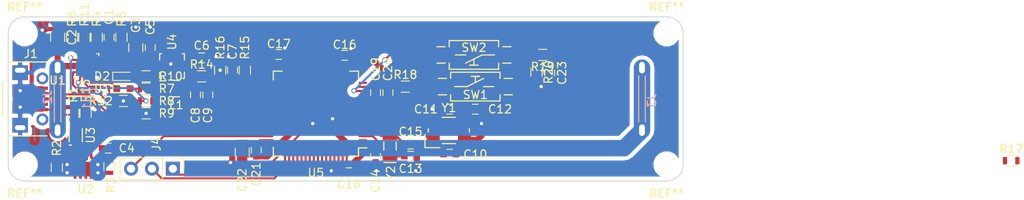
<source format=kicad_pcb>
(kicad_pcb (version 4) (host pcbnew 4.0.7)

  (general
    (links 145)
    (no_connects 69)
    (area 93.949999 99.949999 176.050001 120.050001)
    (thickness 1.6)
    (drawings 8)
    (tracks 383)
    (zones 0)
    (modules 64)
    (nets 86)
  )

  (page A4)
  (layers
    (0 F.Cu signal)
    (31 B.Cu signal)
    (32 B.Adhes user)
    (33 F.Adhes user)
    (34 B.Paste user)
    (35 F.Paste user)
    (36 B.SilkS user)
    (37 F.SilkS user)
    (38 B.Mask user)
    (39 F.Mask user)
    (40 Dwgs.User user)
    (41 Cmts.User user)
    (42 Eco1.User user)
    (43 Eco2.User user)
    (44 Edge.Cuts user)
    (45 Margin user)
    (46 B.CrtYd user)
    (47 F.CrtYd user)
    (48 B.Fab user hide)
    (49 F.Fab user hide)
  )

  (setup
    (last_trace_width 0.25)
    (user_trace_width 0.5)
    (user_trace_width 0.75)
    (user_trace_width 1)
    (user_trace_width 1.5)
    (user_trace_width 2)
    (trace_clearance 0.2)
    (zone_clearance 0.5)
    (zone_45_only no)
    (trace_min 0.2)
    (segment_width 0.2)
    (edge_width 0.1)
    (via_size 0.6)
    (via_drill 0.4)
    (via_min_size 0.4)
    (via_min_drill 0.3)
    (uvia_size 0.3)
    (uvia_drill 0.1)
    (uvias_allowed no)
    (uvia_min_size 0.2)
    (uvia_min_drill 0.1)
    (pcb_text_width 0.3)
    (pcb_text_size 1.5 1.5)
    (mod_edge_width 0.15)
    (mod_text_size 1 1)
    (mod_text_width 0.15)
    (pad_size 1.45 1.45)
    (pad_drill 0.85)
    (pad_to_mask_clearance 0)
    (aux_axis_origin 0 0)
    (visible_elements FFFFFF7F)
    (pcbplotparams
      (layerselection 0x00030_80000001)
      (usegerberextensions false)
      (excludeedgelayer true)
      (linewidth 0.100000)
      (plotframeref false)
      (viasonmask false)
      (mode 1)
      (useauxorigin false)
      (hpglpennumber 1)
      (hpglpenspeed 20)
      (hpglpendiameter 15)
      (hpglpenoverlay 2)
      (psnegative false)
      (psa4output false)
      (plotreference true)
      (plotvalue true)
      (plotinvisibletext false)
      (padsonsilk false)
      (subtractmaskfromsilk false)
      (outputformat 1)
      (mirror false)
      (drillshape 1)
      (scaleselection 1)
      (outputdirectory ""))
  )

  (net 0 "")
  (net 1 GND)
  (net 2 /little_mobile_stm32f0_power/USB_5V)
  (net 3 /little_mobile_stm32f0_power/BAT+)
  (net 4 /little_mobile_stm32f0_power/POWER_RAW)
  (net 5 "Net-(C4-Pad2)")
  (net 6 "Net-(C4-Pad1)")
  (net 7 "Net-(C6-Pad1)")
  (net 8 "Net-(C7-Pad2)")
  (net 9 /little_mobile_stm32f0_power/3v3)
  (net 10 "Net-(C10-Pad1)")
  (net 11 "Net-(C11-Pad1)")
  (net 12 /little_mobile_stm32f0_micro/NRST)
  (net 13 "Net-(C13-Pad1)")
  (net 14 "Net-(C15-Pad1)")
  (net 15 "Net-(C23-Pad1)")
  (net 16 "Net-(D1-Pad2)")
  (net 17 "Net-(D1-Pad1)")
  (net 18 "Net-(D2-Pad2)")
  (net 19 "Net-(D2-Pad1)")
  (net 20 /little_mobile_stm32f0_micro/USB_D-)
  (net 21 /little_mobile_stm32f0_micro/USB_D+)
  (net 22 "Net-(J1-Pad4)")
  (net 23 /little_mobile_stm32f0_power/BAT-)
  (net 24 /little_mobile_stm32f0_micro/SWD_CLK)
  (net 25 /little_mobile_stm32f0_micro/SWD_IO)
  (net 26 "Net-(L1-Pad1)")
  (net 27 "Net-(L1-Pad2)")
  (net 28 "Net-(R1-Pad2)")
  (net 29 "Net-(R2-Pad2)")
  (net 30 "Net-(R4-Pad1)")
  (net 31 "Net-(R5-Pad1)")
  (net 32 "Net-(R6-Pad1)")
  (net 33 /little_mobile_stm32f0_power/EN2)
  (net 34 /little_mobile_stm32f0_power/CE)
  (net 35 /little_mobile_stm32f0_power/TD)
  (net 36 /little_mobile_stm32f0_power/EN1)
  (net 37 "Net-(R15-Pad1)")
  (net 38 "Net-(R17-Pad1)")
  (net 39 "Net-(R19-Pad2)")
  (net 40 /little_mobile_stm32f0_power/BAT_TERMAL_SENSE)
  (net 41 "Net-(U1-Pad17)")
  (net 42 "Net-(U2-Pad2)")
  (net 43 "Net-(U3-Pad1)")
  (net 44 "Net-(U5-Pad2)")
  (net 45 "Net-(U5-Pad8)")
  (net 46 "Net-(U5-Pad9)")
  (net 47 "Net-(U5-Pad10)")
  (net 48 "Net-(U5-Pad11)")
  (net 49 "Net-(U5-Pad15)")
  (net 50 "Net-(U5-Pad16)")
  (net 51 "Net-(U5-Pad17)")
  (net 52 "Net-(U5-Pad20)")
  (net 53 "Net-(U5-Pad21)")
  (net 54 "Net-(U5-Pad22)")
  (net 55 "Net-(U5-Pad23)")
  (net 56 "Net-(U5-Pad24)")
  (net 57 "Net-(U5-Pad25)")
  (net 58 "Net-(U5-Pad26)")
  (net 59 "Net-(U5-Pad27)")
  (net 60 "Net-(U5-Pad28)")
  (net 61 "Net-(U5-Pad29)")
  (net 62 "Net-(U5-Pad30)")
  (net 63 "Net-(U5-Pad33)")
  (net 64 "Net-(U5-Pad34)")
  (net 65 "Net-(U5-Pad35)")
  (net 66 "Net-(U5-Pad36)")
  (net 67 "Net-(U5-Pad37)")
  (net 68 "Net-(U5-Pad38)")
  (net 69 "Net-(U5-Pad39)")
  (net 70 "Net-(U5-Pad40)")
  (net 71 "Net-(U5-Pad41)")
  (net 72 "Net-(U5-Pad42)")
  (net 73 "Net-(U5-Pad43)")
  (net 74 "Net-(U5-Pad50)")
  (net 75 "Net-(U5-Pad51)")
  (net 76 "Net-(U5-Pad52)")
  (net 77 "Net-(U5-Pad53)")
  (net 78 "Net-(U5-Pad54)")
  (net 79 "Net-(U5-Pad55)")
  (net 80 "Net-(U5-Pad56)")
  (net 81 "Net-(U5-Pad57)")
  (net 82 "Net-(U5-Pad58)")
  (net 83 "Net-(U5-Pad59)")
  (net 84 "Net-(U5-Pad61)")
  (net 85 "Net-(U5-Pad62)")

  (net_class Default "This is the default net class."
    (clearance 0.2)
    (trace_width 0.25)
    (via_dia 0.6)
    (via_drill 0.4)
    (uvia_dia 0.3)
    (uvia_drill 0.1)
    (add_net /little_mobile_stm32f0_micro/NRST)
    (add_net /little_mobile_stm32f0_micro/SWD_CLK)
    (add_net /little_mobile_stm32f0_micro/SWD_IO)
    (add_net /little_mobile_stm32f0_micro/USB_D+)
    (add_net /little_mobile_stm32f0_micro/USB_D-)
    (add_net /little_mobile_stm32f0_power/3v3)
    (add_net /little_mobile_stm32f0_power/BAT+)
    (add_net /little_mobile_stm32f0_power/BAT_TERMAL_SENSE)
    (add_net /little_mobile_stm32f0_power/CE)
    (add_net /little_mobile_stm32f0_power/EN1)
    (add_net /little_mobile_stm32f0_power/EN2)
    (add_net /little_mobile_stm32f0_power/POWER_RAW)
    (add_net /little_mobile_stm32f0_power/TD)
    (add_net /little_mobile_stm32f0_power/USB_5V)
    (add_net GND)
    (add_net "Net-(C10-Pad1)")
    (add_net "Net-(C11-Pad1)")
    (add_net "Net-(C13-Pad1)")
    (add_net "Net-(C15-Pad1)")
    (add_net "Net-(C23-Pad1)")
    (add_net "Net-(C4-Pad1)")
    (add_net "Net-(C4-Pad2)")
    (add_net "Net-(C6-Pad1)")
    (add_net "Net-(C7-Pad2)")
    (add_net "Net-(D1-Pad1)")
    (add_net "Net-(D1-Pad2)")
    (add_net "Net-(D2-Pad1)")
    (add_net "Net-(D2-Pad2)")
    (add_net "Net-(J1-Pad4)")
    (add_net "Net-(L1-Pad1)")
    (add_net "Net-(L1-Pad2)")
    (add_net "Net-(R1-Pad2)")
    (add_net "Net-(R15-Pad1)")
    (add_net "Net-(R17-Pad1)")
    (add_net "Net-(R19-Pad2)")
    (add_net "Net-(R2-Pad2)")
    (add_net "Net-(R4-Pad1)")
    (add_net "Net-(R5-Pad1)")
    (add_net "Net-(R6-Pad1)")
    (add_net "Net-(U1-Pad17)")
    (add_net "Net-(U2-Pad2)")
    (add_net "Net-(U3-Pad1)")
    (add_net "Net-(U5-Pad10)")
    (add_net "Net-(U5-Pad11)")
    (add_net "Net-(U5-Pad15)")
    (add_net "Net-(U5-Pad16)")
    (add_net "Net-(U5-Pad17)")
    (add_net "Net-(U5-Pad2)")
    (add_net "Net-(U5-Pad20)")
    (add_net "Net-(U5-Pad21)")
    (add_net "Net-(U5-Pad22)")
    (add_net "Net-(U5-Pad23)")
    (add_net "Net-(U5-Pad24)")
    (add_net "Net-(U5-Pad25)")
    (add_net "Net-(U5-Pad26)")
    (add_net "Net-(U5-Pad27)")
    (add_net "Net-(U5-Pad28)")
    (add_net "Net-(U5-Pad29)")
    (add_net "Net-(U5-Pad30)")
    (add_net "Net-(U5-Pad33)")
    (add_net "Net-(U5-Pad34)")
    (add_net "Net-(U5-Pad35)")
    (add_net "Net-(U5-Pad36)")
    (add_net "Net-(U5-Pad37)")
    (add_net "Net-(U5-Pad38)")
    (add_net "Net-(U5-Pad39)")
    (add_net "Net-(U5-Pad40)")
    (add_net "Net-(U5-Pad41)")
    (add_net "Net-(U5-Pad42)")
    (add_net "Net-(U5-Pad43)")
    (add_net "Net-(U5-Pad50)")
    (add_net "Net-(U5-Pad51)")
    (add_net "Net-(U5-Pad52)")
    (add_net "Net-(U5-Pad53)")
    (add_net "Net-(U5-Pad54)")
    (add_net "Net-(U5-Pad55)")
    (add_net "Net-(U5-Pad56)")
    (add_net "Net-(U5-Pad57)")
    (add_net "Net-(U5-Pad58)")
    (add_net "Net-(U5-Pad59)")
    (add_net "Net-(U5-Pad61)")
    (add_net "Net-(U5-Pad62)")
    (add_net "Net-(U5-Pad8)")
    (add_net "Net-(U5-Pad9)")
  )

  (net_class power ""
    (clearance 0.2)
    (trace_width 2)
    (via_dia 0.6)
    (via_drill 0.4)
    (uvia_dia 0.3)
    (uvia_drill 0.1)
    (add_net /little_mobile_stm32f0_power/BAT-)
  )

  (module Capacitors_SMD:C_0603 (layer F.Cu) (tedit 59958EE7) (tstamp 5B788C64)
    (at 106.25 102.5 90)
    (descr "Capacitor SMD 0603, reflow soldering, AVX (see smccp.pdf)")
    (tags "capacitor 0603")
    (path /5B77116C/5B77328A)
    (attr smd)
    (fp_text reference C1 (at 2.5 0 90) (layer F.SilkS)
      (effects (font (size 1 1) (thickness 0.15)))
    )
    (fp_text value 1u (at 0 1.5 90) (layer F.Fab)
      (effects (font (size 1 1) (thickness 0.15)))
    )
    (fp_line (start 1.4 0.65) (end -1.4 0.65) (layer F.CrtYd) (width 0.05))
    (fp_line (start 1.4 0.65) (end 1.4 -0.65) (layer F.CrtYd) (width 0.05))
    (fp_line (start -1.4 -0.65) (end -1.4 0.65) (layer F.CrtYd) (width 0.05))
    (fp_line (start -1.4 -0.65) (end 1.4 -0.65) (layer F.CrtYd) (width 0.05))
    (fp_line (start 0.35 0.6) (end -0.35 0.6) (layer F.SilkS) (width 0.12))
    (fp_line (start -0.35 -0.6) (end 0.35 -0.6) (layer F.SilkS) (width 0.12))
    (fp_line (start -0.8 -0.4) (end 0.8 -0.4) (layer F.Fab) (width 0.1))
    (fp_line (start 0.8 -0.4) (end 0.8 0.4) (layer F.Fab) (width 0.1))
    (fp_line (start 0.8 0.4) (end -0.8 0.4) (layer F.Fab) (width 0.1))
    (fp_line (start -0.8 0.4) (end -0.8 -0.4) (layer F.Fab) (width 0.1))
    (fp_text user %R (at 0 0 90) (layer F.Fab)
      (effects (font (size 0.3 0.3) (thickness 0.075)))
    )
    (pad 2 smd rect (at 0.75 0 90) (size 0.8 0.75) (layers F.Cu F.Paste F.Mask)
      (net 1 GND))
    (pad 1 smd rect (at -0.75 0 90) (size 0.8 0.75) (layers F.Cu F.Paste F.Mask)
      (net 2 /little_mobile_stm32f0_power/USB_5V))
    (model Capacitors_SMD.3dshapes/C_0603.wrl
      (at (xyz 0 0 0))
      (scale (xyz 1 1 1))
      (rotate (xyz 0 0 0))
    )
  )

  (module Capacitors_SMD:C_0805 (layer F.Cu) (tedit 58AA8463) (tstamp 5B788C6A)
    (at 100 102.5 90)
    (descr "Capacitor SMD 0805, reflow soldering, AVX (see smccp.pdf)")
    (tags "capacitor 0805")
    (path /5B77116C/5B774FE6)
    (attr smd)
    (fp_text reference C2 (at 0 1.75 90) (layer F.SilkS)
      (effects (font (size 1 1) (thickness 0.15)))
    )
    (fp_text value 4.7u (at 0 1.75 90) (layer F.Fab)
      (effects (font (size 1 1) (thickness 0.15)))
    )
    (fp_text user %R (at 0 -1.5 90) (layer F.Fab)
      (effects (font (size 1 1) (thickness 0.15)))
    )
    (fp_line (start -1 0.62) (end -1 -0.62) (layer F.Fab) (width 0.1))
    (fp_line (start 1 0.62) (end -1 0.62) (layer F.Fab) (width 0.1))
    (fp_line (start 1 -0.62) (end 1 0.62) (layer F.Fab) (width 0.1))
    (fp_line (start -1 -0.62) (end 1 -0.62) (layer F.Fab) (width 0.1))
    (fp_line (start 0.5 -0.85) (end -0.5 -0.85) (layer F.SilkS) (width 0.12))
    (fp_line (start -0.5 0.85) (end 0.5 0.85) (layer F.SilkS) (width 0.12))
    (fp_line (start -1.75 -0.88) (end 1.75 -0.88) (layer F.CrtYd) (width 0.05))
    (fp_line (start -1.75 -0.88) (end -1.75 0.87) (layer F.CrtYd) (width 0.05))
    (fp_line (start 1.75 0.87) (end 1.75 -0.88) (layer F.CrtYd) (width 0.05))
    (fp_line (start 1.75 0.87) (end -1.75 0.87) (layer F.CrtYd) (width 0.05))
    (pad 1 smd rect (at -1 0 90) (size 1 1.25) (layers F.Cu F.Paste F.Mask)
      (net 3 /little_mobile_stm32f0_power/BAT+))
    (pad 2 smd rect (at 1 0 90) (size 1 1.25) (layers F.Cu F.Paste F.Mask)
      (net 1 GND))
    (model Capacitors_SMD.3dshapes/C_0805.wrl
      (at (xyz 0 0 0))
      (scale (xyz 1 1 1))
      (rotate (xyz 0 0 0))
    )
  )

  (module Capacitors_SMD:C_0805 (layer F.Cu) (tedit 58AA8463) (tstamp 5B788C70)
    (at 109.5 103.75 270)
    (descr "Capacitor SMD 0805, reflow soldering, AVX (see smccp.pdf)")
    (tags "capacitor 0805")
    (path /5B77116C/5B7753EB)
    (attr smd)
    (fp_text reference C3 (at -2.75 0 270) (layer F.SilkS)
      (effects (font (size 1 1) (thickness 0.15)))
    )
    (fp_text value 4.7u (at 0 1.75 270) (layer F.Fab)
      (effects (font (size 1 1) (thickness 0.15)))
    )
    (fp_text user %R (at 0 -1.5 270) (layer F.Fab)
      (effects (font (size 1 1) (thickness 0.15)))
    )
    (fp_line (start -1 0.62) (end -1 -0.62) (layer F.Fab) (width 0.1))
    (fp_line (start 1 0.62) (end -1 0.62) (layer F.Fab) (width 0.1))
    (fp_line (start 1 -0.62) (end 1 0.62) (layer F.Fab) (width 0.1))
    (fp_line (start -1 -0.62) (end 1 -0.62) (layer F.Fab) (width 0.1))
    (fp_line (start 0.5 -0.85) (end -0.5 -0.85) (layer F.SilkS) (width 0.12))
    (fp_line (start -0.5 0.85) (end 0.5 0.85) (layer F.SilkS) (width 0.12))
    (fp_line (start -1.75 -0.88) (end 1.75 -0.88) (layer F.CrtYd) (width 0.05))
    (fp_line (start -1.75 -0.88) (end -1.75 0.87) (layer F.CrtYd) (width 0.05))
    (fp_line (start 1.75 0.87) (end 1.75 -0.88) (layer F.CrtYd) (width 0.05))
    (fp_line (start 1.75 0.87) (end -1.75 0.87) (layer F.CrtYd) (width 0.05))
    (pad 1 smd rect (at -1 0 270) (size 1 1.25) (layers F.Cu F.Paste F.Mask)
      (net 1 GND))
    (pad 2 smd rect (at 1 0 270) (size 1 1.25) (layers F.Cu F.Paste F.Mask)
      (net 4 /little_mobile_stm32f0_power/POWER_RAW))
    (model Capacitors_SMD.3dshapes/C_0805.wrl
      (at (xyz 0 0 0))
      (scale (xyz 1 1 1))
      (rotate (xyz 0 0 0))
    )
  )

  (module Capacitors_SMD:C_0603 (layer F.Cu) (tedit 59958EE7) (tstamp 5B788C76)
    (at 106.15 116)
    (descr "Capacitor SMD 0603, reflow soldering, AVX (see smccp.pdf)")
    (tags "capacitor 0603")
    (path /5B77116C/5B7772E1)
    (attr smd)
    (fp_text reference C4 (at 2.25 0) (layer F.SilkS)
      (effects (font (size 1 1) (thickness 0.15)))
    )
    (fp_text value 100n (at 0 1.5) (layer F.Fab)
      (effects (font (size 1 1) (thickness 0.15)))
    )
    (fp_line (start 1.4 0.65) (end -1.4 0.65) (layer F.CrtYd) (width 0.05))
    (fp_line (start 1.4 0.65) (end 1.4 -0.65) (layer F.CrtYd) (width 0.05))
    (fp_line (start -1.4 -0.65) (end -1.4 0.65) (layer F.CrtYd) (width 0.05))
    (fp_line (start -1.4 -0.65) (end 1.4 -0.65) (layer F.CrtYd) (width 0.05))
    (fp_line (start 0.35 0.6) (end -0.35 0.6) (layer F.SilkS) (width 0.12))
    (fp_line (start -0.35 -0.6) (end 0.35 -0.6) (layer F.SilkS) (width 0.12))
    (fp_line (start -0.8 -0.4) (end 0.8 -0.4) (layer F.Fab) (width 0.1))
    (fp_line (start 0.8 -0.4) (end 0.8 0.4) (layer F.Fab) (width 0.1))
    (fp_line (start 0.8 0.4) (end -0.8 0.4) (layer F.Fab) (width 0.1))
    (fp_line (start -0.8 0.4) (end -0.8 -0.4) (layer F.Fab) (width 0.1))
    (fp_text user %R (at 0 0) (layer F.Fab)
      (effects (font (size 0.3 0.3) (thickness 0.075)))
    )
    (pad 2 smd rect (at 0.75 0) (size 0.8 0.75) (layers F.Cu F.Paste F.Mask)
      (net 5 "Net-(C4-Pad2)"))
    (pad 1 smd rect (at -0.75 0) (size 0.8 0.75) (layers F.Cu F.Paste F.Mask)
      (net 6 "Net-(C4-Pad1)"))
    (model Capacitors_SMD.3dshapes/C_0603.wrl
      (at (xyz 0 0 0))
      (scale (xyz 1 1 1))
      (rotate (xyz 0 0 0))
    )
  )

  (module Capacitors_SMD:C_0603 (layer F.Cu) (tedit 59958EE7) (tstamp 5B788C7C)
    (at 111.25 103.75 90)
    (descr "Capacitor SMD 0603, reflow soldering, AVX (see smccp.pdf)")
    (tags "capacitor 0603")
    (path /5B77116C/5B778D96)
    (attr smd)
    (fp_text reference C5 (at 2.5 0 90) (layer F.SilkS)
      (effects (font (size 1 1) (thickness 0.15)))
    )
    (fp_text value 10u (at 0 1.5 90) (layer F.Fab)
      (effects (font (size 1 1) (thickness 0.15)))
    )
    (fp_line (start 1.4 0.65) (end -1.4 0.65) (layer F.CrtYd) (width 0.05))
    (fp_line (start 1.4 0.65) (end 1.4 -0.65) (layer F.CrtYd) (width 0.05))
    (fp_line (start -1.4 -0.65) (end -1.4 0.65) (layer F.CrtYd) (width 0.05))
    (fp_line (start -1.4 -0.65) (end 1.4 -0.65) (layer F.CrtYd) (width 0.05))
    (fp_line (start 0.35 0.6) (end -0.35 0.6) (layer F.SilkS) (width 0.12))
    (fp_line (start -0.35 -0.6) (end 0.35 -0.6) (layer F.SilkS) (width 0.12))
    (fp_line (start -0.8 -0.4) (end 0.8 -0.4) (layer F.Fab) (width 0.1))
    (fp_line (start 0.8 -0.4) (end 0.8 0.4) (layer F.Fab) (width 0.1))
    (fp_line (start 0.8 0.4) (end -0.8 0.4) (layer F.Fab) (width 0.1))
    (fp_line (start -0.8 0.4) (end -0.8 -0.4) (layer F.Fab) (width 0.1))
    (fp_text user %R (at 0 0 90) (layer F.Fab)
      (effects (font (size 0.3 0.3) (thickness 0.075)))
    )
    (pad 2 smd rect (at 0.75 0 90) (size 0.8 0.75) (layers F.Cu F.Paste F.Mask)
      (net 1 GND))
    (pad 1 smd rect (at -0.75 0 90) (size 0.8 0.75) (layers F.Cu F.Paste F.Mask)
      (net 4 /little_mobile_stm32f0_power/POWER_RAW))
    (model Capacitors_SMD.3dshapes/C_0603.wrl
      (at (xyz 0 0 0))
      (scale (xyz 1 1 1))
      (rotate (xyz 0 0 0))
    )
  )

  (module Capacitors_SMD:C_0603 (layer F.Cu) (tedit 59958EE7) (tstamp 5B788C82)
    (at 117.5 105)
    (descr "Capacitor SMD 0603, reflow soldering, AVX (see smccp.pdf)")
    (tags "capacitor 0603")
    (path /5B77116C/5B77A234)
    (attr smd)
    (fp_text reference C6 (at 0 -1.5) (layer F.SilkS)
      (effects (font (size 1 1) (thickness 0.15)))
    )
    (fp_text value 4.7n (at 0 1.5) (layer F.Fab)
      (effects (font (size 1 1) (thickness 0.15)))
    )
    (fp_line (start 1.4 0.65) (end -1.4 0.65) (layer F.CrtYd) (width 0.05))
    (fp_line (start 1.4 0.65) (end 1.4 -0.65) (layer F.CrtYd) (width 0.05))
    (fp_line (start -1.4 -0.65) (end -1.4 0.65) (layer F.CrtYd) (width 0.05))
    (fp_line (start -1.4 -0.65) (end 1.4 -0.65) (layer F.CrtYd) (width 0.05))
    (fp_line (start 0.35 0.6) (end -0.35 0.6) (layer F.SilkS) (width 0.12))
    (fp_line (start -0.35 -0.6) (end 0.35 -0.6) (layer F.SilkS) (width 0.12))
    (fp_line (start -0.8 -0.4) (end 0.8 -0.4) (layer F.Fab) (width 0.1))
    (fp_line (start 0.8 -0.4) (end 0.8 0.4) (layer F.Fab) (width 0.1))
    (fp_line (start 0.8 0.4) (end -0.8 0.4) (layer F.Fab) (width 0.1))
    (fp_line (start -0.8 0.4) (end -0.8 -0.4) (layer F.Fab) (width 0.1))
    (fp_text user %R (at 0 0) (layer F.Fab)
      (effects (font (size 0.3 0.3) (thickness 0.075)))
    )
    (pad 2 smd rect (at 0.75 0) (size 0.8 0.75) (layers F.Cu F.Paste F.Mask)
      (net 1 GND))
    (pad 1 smd rect (at -0.75 0) (size 0.8 0.75) (layers F.Cu F.Paste F.Mask)
      (net 7 "Net-(C6-Pad1)"))
    (model Capacitors_SMD.3dshapes/C_0603.wrl
      (at (xyz 0 0 0))
      (scale (xyz 1 1 1))
      (rotate (xyz 0 0 0))
    )
  )

  (module Capacitors_SMD:C_0603 (layer F.Cu) (tedit 59958EE7) (tstamp 5B788C88)
    (at 121.25 106.5 270)
    (descr "Capacitor SMD 0603, reflow soldering, AVX (see smccp.pdf)")
    (tags "capacitor 0603")
    (path /5B77116C/5B779445)
    (attr smd)
    (fp_text reference C7 (at -2.25 0 270) (layer F.SilkS)
      (effects (font (size 1 1) (thickness 0.15)))
    )
    (fp_text value 10p (at 0 1.5 270) (layer F.Fab)
      (effects (font (size 1 1) (thickness 0.15)))
    )
    (fp_line (start 1.4 0.65) (end -1.4 0.65) (layer F.CrtYd) (width 0.05))
    (fp_line (start 1.4 0.65) (end 1.4 -0.65) (layer F.CrtYd) (width 0.05))
    (fp_line (start -1.4 -0.65) (end -1.4 0.65) (layer F.CrtYd) (width 0.05))
    (fp_line (start -1.4 -0.65) (end 1.4 -0.65) (layer F.CrtYd) (width 0.05))
    (fp_line (start 0.35 0.6) (end -0.35 0.6) (layer F.SilkS) (width 0.12))
    (fp_line (start -0.35 -0.6) (end 0.35 -0.6) (layer F.SilkS) (width 0.12))
    (fp_line (start -0.8 -0.4) (end 0.8 -0.4) (layer F.Fab) (width 0.1))
    (fp_line (start 0.8 -0.4) (end 0.8 0.4) (layer F.Fab) (width 0.1))
    (fp_line (start 0.8 0.4) (end -0.8 0.4) (layer F.Fab) (width 0.1))
    (fp_line (start -0.8 0.4) (end -0.8 -0.4) (layer F.Fab) (width 0.1))
    (fp_text user %R (at 0 0 270) (layer F.Fab)
      (effects (font (size 0.3 0.3) (thickness 0.075)))
    )
    (pad 2 smd rect (at 0.75 0 270) (size 0.8 0.75) (layers F.Cu F.Paste F.Mask)
      (net 8 "Net-(C7-Pad2)"))
    (pad 1 smd rect (at -0.75 0 270) (size 0.8 0.75) (layers F.Cu F.Paste F.Mask)
      (net 1 GND))
    (model Capacitors_SMD.3dshapes/C_0603.wrl
      (at (xyz 0 0 0))
      (scale (xyz 1 1 1))
      (rotate (xyz 0 0 0))
    )
  )

  (module Capacitors_SMD:C_0603 (layer F.Cu) (tedit 59958EE7) (tstamp 5B788C8E)
    (at 116.75 109.5 270)
    (descr "Capacitor SMD 0603, reflow soldering, AVX (see smccp.pdf)")
    (tags "capacitor 0603")
    (path /5B77116C/5B77A970)
    (attr smd)
    (fp_text reference C8 (at 2.5 0 270) (layer F.SilkS)
      (effects (font (size 1 1) (thickness 0.15)))
    )
    (fp_text value 10u (at 0 1.5 270) (layer F.Fab)
      (effects (font (size 1 1) (thickness 0.15)))
    )
    (fp_line (start 1.4 0.65) (end -1.4 0.65) (layer F.CrtYd) (width 0.05))
    (fp_line (start 1.4 0.65) (end 1.4 -0.65) (layer F.CrtYd) (width 0.05))
    (fp_line (start -1.4 -0.65) (end -1.4 0.65) (layer F.CrtYd) (width 0.05))
    (fp_line (start -1.4 -0.65) (end 1.4 -0.65) (layer F.CrtYd) (width 0.05))
    (fp_line (start 0.35 0.6) (end -0.35 0.6) (layer F.SilkS) (width 0.12))
    (fp_line (start -0.35 -0.6) (end 0.35 -0.6) (layer F.SilkS) (width 0.12))
    (fp_line (start -0.8 -0.4) (end 0.8 -0.4) (layer F.Fab) (width 0.1))
    (fp_line (start 0.8 -0.4) (end 0.8 0.4) (layer F.Fab) (width 0.1))
    (fp_line (start 0.8 0.4) (end -0.8 0.4) (layer F.Fab) (width 0.1))
    (fp_line (start -0.8 0.4) (end -0.8 -0.4) (layer F.Fab) (width 0.1))
    (fp_text user %R (at 0 0 270) (layer F.Fab)
      (effects (font (size 0.3 0.3) (thickness 0.075)))
    )
    (pad 2 smd rect (at 0.75 0 270) (size 0.8 0.75) (layers F.Cu F.Paste F.Mask)
      (net 1 GND))
    (pad 1 smd rect (at -0.75 0 270) (size 0.8 0.75) (layers F.Cu F.Paste F.Mask)
      (net 9 /little_mobile_stm32f0_power/3v3))
    (model Capacitors_SMD.3dshapes/C_0603.wrl
      (at (xyz 0 0 0))
      (scale (xyz 1 1 1))
      (rotate (xyz 0 0 0))
    )
  )

  (module Capacitors_SMD:C_0603 (layer F.Cu) (tedit 59958EE7) (tstamp 5B788C94)
    (at 118.25 109.5 270)
    (descr "Capacitor SMD 0603, reflow soldering, AVX (see smccp.pdf)")
    (tags "capacitor 0603")
    (path /5B77116C/5B77AA1B)
    (attr smd)
    (fp_text reference C9 (at 2.5 0 270) (layer F.SilkS)
      (effects (font (size 1 1) (thickness 0.15)))
    )
    (fp_text value 10u (at 0 1.5 270) (layer F.Fab)
      (effects (font (size 1 1) (thickness 0.15)))
    )
    (fp_line (start 1.4 0.65) (end -1.4 0.65) (layer F.CrtYd) (width 0.05))
    (fp_line (start 1.4 0.65) (end 1.4 -0.65) (layer F.CrtYd) (width 0.05))
    (fp_line (start -1.4 -0.65) (end -1.4 0.65) (layer F.CrtYd) (width 0.05))
    (fp_line (start -1.4 -0.65) (end 1.4 -0.65) (layer F.CrtYd) (width 0.05))
    (fp_line (start 0.35 0.6) (end -0.35 0.6) (layer F.SilkS) (width 0.12))
    (fp_line (start -0.35 -0.6) (end 0.35 -0.6) (layer F.SilkS) (width 0.12))
    (fp_line (start -0.8 -0.4) (end 0.8 -0.4) (layer F.Fab) (width 0.1))
    (fp_line (start 0.8 -0.4) (end 0.8 0.4) (layer F.Fab) (width 0.1))
    (fp_line (start 0.8 0.4) (end -0.8 0.4) (layer F.Fab) (width 0.1))
    (fp_line (start -0.8 0.4) (end -0.8 -0.4) (layer F.Fab) (width 0.1))
    (fp_text user %R (at 0 0 270) (layer F.Fab)
      (effects (font (size 0.3 0.3) (thickness 0.075)))
    )
    (pad 2 smd rect (at 0.75 0 270) (size 0.8 0.75) (layers F.Cu F.Paste F.Mask)
      (net 1 GND))
    (pad 1 smd rect (at -0.75 0 270) (size 0.8 0.75) (layers F.Cu F.Paste F.Mask)
      (net 9 /little_mobile_stm32f0_power/3v3))
    (model Capacitors_SMD.3dshapes/C_0603.wrl
      (at (xyz 0 0 0))
      (scale (xyz 1 1 1))
      (rotate (xyz 0 0 0))
    )
  )

  (module Capacitors_SMD:C_0603 (layer F.Cu) (tedit 59958EE7) (tstamp 5B788C9A)
    (at 147.63 116.74)
    (descr "Capacitor SMD 0603, reflow soldering, AVX (see smccp.pdf)")
    (tags "capacitor 0603")
    (path /5B7834FE/5B78ECEB)
    (attr smd)
    (fp_text reference C10 (at 3.12 0.01) (layer F.SilkS)
      (effects (font (size 1 1) (thickness 0.15)))
    )
    (fp_text value 40p (at 0 1.5) (layer F.Fab)
      (effects (font (size 1 1) (thickness 0.15)))
    )
    (fp_line (start 1.4 0.65) (end -1.4 0.65) (layer F.CrtYd) (width 0.05))
    (fp_line (start 1.4 0.65) (end 1.4 -0.65) (layer F.CrtYd) (width 0.05))
    (fp_line (start -1.4 -0.65) (end -1.4 0.65) (layer F.CrtYd) (width 0.05))
    (fp_line (start -1.4 -0.65) (end 1.4 -0.65) (layer F.CrtYd) (width 0.05))
    (fp_line (start 0.35 0.6) (end -0.35 0.6) (layer F.SilkS) (width 0.12))
    (fp_line (start -0.35 -0.6) (end 0.35 -0.6) (layer F.SilkS) (width 0.12))
    (fp_line (start -0.8 -0.4) (end 0.8 -0.4) (layer F.Fab) (width 0.1))
    (fp_line (start 0.8 -0.4) (end 0.8 0.4) (layer F.Fab) (width 0.1))
    (fp_line (start 0.8 0.4) (end -0.8 0.4) (layer F.Fab) (width 0.1))
    (fp_line (start -0.8 0.4) (end -0.8 -0.4) (layer F.Fab) (width 0.1))
    (fp_text user %R (at 0 0) (layer F.Fab)
      (effects (font (size 0.3 0.3) (thickness 0.075)))
    )
    (pad 2 smd rect (at 0.75 0) (size 0.8 0.75) (layers F.Cu F.Paste F.Mask)
      (net 1 GND))
    (pad 1 smd rect (at -0.75 0) (size 0.8 0.75) (layers F.Cu F.Paste F.Mask)
      (net 10 "Net-(C10-Pad1)"))
    (model Capacitors_SMD.3dshapes/C_0603.wrl
      (at (xyz 0 0 0))
      (scale (xyz 1 1 1))
      (rotate (xyz 0 0 0))
    )
  )

  (module Capacitors_SMD:C_0603 (layer F.Cu) (tedit 59958EE7) (tstamp 5B788CA0)
    (at 147.63 111.24 180)
    (descr "Capacitor SMD 0603, reflow soldering, AVX (see smccp.pdf)")
    (tags "capacitor 0603")
    (path /5B7834FE/5B78EE6A)
    (attr smd)
    (fp_text reference C11 (at 2.88 -0.01 180) (layer F.SilkS)
      (effects (font (size 1 1) (thickness 0.15)))
    )
    (fp_text value 40p (at 0 1.5 180) (layer F.Fab)
      (effects (font (size 1 1) (thickness 0.15)))
    )
    (fp_line (start 1.4 0.65) (end -1.4 0.65) (layer F.CrtYd) (width 0.05))
    (fp_line (start 1.4 0.65) (end 1.4 -0.65) (layer F.CrtYd) (width 0.05))
    (fp_line (start -1.4 -0.65) (end -1.4 0.65) (layer F.CrtYd) (width 0.05))
    (fp_line (start -1.4 -0.65) (end 1.4 -0.65) (layer F.CrtYd) (width 0.05))
    (fp_line (start 0.35 0.6) (end -0.35 0.6) (layer F.SilkS) (width 0.12))
    (fp_line (start -0.35 -0.6) (end 0.35 -0.6) (layer F.SilkS) (width 0.12))
    (fp_line (start -0.8 -0.4) (end 0.8 -0.4) (layer F.Fab) (width 0.1))
    (fp_line (start 0.8 -0.4) (end 0.8 0.4) (layer F.Fab) (width 0.1))
    (fp_line (start 0.8 0.4) (end -0.8 0.4) (layer F.Fab) (width 0.1))
    (fp_line (start -0.8 0.4) (end -0.8 -0.4) (layer F.Fab) (width 0.1))
    (fp_text user %R (at 0 0 180) (layer F.Fab)
      (effects (font (size 0.3 0.3) (thickness 0.075)))
    )
    (pad 2 smd rect (at 0.75 0 180) (size 0.8 0.75) (layers F.Cu F.Paste F.Mask)
      (net 1 GND))
    (pad 1 smd rect (at -0.75 0 180) (size 0.8 0.75) (layers F.Cu F.Paste F.Mask)
      (net 11 "Net-(C11-Pad1)"))
    (model Capacitors_SMD.3dshapes/C_0603.wrl
      (at (xyz 0 0 0))
      (scale (xyz 1 1 1))
      (rotate (xyz 0 0 0))
    )
  )

  (module Capacitors_SMD:C_0603 (layer F.Cu) (tedit 59958EE7) (tstamp 5B788CA6)
    (at 150.75 111.25 180)
    (descr "Capacitor SMD 0603, reflow soldering, AVX (see smccp.pdf)")
    (tags "capacitor 0603")
    (path /5B7834FE/5B78A4A7)
    (attr smd)
    (fp_text reference C12 (at -3 0 180) (layer F.SilkS)
      (effects (font (size 1 1) (thickness 0.15)))
    )
    (fp_text value 100n (at 0 1.5 180) (layer F.Fab)
      (effects (font (size 1 1) (thickness 0.15)))
    )
    (fp_line (start 1.4 0.65) (end -1.4 0.65) (layer F.CrtYd) (width 0.05))
    (fp_line (start 1.4 0.65) (end 1.4 -0.65) (layer F.CrtYd) (width 0.05))
    (fp_line (start -1.4 -0.65) (end -1.4 0.65) (layer F.CrtYd) (width 0.05))
    (fp_line (start -1.4 -0.65) (end 1.4 -0.65) (layer F.CrtYd) (width 0.05))
    (fp_line (start 0.35 0.6) (end -0.35 0.6) (layer F.SilkS) (width 0.12))
    (fp_line (start -0.35 -0.6) (end 0.35 -0.6) (layer F.SilkS) (width 0.12))
    (fp_line (start -0.8 -0.4) (end 0.8 -0.4) (layer F.Fab) (width 0.1))
    (fp_line (start 0.8 -0.4) (end 0.8 0.4) (layer F.Fab) (width 0.1))
    (fp_line (start 0.8 0.4) (end -0.8 0.4) (layer F.Fab) (width 0.1))
    (fp_line (start -0.8 0.4) (end -0.8 -0.4) (layer F.Fab) (width 0.1))
    (fp_text user %R (at 0 0 180) (layer F.Fab)
      (effects (font (size 0.3 0.3) (thickness 0.075)))
    )
    (pad 2 smd rect (at 0.75 0 180) (size 0.8 0.75) (layers F.Cu F.Paste F.Mask)
      (net 12 /little_mobile_stm32f0_micro/NRST))
    (pad 1 smd rect (at -0.75 0 180) (size 0.8 0.75) (layers F.Cu F.Paste F.Mask)
      (net 1 GND))
    (model Capacitors_SMD.3dshapes/C_0603.wrl
      (at (xyz 0 0 0))
      (scale (xyz 1 1 1))
      (rotate (xyz 0 0 0))
    )
  )

  (module Capacitors_SMD:C_0603 (layer F.Cu) (tedit 59958EE7) (tstamp 5B788CAC)
    (at 142.88 116.99)
    (descr "Capacitor SMD 0603, reflow soldering, AVX (see smccp.pdf)")
    (tags "capacitor 0603")
    (path /5B7834FE/5B78E12B)
    (attr smd)
    (fp_text reference C13 (at 0 1.51) (layer F.SilkS)
      (effects (font (size 1 1) (thickness 0.15)))
    )
    (fp_text value 25p (at 0 1.5) (layer F.Fab)
      (effects (font (size 1 1) (thickness 0.15)))
    )
    (fp_line (start 1.4 0.65) (end -1.4 0.65) (layer F.CrtYd) (width 0.05))
    (fp_line (start 1.4 0.65) (end 1.4 -0.65) (layer F.CrtYd) (width 0.05))
    (fp_line (start -1.4 -0.65) (end -1.4 0.65) (layer F.CrtYd) (width 0.05))
    (fp_line (start -1.4 -0.65) (end 1.4 -0.65) (layer F.CrtYd) (width 0.05))
    (fp_line (start 0.35 0.6) (end -0.35 0.6) (layer F.SilkS) (width 0.12))
    (fp_line (start -0.35 -0.6) (end 0.35 -0.6) (layer F.SilkS) (width 0.12))
    (fp_line (start -0.8 -0.4) (end 0.8 -0.4) (layer F.Fab) (width 0.1))
    (fp_line (start 0.8 -0.4) (end 0.8 0.4) (layer F.Fab) (width 0.1))
    (fp_line (start 0.8 0.4) (end -0.8 0.4) (layer F.Fab) (width 0.1))
    (fp_line (start -0.8 0.4) (end -0.8 -0.4) (layer F.Fab) (width 0.1))
    (fp_text user %R (at 0 0) (layer F.Fab)
      (effects (font (size 0.3 0.3) (thickness 0.075)))
    )
    (pad 2 smd rect (at 0.75 0) (size 0.8 0.75) (layers F.Cu F.Paste F.Mask)
      (net 1 GND))
    (pad 1 smd rect (at -0.75 0) (size 0.8 0.75) (layers F.Cu F.Paste F.Mask)
      (net 13 "Net-(C13-Pad1)"))
    (model Capacitors_SMD.3dshapes/C_0603.wrl
      (at (xyz 0 0 0))
      (scale (xyz 1 1 1))
      (rotate (xyz 0 0 0))
    )
  )

  (module Capacitors_SMD:C_0603 (layer F.Cu) (tedit 59958EE7) (tstamp 5B788CB2)
    (at 138.63 116.99 270)
    (descr "Capacitor SMD 0603, reflow soldering, AVX (see smccp.pdf)")
    (tags "capacitor 0603")
    (path /5B7834FE/5B789227)
    (attr smd)
    (fp_text reference C14 (at 3 0 270) (layer F.SilkS)
      (effects (font (size 1 1) (thickness 0.15)))
    )
    (fp_text value 100n (at 0 1.5 270) (layer F.Fab)
      (effects (font (size 1 1) (thickness 0.15)))
    )
    (fp_line (start 1.4 0.65) (end -1.4 0.65) (layer F.CrtYd) (width 0.05))
    (fp_line (start 1.4 0.65) (end 1.4 -0.65) (layer F.CrtYd) (width 0.05))
    (fp_line (start -1.4 -0.65) (end -1.4 0.65) (layer F.CrtYd) (width 0.05))
    (fp_line (start -1.4 -0.65) (end 1.4 -0.65) (layer F.CrtYd) (width 0.05))
    (fp_line (start 0.35 0.6) (end -0.35 0.6) (layer F.SilkS) (width 0.12))
    (fp_line (start -0.35 -0.6) (end 0.35 -0.6) (layer F.SilkS) (width 0.12))
    (fp_line (start -0.8 -0.4) (end 0.8 -0.4) (layer F.Fab) (width 0.1))
    (fp_line (start 0.8 -0.4) (end 0.8 0.4) (layer F.Fab) (width 0.1))
    (fp_line (start 0.8 0.4) (end -0.8 0.4) (layer F.Fab) (width 0.1))
    (fp_line (start -0.8 0.4) (end -0.8 -0.4) (layer F.Fab) (width 0.1))
    (fp_text user %R (at 0 0 270) (layer F.Fab)
      (effects (font (size 0.3 0.3) (thickness 0.075)))
    )
    (pad 2 smd rect (at 0.75 0 270) (size 0.8 0.75) (layers F.Cu F.Paste F.Mask)
      (net 1 GND))
    (pad 1 smd rect (at -0.75 0 270) (size 0.8 0.75) (layers F.Cu F.Paste F.Mask)
      (net 9 /little_mobile_stm32f0_power/3v3))
    (model Capacitors_SMD.3dshapes/C_0603.wrl
      (at (xyz 0 0 0))
      (scale (xyz 1 1 1))
      (rotate (xyz 0 0 0))
    )
  )

  (module Capacitors_SMD:C_0603 (layer F.Cu) (tedit 59958EE7) (tstamp 5B788CB8)
    (at 142.88 115.49)
    (descr "Capacitor SMD 0603, reflow soldering, AVX (see smccp.pdf)")
    (tags "capacitor 0603")
    (path /5B7834FE/5B78E0E6)
    (attr smd)
    (fp_text reference C15 (at 0 -1.5) (layer F.SilkS)
      (effects (font (size 1 1) (thickness 0.15)))
    )
    (fp_text value 25p (at 0 1.5) (layer F.Fab)
      (effects (font (size 1 1) (thickness 0.15)))
    )
    (fp_line (start 1.4 0.65) (end -1.4 0.65) (layer F.CrtYd) (width 0.05))
    (fp_line (start 1.4 0.65) (end 1.4 -0.65) (layer F.CrtYd) (width 0.05))
    (fp_line (start -1.4 -0.65) (end -1.4 0.65) (layer F.CrtYd) (width 0.05))
    (fp_line (start -1.4 -0.65) (end 1.4 -0.65) (layer F.CrtYd) (width 0.05))
    (fp_line (start 0.35 0.6) (end -0.35 0.6) (layer F.SilkS) (width 0.12))
    (fp_line (start -0.35 -0.6) (end 0.35 -0.6) (layer F.SilkS) (width 0.12))
    (fp_line (start -0.8 -0.4) (end 0.8 -0.4) (layer F.Fab) (width 0.1))
    (fp_line (start 0.8 -0.4) (end 0.8 0.4) (layer F.Fab) (width 0.1))
    (fp_line (start 0.8 0.4) (end -0.8 0.4) (layer F.Fab) (width 0.1))
    (fp_line (start -0.8 0.4) (end -0.8 -0.4) (layer F.Fab) (width 0.1))
    (fp_text user %R (at 0 0) (layer F.Fab)
      (effects (font (size 0.3 0.3) (thickness 0.075)))
    )
    (pad 2 smd rect (at 0.75 0) (size 0.8 0.75) (layers F.Cu F.Paste F.Mask)
      (net 1 GND))
    (pad 1 smd rect (at -0.75 0) (size 0.8 0.75) (layers F.Cu F.Paste F.Mask)
      (net 14 "Net-(C15-Pad1)"))
    (model Capacitors_SMD.3dshapes/C_0603.wrl
      (at (xyz 0 0 0))
      (scale (xyz 1 1 1))
      (rotate (xyz 0 0 0))
    )
  )

  (module Capacitors_SMD:C_0603 (layer F.Cu) (tedit 59958EE7) (tstamp 5B788CBE)
    (at 134.88 104.69 180)
    (descr "Capacitor SMD 0603, reflow soldering, AVX (see smccp.pdf)")
    (tags "capacitor 0603")
    (path /5B7834FE/5B7882F2)
    (attr smd)
    (fp_text reference C16 (at 0 1.3 180) (layer F.SilkS)
      (effects (font (size 1 1) (thickness 0.15)))
    )
    (fp_text value 100n (at 0 1.5 180) (layer F.Fab)
      (effects (font (size 1 1) (thickness 0.15)))
    )
    (fp_line (start 1.4 0.65) (end -1.4 0.65) (layer F.CrtYd) (width 0.05))
    (fp_line (start 1.4 0.65) (end 1.4 -0.65) (layer F.CrtYd) (width 0.05))
    (fp_line (start -1.4 -0.65) (end -1.4 0.65) (layer F.CrtYd) (width 0.05))
    (fp_line (start -1.4 -0.65) (end 1.4 -0.65) (layer F.CrtYd) (width 0.05))
    (fp_line (start 0.35 0.6) (end -0.35 0.6) (layer F.SilkS) (width 0.12))
    (fp_line (start -0.35 -0.6) (end 0.35 -0.6) (layer F.SilkS) (width 0.12))
    (fp_line (start -0.8 -0.4) (end 0.8 -0.4) (layer F.Fab) (width 0.1))
    (fp_line (start 0.8 -0.4) (end 0.8 0.4) (layer F.Fab) (width 0.1))
    (fp_line (start 0.8 0.4) (end -0.8 0.4) (layer F.Fab) (width 0.1))
    (fp_line (start -0.8 0.4) (end -0.8 -0.4) (layer F.Fab) (width 0.1))
    (fp_text user %R (at 0 0 180) (layer F.Fab)
      (effects (font (size 0.3 0.3) (thickness 0.075)))
    )
    (pad 2 smd rect (at 0.75 0 180) (size 0.8 0.75) (layers F.Cu F.Paste F.Mask)
      (net 9 /little_mobile_stm32f0_power/3v3))
    (pad 1 smd rect (at -0.75 0 180) (size 0.8 0.75) (layers F.Cu F.Paste F.Mask)
      (net 1 GND))
    (model Capacitors_SMD.3dshapes/C_0603.wrl
      (at (xyz 0 0 0))
      (scale (xyz 1 1 1))
      (rotate (xyz 0 0 0))
    )
  )

  (module Capacitors_SMD:C_0603 (layer F.Cu) (tedit 59958EE7) (tstamp 5B788CC4)
    (at 126.88 104.59 180)
    (descr "Capacitor SMD 0603, reflow soldering, AVX (see smccp.pdf)")
    (tags "capacitor 0603")
    (path /5B7834FE/5B788368)
    (attr smd)
    (fp_text reference C17 (at 0 1.3 180) (layer F.SilkS)
      (effects (font (size 1 1) (thickness 0.15)))
    )
    (fp_text value 100n (at 0 1.5 180) (layer F.Fab)
      (effects (font (size 1 1) (thickness 0.15)))
    )
    (fp_line (start 1.4 0.65) (end -1.4 0.65) (layer F.CrtYd) (width 0.05))
    (fp_line (start 1.4 0.65) (end 1.4 -0.65) (layer F.CrtYd) (width 0.05))
    (fp_line (start -1.4 -0.65) (end -1.4 0.65) (layer F.CrtYd) (width 0.05))
    (fp_line (start -1.4 -0.65) (end 1.4 -0.65) (layer F.CrtYd) (width 0.05))
    (fp_line (start 0.35 0.6) (end -0.35 0.6) (layer F.SilkS) (width 0.12))
    (fp_line (start -0.35 -0.6) (end 0.35 -0.6) (layer F.SilkS) (width 0.12))
    (fp_line (start -0.8 -0.4) (end 0.8 -0.4) (layer F.Fab) (width 0.1))
    (fp_line (start 0.8 -0.4) (end 0.8 0.4) (layer F.Fab) (width 0.1))
    (fp_line (start 0.8 0.4) (end -0.8 0.4) (layer F.Fab) (width 0.1))
    (fp_line (start -0.8 0.4) (end -0.8 -0.4) (layer F.Fab) (width 0.1))
    (fp_text user %R (at 0 0 180) (layer F.Fab)
      (effects (font (size 0.3 0.3) (thickness 0.075)))
    )
    (pad 2 smd rect (at 0.75 0 180) (size 0.8 0.75) (layers F.Cu F.Paste F.Mask)
      (net 9 /little_mobile_stm32f0_power/3v3))
    (pad 1 smd rect (at -0.75 0 180) (size 0.8 0.75) (layers F.Cu F.Paste F.Mask)
      (net 1 GND))
    (model Capacitors_SMD.3dshapes/C_0603.wrl
      (at (xyz 0 0 0))
      (scale (xyz 1 1 1))
      (rotate (xyz 0 0 0))
    )
  )

  (module Capacitors_SMD:C_0603 (layer F.Cu) (tedit 59958EE7) (tstamp 5B788CCA)
    (at 135.38 118.99)
    (descr "Capacitor SMD 0603, reflow soldering, AVX (see smccp.pdf)")
    (tags "capacitor 0603")
    (path /5B7834FE/5B788399)
    (attr smd)
    (fp_text reference C18 (at 0 1.4) (layer F.SilkS)
      (effects (font (size 1 1) (thickness 0.15)))
    )
    (fp_text value 100n (at 0 1.5) (layer F.Fab)
      (effects (font (size 1 1) (thickness 0.15)))
    )
    (fp_line (start 1.4 0.65) (end -1.4 0.65) (layer F.CrtYd) (width 0.05))
    (fp_line (start 1.4 0.65) (end 1.4 -0.65) (layer F.CrtYd) (width 0.05))
    (fp_line (start -1.4 -0.65) (end -1.4 0.65) (layer F.CrtYd) (width 0.05))
    (fp_line (start -1.4 -0.65) (end 1.4 -0.65) (layer F.CrtYd) (width 0.05))
    (fp_line (start 0.35 0.6) (end -0.35 0.6) (layer F.SilkS) (width 0.12))
    (fp_line (start -0.35 -0.6) (end 0.35 -0.6) (layer F.SilkS) (width 0.12))
    (fp_line (start -0.8 -0.4) (end 0.8 -0.4) (layer F.Fab) (width 0.1))
    (fp_line (start 0.8 -0.4) (end 0.8 0.4) (layer F.Fab) (width 0.1))
    (fp_line (start 0.8 0.4) (end -0.8 0.4) (layer F.Fab) (width 0.1))
    (fp_line (start -0.8 0.4) (end -0.8 -0.4) (layer F.Fab) (width 0.1))
    (fp_text user %R (at 0 0) (layer F.Fab)
      (effects (font (size 0.3 0.3) (thickness 0.075)))
    )
    (pad 2 smd rect (at 0.75 0) (size 0.8 0.75) (layers F.Cu F.Paste F.Mask)
      (net 9 /little_mobile_stm32f0_power/3v3))
    (pad 1 smd rect (at -0.75 0) (size 0.8 0.75) (layers F.Cu F.Paste F.Mask)
      (net 1 GND))
    (model Capacitors_SMD.3dshapes/C_0603.wrl
      (at (xyz 0 0 0))
      (scale (xyz 1 1 1))
      (rotate (xyz 0 0 0))
    )
  )

  (module Capacitors_SMD:C_0603 (layer F.Cu) (tedit 59958EE7) (tstamp 5B788CD0)
    (at 138.63 109.24 90)
    (descr "Capacitor SMD 0603, reflow soldering, AVX (see smccp.pdf)")
    (tags "capacitor 0603")
    (path /5B7834FE/5B788708)
    (attr smd)
    (fp_text reference C19 (at 2.85 0 90) (layer F.SilkS)
      (effects (font (size 1 1) (thickness 0.15)))
    )
    (fp_text value 10n (at 0 1.5 90) (layer F.Fab)
      (effects (font (size 1 1) (thickness 0.15)))
    )
    (fp_line (start 1.4 0.65) (end -1.4 0.65) (layer F.CrtYd) (width 0.05))
    (fp_line (start 1.4 0.65) (end 1.4 -0.65) (layer F.CrtYd) (width 0.05))
    (fp_line (start -1.4 -0.65) (end -1.4 0.65) (layer F.CrtYd) (width 0.05))
    (fp_line (start -1.4 -0.65) (end 1.4 -0.65) (layer F.CrtYd) (width 0.05))
    (fp_line (start 0.35 0.6) (end -0.35 0.6) (layer F.SilkS) (width 0.12))
    (fp_line (start -0.35 -0.6) (end 0.35 -0.6) (layer F.SilkS) (width 0.12))
    (fp_line (start -0.8 -0.4) (end 0.8 -0.4) (layer F.Fab) (width 0.1))
    (fp_line (start 0.8 -0.4) (end 0.8 0.4) (layer F.Fab) (width 0.1))
    (fp_line (start 0.8 0.4) (end -0.8 0.4) (layer F.Fab) (width 0.1))
    (fp_line (start -0.8 0.4) (end -0.8 -0.4) (layer F.Fab) (width 0.1))
    (fp_text user %R (at 0 0 90) (layer F.Fab)
      (effects (font (size 0.3 0.3) (thickness 0.075)))
    )
    (pad 2 smd rect (at 0.75 0 90) (size 0.8 0.75) (layers F.Cu F.Paste F.Mask)
      (net 9 /little_mobile_stm32f0_power/3v3))
    (pad 1 smd rect (at -0.75 0 90) (size 0.8 0.75) (layers F.Cu F.Paste F.Mask)
      (net 1 GND))
    (model Capacitors_SMD.3dshapes/C_0603.wrl
      (at (xyz 0 0 0))
      (scale (xyz 1 1 1))
      (rotate (xyz 0 0 0))
    )
  )

  (module Capacitors_SMD:C_0603 (layer F.Cu) (tedit 59958EE7) (tstamp 5B788CD6)
    (at 140.13 109.24 90)
    (descr "Capacitor SMD 0603, reflow soldering, AVX (see smccp.pdf)")
    (tags "capacitor 0603")
    (path /5B7834FE/5B7883BF)
    (attr smd)
    (fp_text reference C20 (at 2.85 0 90) (layer F.SilkS)
      (effects (font (size 1 1) (thickness 0.15)))
    )
    (fp_text value 1u (at 0 1.5 90) (layer F.Fab)
      (effects (font (size 1 1) (thickness 0.15)))
    )
    (fp_line (start 1.4 0.65) (end -1.4 0.65) (layer F.CrtYd) (width 0.05))
    (fp_line (start 1.4 0.65) (end 1.4 -0.65) (layer F.CrtYd) (width 0.05))
    (fp_line (start -1.4 -0.65) (end -1.4 0.65) (layer F.CrtYd) (width 0.05))
    (fp_line (start -1.4 -0.65) (end 1.4 -0.65) (layer F.CrtYd) (width 0.05))
    (fp_line (start 0.35 0.6) (end -0.35 0.6) (layer F.SilkS) (width 0.12))
    (fp_line (start -0.35 -0.6) (end 0.35 -0.6) (layer F.SilkS) (width 0.12))
    (fp_line (start -0.8 -0.4) (end 0.8 -0.4) (layer F.Fab) (width 0.1))
    (fp_line (start 0.8 -0.4) (end 0.8 0.4) (layer F.Fab) (width 0.1))
    (fp_line (start 0.8 0.4) (end -0.8 0.4) (layer F.Fab) (width 0.1))
    (fp_line (start -0.8 0.4) (end -0.8 -0.4) (layer F.Fab) (width 0.1))
    (fp_text user %R (at 0 0 90) (layer F.Fab)
      (effects (font (size 0.3 0.3) (thickness 0.075)))
    )
    (pad 2 smd rect (at 0.75 0 90) (size 0.8 0.75) (layers F.Cu F.Paste F.Mask)
      (net 9 /little_mobile_stm32f0_power/3v3))
    (pad 1 smd rect (at -0.75 0 90) (size 0.8 0.75) (layers F.Cu F.Paste F.Mask)
      (net 1 GND))
    (model Capacitors_SMD.3dshapes/C_0603.wrl
      (at (xyz 0 0 0))
      (scale (xyz 1 1 1))
      (rotate (xyz 0 0 0))
    )
  )

  (module Capacitors_SMD:C_0603 (layer F.Cu) (tedit 59958EE7) (tstamp 5B788CDC)
    (at 124.13 116.24 270)
    (descr "Capacitor SMD 0603, reflow soldering, AVX (see smccp.pdf)")
    (tags "capacitor 0603")
    (path /5B7834FE/5B788847)
    (attr smd)
    (fp_text reference C21 (at 2.9 0 270) (layer F.SilkS)
      (effects (font (size 1 1) (thickness 0.15)))
    )
    (fp_text value 100n (at 0 1.5 270) (layer F.Fab)
      (effects (font (size 1 1) (thickness 0.15)))
    )
    (fp_line (start 1.4 0.65) (end -1.4 0.65) (layer F.CrtYd) (width 0.05))
    (fp_line (start 1.4 0.65) (end 1.4 -0.65) (layer F.CrtYd) (width 0.05))
    (fp_line (start -1.4 -0.65) (end -1.4 0.65) (layer F.CrtYd) (width 0.05))
    (fp_line (start -1.4 -0.65) (end 1.4 -0.65) (layer F.CrtYd) (width 0.05))
    (fp_line (start 0.35 0.6) (end -0.35 0.6) (layer F.SilkS) (width 0.12))
    (fp_line (start -0.35 -0.6) (end 0.35 -0.6) (layer F.SilkS) (width 0.12))
    (fp_line (start -0.8 -0.4) (end 0.8 -0.4) (layer F.Fab) (width 0.1))
    (fp_line (start 0.8 -0.4) (end 0.8 0.4) (layer F.Fab) (width 0.1))
    (fp_line (start 0.8 0.4) (end -0.8 0.4) (layer F.Fab) (width 0.1))
    (fp_line (start -0.8 0.4) (end -0.8 -0.4) (layer F.Fab) (width 0.1))
    (fp_text user %R (at 0 0 270) (layer F.Fab)
      (effects (font (size 0.3 0.3) (thickness 0.075)))
    )
    (pad 2 smd rect (at 0.75 0 270) (size 0.8 0.75) (layers F.Cu F.Paste F.Mask)
      (net 9 /little_mobile_stm32f0_power/3v3))
    (pad 1 smd rect (at -0.75 0 270) (size 0.8 0.75) (layers F.Cu F.Paste F.Mask)
      (net 1 GND))
    (model Capacitors_SMD.3dshapes/C_0603.wrl
      (at (xyz 0 0 0))
      (scale (xyz 1 1 1))
      (rotate (xyz 0 0 0))
    )
  )

  (module Capacitors_SMD:C_0805 (layer F.Cu) (tedit 58AA8463) (tstamp 5B788CE2)
    (at 122.43 116.49 270)
    (descr "Capacitor SMD 0805, reflow soldering, AVX (see smccp.pdf)")
    (tags "capacitor 0805")
    (path /5B7834FE/5B78887E)
    (attr smd)
    (fp_text reference C22 (at 3.4 0 270) (layer F.SilkS)
      (effects (font (size 1 1) (thickness 0.15)))
    )
    (fp_text value 4.7u (at 0 1.75 270) (layer F.Fab)
      (effects (font (size 1 1) (thickness 0.15)))
    )
    (fp_text user %R (at 0 -1.5 270) (layer F.Fab)
      (effects (font (size 1 1) (thickness 0.15)))
    )
    (fp_line (start -1 0.62) (end -1 -0.62) (layer F.Fab) (width 0.1))
    (fp_line (start 1 0.62) (end -1 0.62) (layer F.Fab) (width 0.1))
    (fp_line (start 1 -0.62) (end 1 0.62) (layer F.Fab) (width 0.1))
    (fp_line (start -1 -0.62) (end 1 -0.62) (layer F.Fab) (width 0.1))
    (fp_line (start 0.5 -0.85) (end -0.5 -0.85) (layer F.SilkS) (width 0.12))
    (fp_line (start -0.5 0.85) (end 0.5 0.85) (layer F.SilkS) (width 0.12))
    (fp_line (start -1.75 -0.88) (end 1.75 -0.88) (layer F.CrtYd) (width 0.05))
    (fp_line (start -1.75 -0.88) (end -1.75 0.87) (layer F.CrtYd) (width 0.05))
    (fp_line (start 1.75 0.87) (end 1.75 -0.88) (layer F.CrtYd) (width 0.05))
    (fp_line (start 1.75 0.87) (end -1.75 0.87) (layer F.CrtYd) (width 0.05))
    (pad 1 smd rect (at -1 0 270) (size 1 1.25) (layers F.Cu F.Paste F.Mask)
      (net 1 GND))
    (pad 2 smd rect (at 1 0 270) (size 1 1.25) (layers F.Cu F.Paste F.Mask)
      (net 9 /little_mobile_stm32f0_power/3v3))
    (model Capacitors_SMD.3dshapes/C_0805.wrl
      (at (xyz 0 0 0))
      (scale (xyz 1 1 1))
      (rotate (xyz 0 0 0))
    )
  )

  (module Capacitors_SMD:C_0603 (layer F.Cu) (tedit 59958EE7) (tstamp 5B788CE8)
    (at 159.78 106.84 270)
    (descr "Capacitor SMD 0603, reflow soldering, AVX (see smccp.pdf)")
    (tags "capacitor 0603")
    (path /5B7834FE/5B78B91C)
    (attr smd)
    (fp_text reference C23 (at 0 -1.5 270) (layer F.SilkS)
      (effects (font (size 1 1) (thickness 0.15)))
    )
    (fp_text value 100n (at 0 1.5 270) (layer F.Fab)
      (effects (font (size 1 1) (thickness 0.15)))
    )
    (fp_line (start 1.4 0.65) (end -1.4 0.65) (layer F.CrtYd) (width 0.05))
    (fp_line (start 1.4 0.65) (end 1.4 -0.65) (layer F.CrtYd) (width 0.05))
    (fp_line (start -1.4 -0.65) (end -1.4 0.65) (layer F.CrtYd) (width 0.05))
    (fp_line (start -1.4 -0.65) (end 1.4 -0.65) (layer F.CrtYd) (width 0.05))
    (fp_line (start 0.35 0.6) (end -0.35 0.6) (layer F.SilkS) (width 0.12))
    (fp_line (start -0.35 -0.6) (end 0.35 -0.6) (layer F.SilkS) (width 0.12))
    (fp_line (start -0.8 -0.4) (end 0.8 -0.4) (layer F.Fab) (width 0.1))
    (fp_line (start 0.8 -0.4) (end 0.8 0.4) (layer F.Fab) (width 0.1))
    (fp_line (start 0.8 0.4) (end -0.8 0.4) (layer F.Fab) (width 0.1))
    (fp_line (start -0.8 0.4) (end -0.8 -0.4) (layer F.Fab) (width 0.1))
    (fp_text user %R (at 0 0 270) (layer F.Fab)
      (effects (font (size 0.3 0.3) (thickness 0.075)))
    )
    (pad 2 smd rect (at 0.75 0 270) (size 0.8 0.75) (layers F.Cu F.Paste F.Mask)
      (net 1 GND))
    (pad 1 smd rect (at -0.75 0 270) (size 0.8 0.75) (layers F.Cu F.Paste F.Mask)
      (net 15 "Net-(C23-Pad1)"))
    (model Capacitors_SMD.3dshapes/C_0603.wrl
      (at (xyz 0 0 0))
      (scale (xyz 1 1 1))
      (rotate (xyz 0 0 0))
    )
  )

  (module LEDs:LED_0603 (layer F.Cu) (tedit 57FE93A5) (tstamp 5B788CEE)
    (at 108 108.75)
    (descr "LED 0603 smd package")
    (tags "LED led 0603 SMD smd SMT smt smdled SMDLED smtled SMTLED")
    (path /5B77116C/5B7738E8)
    (attr smd)
    (fp_text reference D1 (at -2.6 0 180) (layer F.SilkS)
      (effects (font (size 1 1) (thickness 0.15)))
    )
    (fp_text value LED (at 0 1.35) (layer F.Fab)
      (effects (font (size 1 1) (thickness 0.15)))
    )
    (fp_line (start -1.3 -0.5) (end -1.3 0.5) (layer F.SilkS) (width 0.12))
    (fp_line (start -0.2 -0.2) (end -0.2 0.2) (layer F.Fab) (width 0.1))
    (fp_line (start -0.15 0) (end 0.15 -0.2) (layer F.Fab) (width 0.1))
    (fp_line (start 0.15 0.2) (end -0.15 0) (layer F.Fab) (width 0.1))
    (fp_line (start 0.15 -0.2) (end 0.15 0.2) (layer F.Fab) (width 0.1))
    (fp_line (start 0.8 0.4) (end -0.8 0.4) (layer F.Fab) (width 0.1))
    (fp_line (start 0.8 -0.4) (end 0.8 0.4) (layer F.Fab) (width 0.1))
    (fp_line (start -0.8 -0.4) (end 0.8 -0.4) (layer F.Fab) (width 0.1))
    (fp_line (start -0.8 0.4) (end -0.8 -0.4) (layer F.Fab) (width 0.1))
    (fp_line (start -1.3 0.5) (end 0.8 0.5) (layer F.SilkS) (width 0.12))
    (fp_line (start -1.3 -0.5) (end 0.8 -0.5) (layer F.SilkS) (width 0.12))
    (fp_line (start 1.45 -0.65) (end 1.45 0.65) (layer F.CrtYd) (width 0.05))
    (fp_line (start 1.45 0.65) (end -1.45 0.65) (layer F.CrtYd) (width 0.05))
    (fp_line (start -1.45 0.65) (end -1.45 -0.65) (layer F.CrtYd) (width 0.05))
    (fp_line (start -1.45 -0.65) (end 1.45 -0.65) (layer F.CrtYd) (width 0.05))
    (pad 2 smd rect (at 0.8 0 180) (size 0.8 0.8) (layers F.Cu F.Paste F.Mask)
      (net 16 "Net-(D1-Pad2)"))
    (pad 1 smd rect (at -0.8 0 180) (size 0.8 0.8) (layers F.Cu F.Paste F.Mask)
      (net 17 "Net-(D1-Pad1)"))
    (model ${KISYS3DMOD}/LEDs.3dshapes/LED_0603.wrl
      (at (xyz 0 0 0))
      (scale (xyz 1 1 1))
      (rotate (xyz 0 0 180))
    )
  )

  (module LEDs:LED_0603 (layer F.Cu) (tedit 57FE93A5) (tstamp 5B788CF4)
    (at 108 107.25)
    (descr "LED 0603 smd package")
    (tags "LED led 0603 SMD smd SMT smt smdled SMDLED smtled SMTLED")
    (path /5B77116C/5B773949)
    (attr smd)
    (fp_text reference D2 (at -2.6 0) (layer F.SilkS)
      (effects (font (size 1 1) (thickness 0.15)))
    )
    (fp_text value LED (at 0 1.35) (layer F.Fab)
      (effects (font (size 1 1) (thickness 0.15)))
    )
    (fp_line (start -1.3 -0.5) (end -1.3 0.5) (layer F.SilkS) (width 0.12))
    (fp_line (start -0.2 -0.2) (end -0.2 0.2) (layer F.Fab) (width 0.1))
    (fp_line (start -0.15 0) (end 0.15 -0.2) (layer F.Fab) (width 0.1))
    (fp_line (start 0.15 0.2) (end -0.15 0) (layer F.Fab) (width 0.1))
    (fp_line (start 0.15 -0.2) (end 0.15 0.2) (layer F.Fab) (width 0.1))
    (fp_line (start 0.8 0.4) (end -0.8 0.4) (layer F.Fab) (width 0.1))
    (fp_line (start 0.8 -0.4) (end 0.8 0.4) (layer F.Fab) (width 0.1))
    (fp_line (start -0.8 -0.4) (end 0.8 -0.4) (layer F.Fab) (width 0.1))
    (fp_line (start -0.8 0.4) (end -0.8 -0.4) (layer F.Fab) (width 0.1))
    (fp_line (start -1.3 0.5) (end 0.8 0.5) (layer F.SilkS) (width 0.12))
    (fp_line (start -1.3 -0.5) (end 0.8 -0.5) (layer F.SilkS) (width 0.12))
    (fp_line (start 1.45 -0.65) (end 1.45 0.65) (layer F.CrtYd) (width 0.05))
    (fp_line (start 1.45 0.65) (end -1.45 0.65) (layer F.CrtYd) (width 0.05))
    (fp_line (start -1.45 0.65) (end -1.45 -0.65) (layer F.CrtYd) (width 0.05))
    (fp_line (start -1.45 -0.65) (end 1.45 -0.65) (layer F.CrtYd) (width 0.05))
    (pad 2 smd rect (at 0.8 0 180) (size 0.8 0.8) (layers F.Cu F.Paste F.Mask)
      (net 18 "Net-(D2-Pad2)"))
    (pad 1 smd rect (at -0.8 0 180) (size 0.8 0.8) (layers F.Cu F.Paste F.Mask)
      (net 19 "Net-(D2-Pad1)"))
    (model ${KISYS3DMOD}/LEDs.3dshapes/LED_0603.wrl
      (at (xyz 0 0 0))
      (scale (xyz 1 1 1))
      (rotate (xyz 0 0 180))
    )
  )

  (module little_mobile_stm32f0:Molex_1050170001_MicroUSB_B (layer F.Cu) (tedit 5B78AAE7) (tstamp 5B788D06)
    (at 94 110 90)
    (path /5B78A8DE)
    (fp_text reference J1 (at 5.5 2.75 360) (layer F.SilkS)
      (effects (font (size 1 1) (thickness 0.15)))
    )
    (fp_text value USB_OTG (at 0 -1.5 90) (layer F.Fab)
      (effects (font (size 1 1) (thickness 0.15)))
    )
    (fp_line (start -2 -0.7) (end 2 -0.7) (layer F.SilkS) (width 0.15))
    (fp_line (start 4.5 0) (end 4.5 4.7) (layer F.SilkS) (width 0.15))
    (fp_line (start -4.5 0) (end -4.5 4.7) (layer F.SilkS) (width 0.15))
    (pad 6 smd rect (at 1 1.45 90) (size 1.5 1.9) (layers F.Cu F.Paste F.Mask)
      (net 1 GND))
    (pad 6 smd rect (at -1 1.45 90) (size 1.5 1.9) (layers F.Cu F.Paste F.Mask)
      (net 1 GND))
    (pad 6 thru_hole rect (at 3.5 1.45 90) (size 1.8 1.9) (drill oval 0.6 1.3 (offset -0.3 0)) (layers *.Cu *.Mask)
      (net 1 GND))
    (pad 6 thru_hole rect (at -3.5 1.45 90) (size 1.8 1.9) (drill oval 0.6 1.3 (offset 0.3 0)) (layers *.Cu *.Mask)
      (net 1 GND))
    (pad 6 thru_hole circle (at 2.5 4.15 90) (size 1.45 1.45) (drill 0.85) (layers *.Cu *.Mask))
    (pad 6 thru_hole circle (at -2.5 4.15 90) (size 1.45 1.45) (drill 0.85) (layers *.Cu *.Mask))
    (pad 1 smd rect (at 1.3 4.15 90) (size 0.4 1.35) (layers F.Cu F.Paste F.Mask)
      (net 2 /little_mobile_stm32f0_power/USB_5V))
    (pad 2 smd rect (at 0.65 4.15 90) (size 0.4 1.35) (layers F.Cu F.Paste F.Mask)
      (net 20 /little_mobile_stm32f0_micro/USB_D-))
    (pad 3 smd rect (at 0 4.15 90) (size 0.4 1.35) (layers F.Cu F.Paste F.Mask)
      (net 21 /little_mobile_stm32f0_micro/USB_D+))
    (pad 4 smd rect (at -0.65 4.15 90) (size 0.4 1.35) (layers F.Cu F.Paste F.Mask)
      (net 22 "Net-(J1-Pad4)"))
    (pad 5 smd rect (at -1.3 4.15 90) (size 0.4 1.35) (layers F.Cu F.Paste F.Mask)
      (net 1 GND))
  )

  (module little_mobile_stm32f0:KEYSTONE_109-2_Battery_Contact (layer B.Cu) (tedit 5B788655) (tstamp 5B788D0E)
    (at 100 110 90)
    (path /5B78522A)
    (fp_text reference J2 (at 0.2 -1.2 90) (layer B.SilkS)
      (effects (font (size 1 1) (thickness 0.15)) (justify mirror))
    )
    (fp_text value "BAT+ Contact" (at 0 1.4 90) (layer B.Fab)
      (effects (font (size 1 1) (thickness 0.15)) (justify mirror))
    )
    (fp_line (start -2.8 -0.4) (end 2.8 -0.4) (layer B.SilkS) (width 0.15))
    (fp_line (start -2.8 0.4) (end 2.8 0.4) (layer B.SilkS) (width 0.15))
    (pad 1 thru_hole oval (at -3.81 0 90) (size 1.7 1) (drill oval 1.4 0.7) (layers *.Cu *.Mask)
      (net 3 /little_mobile_stm32f0_power/BAT+))
    (pad 2 thru_hole oval (at 3.81 0 90) (size 1.7 1) (drill oval 1.4 0.7) (layers *.Cu *.Mask)
      (net 3 /little_mobile_stm32f0_power/BAT+))
  )

  (module little_mobile_stm32f0:KEYSTONE_109-2_Battery_Contact (layer B.Cu) (tedit 5B788655) (tstamp 5B788D16)
    (at 171 110 270)
    (path /5B78531A)
    (fp_text reference J3 (at 0.2 -1.2 270) (layer B.SilkS)
      (effects (font (size 1 1) (thickness 0.15)) (justify mirror))
    )
    (fp_text value "BAT- Contact" (at 0 1.4 270) (layer B.Fab)
      (effects (font (size 1 1) (thickness 0.15)) (justify mirror))
    )
    (fp_line (start -2.8 -0.4) (end 2.8 -0.4) (layer B.SilkS) (width 0.15))
    (fp_line (start -2.8 0.4) (end 2.8 0.4) (layer B.SilkS) (width 0.15))
    (pad 1 thru_hole oval (at -3.81 0 270) (size 1.7 1) (drill oval 1.4 0.7) (layers *.Cu *.Mask)
      (net 23 /little_mobile_stm32f0_power/BAT-))
    (pad 2 thru_hole oval (at 3.81 0 270) (size 1.7 1) (drill oval 1.4 0.7) (layers *.Cu *.Mask)
      (net 23 /little_mobile_stm32f0_power/BAT-))
  )

  (module Pin_Headers:Pin_Header_Straight_1x03_Pitch2.54mm (layer F.Cu) (tedit 59650532) (tstamp 5B788D1D)
    (at 114 118.5 270)
    (descr "Through hole straight pin header, 1x03, 2.54mm pitch, single row")
    (tags "Through hole pin header THT 1x03 2.54mm single row")
    (path /5B789443)
    (fp_text reference J4 (at -3 2 270) (layer F.SilkS)
      (effects (font (size 1 1) (thickness 0.15)))
    )
    (fp_text value Header_SWD (at 0 7.41 270) (layer F.Fab)
      (effects (font (size 1 1) (thickness 0.15)))
    )
    (fp_line (start -0.635 -1.27) (end 1.27 -1.27) (layer F.Fab) (width 0.1))
    (fp_line (start 1.27 -1.27) (end 1.27 6.35) (layer F.Fab) (width 0.1))
    (fp_line (start 1.27 6.35) (end -1.27 6.35) (layer F.Fab) (width 0.1))
    (fp_line (start -1.27 6.35) (end -1.27 -0.635) (layer F.Fab) (width 0.1))
    (fp_line (start -1.27 -0.635) (end -0.635 -1.27) (layer F.Fab) (width 0.1))
    (fp_line (start -1.33 6.41) (end 1.33 6.41) (layer F.SilkS) (width 0.12))
    (fp_line (start -1.33 1.27) (end -1.33 6.41) (layer F.SilkS) (width 0.12))
    (fp_line (start 1.33 1.27) (end 1.33 6.41) (layer F.SilkS) (width 0.12))
    (fp_line (start -1.33 1.27) (end 1.33 1.27) (layer F.SilkS) (width 0.12))
    (fp_line (start -1.33 0) (end -1.33 -1.33) (layer F.SilkS) (width 0.12))
    (fp_line (start -1.33 -1.33) (end 0 -1.33) (layer F.SilkS) (width 0.12))
    (fp_line (start -1.8 -1.8) (end -1.8 6.85) (layer F.CrtYd) (width 0.05))
    (fp_line (start -1.8 6.85) (end 1.8 6.85) (layer F.CrtYd) (width 0.05))
    (fp_line (start 1.8 6.85) (end 1.8 -1.8) (layer F.CrtYd) (width 0.05))
    (fp_line (start 1.8 -1.8) (end -1.8 -1.8) (layer F.CrtYd) (width 0.05))
    (fp_text user %R (at 0 2.54 360) (layer F.Fab)
      (effects (font (size 1 1) (thickness 0.15)))
    )
    (pad 1 thru_hole rect (at 0 0 270) (size 1.7 1.7) (drill 1) (layers *.Cu *.Mask)
      (net 12 /little_mobile_stm32f0_micro/NRST))
    (pad 2 thru_hole oval (at 0 2.54 270) (size 1.7 1.7) (drill 1) (layers *.Cu *.Mask)
      (net 24 /little_mobile_stm32f0_micro/SWD_CLK))
    (pad 3 thru_hole oval (at 0 5.08 270) (size 1.7 1.7) (drill 1) (layers *.Cu *.Mask)
      (net 25 /little_mobile_stm32f0_micro/SWD_IO))
    (model ${KISYS3DMOD}/Pin_Headers.3dshapes/Pin_Header_Straight_1x03_Pitch2.54mm.wrl
      (at (xyz 0 0 0))
      (scale (xyz 1 1 1))
      (rotate (xyz 0 0 0))
    )
  )

  (module little_mobile_stm32f0:Murata-DFE252010C-Series (layer F.Cu) (tedit 5B786193) (tstamp 5B788D25)
    (at 114.42 108.74)
    (path /5B77116C/5B7788FE)
    (fp_text reference L1 (at 0 2) (layer F.SilkS)
      (effects (font (size 1 1) (thickness 0.15)))
    )
    (fp_text value 1.5u (at 0 -1.6) (layer F.Fab)
      (effects (font (size 1 1) (thickness 0.15)))
    )
    (fp_line (start -0.4 1) (end 0.4 1) (layer F.SilkS) (width 0.15))
    (fp_line (start -0.4 -1) (end 0.4 -1) (layer F.SilkS) (width 0.15))
    (pad 1 smd rect (at 1 0) (size 0.8 2) (layers F.Cu F.Paste F.Mask)
      (net 26 "Net-(L1-Pad1)"))
    (pad 2 smd rect (at -1 0) (size 0.8 2) (layers F.Cu F.Paste F.Mask)
      (net 27 "Net-(L1-Pad2)"))
  )

  (module Resistors_SMD:R_0603 (layer F.Cu) (tedit 58E0A804) (tstamp 5B788D2B)
    (at 101.9 111.75 270)
    (descr "Resistor SMD 0603, reflow soldering, Vishay (see dcrcw.pdf)")
    (tags "resistor 0603")
    (path /5B77116C/5B777AAE)
    (attr smd)
    (fp_text reference R1 (at -2.25 0 270) (layer F.SilkS)
      (effects (font (size 1 1) (thickness 0.15)))
    )
    (fp_text value 2.2k (at 0 1.5 270) (layer F.Fab)
      (effects (font (size 1 1) (thickness 0.15)))
    )
    (fp_text user %R (at 0 0 270) (layer F.Fab)
      (effects (font (size 0.4 0.4) (thickness 0.075)))
    )
    (fp_line (start -0.8 0.4) (end -0.8 -0.4) (layer F.Fab) (width 0.1))
    (fp_line (start 0.8 0.4) (end -0.8 0.4) (layer F.Fab) (width 0.1))
    (fp_line (start 0.8 -0.4) (end 0.8 0.4) (layer F.Fab) (width 0.1))
    (fp_line (start -0.8 -0.4) (end 0.8 -0.4) (layer F.Fab) (width 0.1))
    (fp_line (start 0.5 0.68) (end -0.5 0.68) (layer F.SilkS) (width 0.12))
    (fp_line (start -0.5 -0.68) (end 0.5 -0.68) (layer F.SilkS) (width 0.12))
    (fp_line (start -1.25 -0.7) (end 1.25 -0.7) (layer F.CrtYd) (width 0.05))
    (fp_line (start -1.25 -0.7) (end -1.25 0.7) (layer F.CrtYd) (width 0.05))
    (fp_line (start 1.25 0.7) (end 1.25 -0.7) (layer F.CrtYd) (width 0.05))
    (fp_line (start 1.25 0.7) (end -1.25 0.7) (layer F.CrtYd) (width 0.05))
    (pad 1 smd rect (at -0.75 0 270) (size 0.5 0.9) (layers F.Cu F.Paste F.Mask)
      (net 1 GND))
    (pad 2 smd rect (at 0.75 0 270) (size 0.5 0.9) (layers F.Cu F.Paste F.Mask)
      (net 28 "Net-(R1-Pad2)"))
    (model ${KISYS3DMOD}/Resistors_SMD.3dshapes/R_0603.wrl
      (at (xyz 0 0 0))
      (scale (xyz 1 1 1))
      (rotate (xyz 0 0 0))
    )
  )

  (module Resistors_SMD:R_0603 (layer F.Cu) (tedit 58E0A804) (tstamp 5B788D31)
    (at 99.9 118.35 90)
    (descr "Resistor SMD 0603, reflow soldering, Vishay (see dcrcw.pdf)")
    (tags "resistor 0603")
    (path /5B77116C/5B77685C)
    (attr smd)
    (fp_text reference R2 (at 2.35 0 270) (layer F.SilkS)
      (effects (font (size 1 1) (thickness 0.15)))
    )
    (fp_text value 5.1M (at 0 1.5 90) (layer F.Fab)
      (effects (font (size 1 1) (thickness 0.15)))
    )
    (fp_text user %R (at 0 0 90) (layer F.Fab)
      (effects (font (size 0.4 0.4) (thickness 0.075)))
    )
    (fp_line (start -0.8 0.4) (end -0.8 -0.4) (layer F.Fab) (width 0.1))
    (fp_line (start 0.8 0.4) (end -0.8 0.4) (layer F.Fab) (width 0.1))
    (fp_line (start 0.8 -0.4) (end 0.8 0.4) (layer F.Fab) (width 0.1))
    (fp_line (start -0.8 -0.4) (end 0.8 -0.4) (layer F.Fab) (width 0.1))
    (fp_line (start 0.5 0.68) (end -0.5 0.68) (layer F.SilkS) (width 0.12))
    (fp_line (start -0.5 -0.68) (end 0.5 -0.68) (layer F.SilkS) (width 0.12))
    (fp_line (start -1.25 -0.7) (end 1.25 -0.7) (layer F.CrtYd) (width 0.05))
    (fp_line (start -1.25 -0.7) (end -1.25 0.7) (layer F.CrtYd) (width 0.05))
    (fp_line (start 1.25 0.7) (end 1.25 -0.7) (layer F.CrtYd) (width 0.05))
    (fp_line (start 1.25 0.7) (end -1.25 0.7) (layer F.CrtYd) (width 0.05))
    (pad 1 smd rect (at -0.75 0 90) (size 0.5 0.9) (layers F.Cu F.Paste F.Mask)
      (net 1 GND))
    (pad 2 smd rect (at 0.75 0 90) (size 0.5 0.9) (layers F.Cu F.Paste F.Mask)
      (net 29 "Net-(R2-Pad2)"))
    (model ${KISYS3DMOD}/Resistors_SMD.3dshapes/R_0603.wrl
      (at (xyz 0 0 0))
      (scale (xyz 1 1 1))
      (rotate (xyz 0 0 0))
    )
  )

  (module Resistors_SMD:R_0603 (layer F.Cu) (tedit 58E0A804) (tstamp 5B788D37)
    (at 106.3 118.25 90)
    (descr "Resistor SMD 0603, reflow soldering, Vishay (see dcrcw.pdf)")
    (tags "resistor 0603")
    (path /5B77116C/5B7768CF)
    (attr smd)
    (fp_text reference R3 (at -2.25 0.2 270) (layer F.SilkS)
      (effects (font (size 1 1) (thickness 0.15)))
    )
    (fp_text value 5.1M (at 0 1.5 90) (layer F.Fab)
      (effects (font (size 1 1) (thickness 0.15)))
    )
    (fp_text user %R (at 0 0 90) (layer F.Fab)
      (effects (font (size 0.4 0.4) (thickness 0.075)))
    )
    (fp_line (start -0.8 0.4) (end -0.8 -0.4) (layer F.Fab) (width 0.1))
    (fp_line (start 0.8 0.4) (end -0.8 0.4) (layer F.Fab) (width 0.1))
    (fp_line (start 0.8 -0.4) (end 0.8 0.4) (layer F.Fab) (width 0.1))
    (fp_line (start -0.8 -0.4) (end 0.8 -0.4) (layer F.Fab) (width 0.1))
    (fp_line (start 0.5 0.68) (end -0.5 0.68) (layer F.SilkS) (width 0.12))
    (fp_line (start -0.5 -0.68) (end 0.5 -0.68) (layer F.SilkS) (width 0.12))
    (fp_line (start -1.25 -0.7) (end 1.25 -0.7) (layer F.CrtYd) (width 0.05))
    (fp_line (start -1.25 -0.7) (end -1.25 0.7) (layer F.CrtYd) (width 0.05))
    (fp_line (start 1.25 0.7) (end 1.25 -0.7) (layer F.CrtYd) (width 0.05))
    (fp_line (start 1.25 0.7) (end -1.25 0.7) (layer F.CrtYd) (width 0.05))
    (pad 1 smd rect (at -0.75 0 90) (size 0.5 0.9) (layers F.Cu F.Paste F.Mask)
      (net 23 /little_mobile_stm32f0_power/BAT-))
    (pad 2 smd rect (at 0.75 0 90) (size 0.5 0.9) (layers F.Cu F.Paste F.Mask)
      (net 5 "Net-(C4-Pad2)"))
    (model ${KISYS3DMOD}/Resistors_SMD.3dshapes/R_0603.wrl
      (at (xyz 0 0 0))
      (scale (xyz 1 1 1))
      (rotate (xyz 0 0 0))
    )
  )

  (module Resistors_SMD:R_0603 (layer F.Cu) (tedit 58E0A804) (tstamp 5B788D3D)
    (at 104.75 102.5 90)
    (descr "Resistor SMD 0603, reflow soldering, Vishay (see dcrcw.pdf)")
    (tags "resistor 0603")
    (path /5B77116C/5B773F73)
    (attr smd)
    (fp_text reference R4 (at 2.25 0 90) (layer F.SilkS)
      (effects (font (size 1 1) (thickness 0.15)))
    )
    (fp_text value 46.4k (at 0 1.5 90) (layer F.Fab)
      (effects (font (size 1 1) (thickness 0.15)))
    )
    (fp_text user %R (at 0 0 90) (layer F.Fab)
      (effects (font (size 0.4 0.4) (thickness 0.075)))
    )
    (fp_line (start -0.8 0.4) (end -0.8 -0.4) (layer F.Fab) (width 0.1))
    (fp_line (start 0.8 0.4) (end -0.8 0.4) (layer F.Fab) (width 0.1))
    (fp_line (start 0.8 -0.4) (end 0.8 0.4) (layer F.Fab) (width 0.1))
    (fp_line (start -0.8 -0.4) (end 0.8 -0.4) (layer F.Fab) (width 0.1))
    (fp_line (start 0.5 0.68) (end -0.5 0.68) (layer F.SilkS) (width 0.12))
    (fp_line (start -0.5 -0.68) (end 0.5 -0.68) (layer F.SilkS) (width 0.12))
    (fp_line (start -1.25 -0.7) (end 1.25 -0.7) (layer F.CrtYd) (width 0.05))
    (fp_line (start -1.25 -0.7) (end -1.25 0.7) (layer F.CrtYd) (width 0.05))
    (fp_line (start 1.25 0.7) (end 1.25 -0.7) (layer F.CrtYd) (width 0.05))
    (fp_line (start 1.25 0.7) (end -1.25 0.7) (layer F.CrtYd) (width 0.05))
    (pad 1 smd rect (at -0.75 0 90) (size 0.5 0.9) (layers F.Cu F.Paste F.Mask)
      (net 30 "Net-(R4-Pad1)"))
    (pad 2 smd rect (at 0.75 0 90) (size 0.5 0.9) (layers F.Cu F.Paste F.Mask)
      (net 1 GND))
    (model ${KISYS3DMOD}/Resistors_SMD.3dshapes/R_0603.wrl
      (at (xyz 0 0 0))
      (scale (xyz 1 1 1))
      (rotate (xyz 0 0 0))
    )
  )

  (module Resistors_SMD:R_0603 (layer F.Cu) (tedit 58E0A804) (tstamp 5B788D43)
    (at 107.75 102.5 90)
    (descr "Resistor SMD 0603, reflow soldering, Vishay (see dcrcw.pdf)")
    (tags "resistor 0603")
    (path /5B77116C/5B773FEA)
    (attr smd)
    (fp_text reference R5 (at 2.25 0 90) (layer F.SilkS)
      (effects (font (size 1 1) (thickness 0.15)))
    )
    (fp_text value 1.03k (at 0 1.5 90) (layer F.Fab)
      (effects (font (size 1 1) (thickness 0.15)))
    )
    (fp_text user %R (at 0 0 90) (layer F.Fab)
      (effects (font (size 0.4 0.4) (thickness 0.075)))
    )
    (fp_line (start -0.8 0.4) (end -0.8 -0.4) (layer F.Fab) (width 0.1))
    (fp_line (start 0.8 0.4) (end -0.8 0.4) (layer F.Fab) (width 0.1))
    (fp_line (start 0.8 -0.4) (end 0.8 0.4) (layer F.Fab) (width 0.1))
    (fp_line (start -0.8 -0.4) (end 0.8 -0.4) (layer F.Fab) (width 0.1))
    (fp_line (start 0.5 0.68) (end -0.5 0.68) (layer F.SilkS) (width 0.12))
    (fp_line (start -0.5 -0.68) (end 0.5 -0.68) (layer F.SilkS) (width 0.12))
    (fp_line (start -1.25 -0.7) (end 1.25 -0.7) (layer F.CrtYd) (width 0.05))
    (fp_line (start -1.25 -0.7) (end -1.25 0.7) (layer F.CrtYd) (width 0.05))
    (fp_line (start 1.25 0.7) (end 1.25 -0.7) (layer F.CrtYd) (width 0.05))
    (fp_line (start 1.25 0.7) (end -1.25 0.7) (layer F.CrtYd) (width 0.05))
    (pad 1 smd rect (at -0.75 0 90) (size 0.5 0.9) (layers F.Cu F.Paste F.Mask)
      (net 31 "Net-(R5-Pad1)"))
    (pad 2 smd rect (at 0.75 0 90) (size 0.5 0.9) (layers F.Cu F.Paste F.Mask)
      (net 1 GND))
    (model ${KISYS3DMOD}/Resistors_SMD.3dshapes/R_0603.wrl
      (at (xyz 0 0 0))
      (scale (xyz 1 1 1))
      (rotate (xyz 0 0 0))
    )
  )

  (module Resistors_SMD:R_0603 (layer F.Cu) (tedit 58E0A804) (tstamp 5B788D49)
    (at 101.75 102.5 90)
    (descr "Resistor SMD 0603, reflow soldering, Vishay (see dcrcw.pdf)")
    (tags "resistor 0603")
    (path /5B77116C/5B774143)
    (attr smd)
    (fp_text reference R6 (at 2.25 0 90) (layer F.SilkS)
      (effects (font (size 1 1) (thickness 0.15)))
    )
    (fp_text value 742 (at 0 1.5 90) (layer F.Fab)
      (effects (font (size 1 1) (thickness 0.15)))
    )
    (fp_text user %R (at 0 0 90) (layer F.Fab)
      (effects (font (size 0.4 0.4) (thickness 0.075)))
    )
    (fp_line (start -0.8 0.4) (end -0.8 -0.4) (layer F.Fab) (width 0.1))
    (fp_line (start 0.8 0.4) (end -0.8 0.4) (layer F.Fab) (width 0.1))
    (fp_line (start 0.8 -0.4) (end 0.8 0.4) (layer F.Fab) (width 0.1))
    (fp_line (start -0.8 -0.4) (end 0.8 -0.4) (layer F.Fab) (width 0.1))
    (fp_line (start 0.5 0.68) (end -0.5 0.68) (layer F.SilkS) (width 0.12))
    (fp_line (start -0.5 -0.68) (end 0.5 -0.68) (layer F.SilkS) (width 0.12))
    (fp_line (start -1.25 -0.7) (end 1.25 -0.7) (layer F.CrtYd) (width 0.05))
    (fp_line (start -1.25 -0.7) (end -1.25 0.7) (layer F.CrtYd) (width 0.05))
    (fp_line (start 1.25 0.7) (end 1.25 -0.7) (layer F.CrtYd) (width 0.05))
    (fp_line (start 1.25 0.7) (end -1.25 0.7) (layer F.CrtYd) (width 0.05))
    (pad 1 smd rect (at -0.75 0 90) (size 0.5 0.9) (layers F.Cu F.Paste F.Mask)
      (net 32 "Net-(R6-Pad1)"))
    (pad 2 smd rect (at 0.75 0 90) (size 0.5 0.9) (layers F.Cu F.Paste F.Mask)
      (net 1 GND))
    (model ${KISYS3DMOD}/Resistors_SMD.3dshapes/R_0603.wrl
      (at (xyz 0 0 0))
      (scale (xyz 1 1 1))
      (rotate (xyz 0 0 0))
    )
  )

  (module Resistors_SMD:R_0603 (layer F.Cu) (tedit 58E0A804) (tstamp 5B788D4F)
    (at 110.75 108.75)
    (descr "Resistor SMD 0603, reflow soldering, Vishay (see dcrcw.pdf)")
    (tags "resistor 0603")
    (path /5B77116C/5B7739BE)
    (attr smd)
    (fp_text reference R7 (at 2.5 0) (layer F.SilkS)
      (effects (font (size 1 1) (thickness 0.15)))
    )
    (fp_text value 1.5k (at 0 1.5) (layer F.Fab)
      (effects (font (size 1 1) (thickness 0.15)))
    )
    (fp_text user %R (at 0 0) (layer F.Fab)
      (effects (font (size 0.4 0.4) (thickness 0.075)))
    )
    (fp_line (start -0.8 0.4) (end -0.8 -0.4) (layer F.Fab) (width 0.1))
    (fp_line (start 0.8 0.4) (end -0.8 0.4) (layer F.Fab) (width 0.1))
    (fp_line (start 0.8 -0.4) (end 0.8 0.4) (layer F.Fab) (width 0.1))
    (fp_line (start -0.8 -0.4) (end 0.8 -0.4) (layer F.Fab) (width 0.1))
    (fp_line (start 0.5 0.68) (end -0.5 0.68) (layer F.SilkS) (width 0.12))
    (fp_line (start -0.5 -0.68) (end 0.5 -0.68) (layer F.SilkS) (width 0.12))
    (fp_line (start -1.25 -0.7) (end 1.25 -0.7) (layer F.CrtYd) (width 0.05))
    (fp_line (start -1.25 -0.7) (end -1.25 0.7) (layer F.CrtYd) (width 0.05))
    (fp_line (start 1.25 0.7) (end 1.25 -0.7) (layer F.CrtYd) (width 0.05))
    (fp_line (start 1.25 0.7) (end -1.25 0.7) (layer F.CrtYd) (width 0.05))
    (pad 1 smd rect (at -0.75 0) (size 0.5 0.9) (layers F.Cu F.Paste F.Mask)
      (net 16 "Net-(D1-Pad2)"))
    (pad 2 smd rect (at 0.75 0) (size 0.5 0.9) (layers F.Cu F.Paste F.Mask)
      (net 4 /little_mobile_stm32f0_power/POWER_RAW))
    (model ${KISYS3DMOD}/Resistors_SMD.3dshapes/R_0603.wrl
      (at (xyz 0 0 0))
      (scale (xyz 1 1 1))
      (rotate (xyz 0 0 0))
    )
  )

  (module Resistors_SMD:R_0603 (layer F.Cu) (tedit 58E0A804) (tstamp 5B788D55)
    (at 110.75 110.25 180)
    (descr "Resistor SMD 0603, reflow soldering, Vishay (see dcrcw.pdf)")
    (tags "resistor 0603")
    (path /5B77116C/5B790A98)
    (attr smd)
    (fp_text reference R8 (at -2.5 0 180) (layer F.SilkS)
      (effects (font (size 1 1) (thickness 0.15)))
    )
    (fp_text value 4.7 (at 0 1.5 180) (layer F.Fab)
      (effects (font (size 1 1) (thickness 0.15)))
    )
    (fp_text user %R (at 0 0 180) (layer F.Fab)
      (effects (font (size 0.4 0.4) (thickness 0.075)))
    )
    (fp_line (start -0.8 0.4) (end -0.8 -0.4) (layer F.Fab) (width 0.1))
    (fp_line (start 0.8 0.4) (end -0.8 0.4) (layer F.Fab) (width 0.1))
    (fp_line (start 0.8 -0.4) (end 0.8 0.4) (layer F.Fab) (width 0.1))
    (fp_line (start -0.8 -0.4) (end 0.8 -0.4) (layer F.Fab) (width 0.1))
    (fp_line (start 0.5 0.68) (end -0.5 0.68) (layer F.SilkS) (width 0.12))
    (fp_line (start -0.5 -0.68) (end 0.5 -0.68) (layer F.SilkS) (width 0.12))
    (fp_line (start -1.25 -0.7) (end 1.25 -0.7) (layer F.CrtYd) (width 0.05))
    (fp_line (start -1.25 -0.7) (end -1.25 0.7) (layer F.CrtYd) (width 0.05))
    (fp_line (start 1.25 0.7) (end 1.25 -0.7) (layer F.CrtYd) (width 0.05))
    (fp_line (start 1.25 0.7) (end -1.25 0.7) (layer F.CrtYd) (width 0.05))
    (pad 1 smd rect (at -0.75 0 180) (size 0.5 0.9) (layers F.Cu F.Paste F.Mask)
      (net 4 /little_mobile_stm32f0_power/POWER_RAW))
    (pad 2 smd rect (at 0.75 0 180) (size 0.5 0.9) (layers F.Cu F.Paste F.Mask)
      (net 33 /little_mobile_stm32f0_power/EN2))
    (model ${KISYS3DMOD}/Resistors_SMD.3dshapes/R_0603.wrl
      (at (xyz 0 0 0))
      (scale (xyz 1 1 1))
      (rotate (xyz 0 0 0))
    )
  )

  (module Resistors_SMD:R_0603 (layer F.Cu) (tedit 58E0A804) (tstamp 5B788D5B)
    (at 110.75 111.75)
    (descr "Resistor SMD 0603, reflow soldering, Vishay (see dcrcw.pdf)")
    (tags "resistor 0603")
    (path /5B77116C/5B791139)
    (attr smd)
    (fp_text reference R9 (at 2.5 0) (layer F.SilkS)
      (effects (font (size 1 1) (thickness 0.15)))
    )
    (fp_text value 10k (at 0 1.5) (layer F.Fab)
      (effects (font (size 1 1) (thickness 0.15)))
    )
    (fp_text user %R (at 0 0) (layer F.Fab)
      (effects (font (size 0.4 0.4) (thickness 0.075)))
    )
    (fp_line (start -0.8 0.4) (end -0.8 -0.4) (layer F.Fab) (width 0.1))
    (fp_line (start 0.8 0.4) (end -0.8 0.4) (layer F.Fab) (width 0.1))
    (fp_line (start 0.8 -0.4) (end 0.8 0.4) (layer F.Fab) (width 0.1))
    (fp_line (start -0.8 -0.4) (end 0.8 -0.4) (layer F.Fab) (width 0.1))
    (fp_line (start 0.5 0.68) (end -0.5 0.68) (layer F.SilkS) (width 0.12))
    (fp_line (start -0.5 -0.68) (end 0.5 -0.68) (layer F.SilkS) (width 0.12))
    (fp_line (start -1.25 -0.7) (end 1.25 -0.7) (layer F.CrtYd) (width 0.05))
    (fp_line (start -1.25 -0.7) (end -1.25 0.7) (layer F.CrtYd) (width 0.05))
    (fp_line (start 1.25 0.7) (end 1.25 -0.7) (layer F.CrtYd) (width 0.05))
    (fp_line (start 1.25 0.7) (end -1.25 0.7) (layer F.CrtYd) (width 0.05))
    (pad 1 smd rect (at -0.75 0) (size 0.5 0.9) (layers F.Cu F.Paste F.Mask)
      (net 34 /little_mobile_stm32f0_power/CE))
    (pad 2 smd rect (at 0.75 0) (size 0.5 0.9) (layers F.Cu F.Paste F.Mask)
      (net 1 GND))
    (model ${KISYS3DMOD}/Resistors_SMD.3dshapes/R_0603.wrl
      (at (xyz 0 0 0))
      (scale (xyz 1 1 1))
      (rotate (xyz 0 0 0))
    )
  )

  (module Resistors_SMD:R_0603 (layer F.Cu) (tedit 58E0A804) (tstamp 5B788D61)
    (at 110.75 107.25)
    (descr "Resistor SMD 0603, reflow soldering, Vishay (see dcrcw.pdf)")
    (tags "resistor 0603")
    (path /5B77116C/5B773B41)
    (attr smd)
    (fp_text reference R10 (at 3 0) (layer F.SilkS)
      (effects (font (size 1 1) (thickness 0.15)))
    )
    (fp_text value 1.5k (at 0 1.5) (layer F.Fab)
      (effects (font (size 1 1) (thickness 0.15)))
    )
    (fp_text user %R (at 0 0) (layer F.Fab)
      (effects (font (size 0.4 0.4) (thickness 0.075)))
    )
    (fp_line (start -0.8 0.4) (end -0.8 -0.4) (layer F.Fab) (width 0.1))
    (fp_line (start 0.8 0.4) (end -0.8 0.4) (layer F.Fab) (width 0.1))
    (fp_line (start 0.8 -0.4) (end 0.8 0.4) (layer F.Fab) (width 0.1))
    (fp_line (start -0.8 -0.4) (end 0.8 -0.4) (layer F.Fab) (width 0.1))
    (fp_line (start 0.5 0.68) (end -0.5 0.68) (layer F.SilkS) (width 0.12))
    (fp_line (start -0.5 -0.68) (end 0.5 -0.68) (layer F.SilkS) (width 0.12))
    (fp_line (start -1.25 -0.7) (end 1.25 -0.7) (layer F.CrtYd) (width 0.05))
    (fp_line (start -1.25 -0.7) (end -1.25 0.7) (layer F.CrtYd) (width 0.05))
    (fp_line (start 1.25 0.7) (end 1.25 -0.7) (layer F.CrtYd) (width 0.05))
    (fp_line (start 1.25 0.7) (end -1.25 0.7) (layer F.CrtYd) (width 0.05))
    (pad 1 smd rect (at -0.75 0) (size 0.5 0.9) (layers F.Cu F.Paste F.Mask)
      (net 18 "Net-(D2-Pad2)"))
    (pad 2 smd rect (at 0.75 0) (size 0.5 0.9) (layers F.Cu F.Paste F.Mask)
      (net 4 /little_mobile_stm32f0_power/POWER_RAW))
    (model ${KISYS3DMOD}/Resistors_SMD.3dshapes/R_0603.wrl
      (at (xyz 0 0 0))
      (scale (xyz 1 1 1))
      (rotate (xyz 0 0 0))
    )
  )

  (module Resistors_SMD:R_0603 (layer F.Cu) (tedit 5B78C592) (tstamp 5B788D67)
    (at 103.25 102.5 90)
    (descr "Resistor SMD 0603, reflow soldering, Vishay (see dcrcw.pdf)")
    (tags "resistor 0603")
    (path /5B77116C/5B791402)
    (attr smd)
    (fp_text reference R11 (at 2.75 0 90) (layer F.SilkS)
      (effects (font (size 1 1) (thickness 0.15)))
    )
    (fp_text value 10k (at 0 1.5 90) (layer F.Fab)
      (effects (font (size 1 1) (thickness 0.15)))
    )
    (fp_text user %R (at 0 0 90) (layer F.Fab)
      (effects (font (size 0.4 0.4) (thickness 0.075)))
    )
    (fp_line (start -0.8 0.4) (end -0.8 -0.4) (layer F.Fab) (width 0.1))
    (fp_line (start 0.8 0.4) (end -0.8 0.4) (layer F.Fab) (width 0.1))
    (fp_line (start 0.8 -0.4) (end 0.8 0.4) (layer F.Fab) (width 0.1))
    (fp_line (start -0.8 -0.4) (end 0.8 -0.4) (layer F.Fab) (width 0.1))
    (fp_line (start 0.5 0.68) (end -0.5 0.68) (layer F.SilkS) (width 0.12))
    (fp_line (start -0.5 -0.68) (end 0.5 -0.68) (layer F.SilkS) (width 0.12))
    (fp_line (start -1.25 -0.7) (end 1.25 -0.7) (layer F.CrtYd) (width 0.05))
    (fp_line (start -1.25 -0.7) (end -1.25 0.7) (layer F.CrtYd) (width 0.05))
    (fp_line (start 1.25 0.7) (end 1.25 -0.7) (layer F.CrtYd) (width 0.05))
    (fp_line (start 1.25 0.7) (end -1.25 0.7) (layer F.CrtYd) (width 0.05))
    (pad 1 smd rect (at -0.75 0 90) (size 0.5 0.9) (layers F.Cu F.Paste F.Mask)
      (net 35 /little_mobile_stm32f0_power/TD))
    (pad 2 smd rect (at 0.75 0 90) (size 0.5 0.9) (layers F.Cu F.Paste F.Mask)
      (net 1 GND))
    (model ${KISYS3DMOD}/Resistors_SMD.3dshapes/R_0603.wrl
      (at (xyz 0 0 0))
      (scale (xyz 1 1 1))
      (rotate (xyz 0 0 0))
    )
  )

  (module Resistors_SMD:R_0603 (layer F.Cu) (tedit 5B78C59A) (tstamp 5B788D6D)
    (at 108 110.25)
    (descr "Resistor SMD 0603, reflow soldering, Vishay (see dcrcw.pdf)")
    (tags "resistor 0603")
    (path /5B77116C/5B791469)
    (attr smd)
    (fp_text reference R12 (at -2.75 0) (layer F.SilkS)
      (effects (font (size 1 1) (thickness 0.15)))
    )
    (fp_text value 10k (at 0 1.5) (layer F.Fab)
      (effects (font (size 1 1) (thickness 0.15)))
    )
    (fp_text user %R (at 0 0) (layer F.Fab)
      (effects (font (size 0.4 0.4) (thickness 0.075)))
    )
    (fp_line (start -0.8 0.4) (end -0.8 -0.4) (layer F.Fab) (width 0.1))
    (fp_line (start 0.8 0.4) (end -0.8 0.4) (layer F.Fab) (width 0.1))
    (fp_line (start 0.8 -0.4) (end 0.8 0.4) (layer F.Fab) (width 0.1))
    (fp_line (start -0.8 -0.4) (end 0.8 -0.4) (layer F.Fab) (width 0.1))
    (fp_line (start 0.5 0.68) (end -0.5 0.68) (layer F.SilkS) (width 0.12))
    (fp_line (start -0.5 -0.68) (end 0.5 -0.68) (layer F.SilkS) (width 0.12))
    (fp_line (start -1.25 -0.7) (end 1.25 -0.7) (layer F.CrtYd) (width 0.05))
    (fp_line (start -1.25 -0.7) (end -1.25 0.7) (layer F.CrtYd) (width 0.05))
    (fp_line (start 1.25 0.7) (end 1.25 -0.7) (layer F.CrtYd) (width 0.05))
    (fp_line (start 1.25 0.7) (end -1.25 0.7) (layer F.CrtYd) (width 0.05))
    (pad 1 smd rect (at -0.75 0) (size 0.5 0.9) (layers F.Cu F.Paste F.Mask)
      (net 36 /little_mobile_stm32f0_power/EN1))
    (pad 2 smd rect (at 0.75 0) (size 0.5 0.9) (layers F.Cu F.Paste F.Mask)
      (net 1 GND))
    (model ${KISYS3DMOD}/Resistors_SMD.3dshapes/R_0603.wrl
      (at (xyz 0 0 0))
      (scale (xyz 1 1 1))
      (rotate (xyz 0 0 0))
    )
  )

  (module Resistors_SMD:R_0603 (layer F.Cu) (tedit 58E0A804) (tstamp 5B788D73)
    (at 103.4 111.75 270)
    (descr "Resistor SMD 0603, reflow soldering, Vishay (see dcrcw.pdf)")
    (tags "resistor 0603")
    (path /5B77116C/5B777270)
    (attr smd)
    (fp_text reference R13 (at -2.75 0 270) (layer F.SilkS)
      (effects (font (size 1 1) (thickness 0.15)))
    )
    (fp_text value 330 (at 0 1.5 270) (layer F.Fab)
      (effects (font (size 1 1) (thickness 0.15)))
    )
    (fp_text user %R (at 0 0 270) (layer F.Fab)
      (effects (font (size 0.4 0.4) (thickness 0.075)))
    )
    (fp_line (start -0.8 0.4) (end -0.8 -0.4) (layer F.Fab) (width 0.1))
    (fp_line (start 0.8 0.4) (end -0.8 0.4) (layer F.Fab) (width 0.1))
    (fp_line (start 0.8 -0.4) (end 0.8 0.4) (layer F.Fab) (width 0.1))
    (fp_line (start -0.8 -0.4) (end 0.8 -0.4) (layer F.Fab) (width 0.1))
    (fp_line (start 0.5 0.68) (end -0.5 0.68) (layer F.SilkS) (width 0.12))
    (fp_line (start -0.5 -0.68) (end 0.5 -0.68) (layer F.SilkS) (width 0.12))
    (fp_line (start -1.25 -0.7) (end 1.25 -0.7) (layer F.CrtYd) (width 0.05))
    (fp_line (start -1.25 -0.7) (end -1.25 0.7) (layer F.CrtYd) (width 0.05))
    (fp_line (start 1.25 0.7) (end 1.25 -0.7) (layer F.CrtYd) (width 0.05))
    (fp_line (start 1.25 0.7) (end -1.25 0.7) (layer F.CrtYd) (width 0.05))
    (pad 1 smd rect (at -0.75 0 270) (size 0.5 0.9) (layers F.Cu F.Paste F.Mask)
      (net 3 /little_mobile_stm32f0_power/BAT+))
    (pad 2 smd rect (at 0.75 0 270) (size 0.5 0.9) (layers F.Cu F.Paste F.Mask)
      (net 6 "Net-(C4-Pad1)"))
    (model ${KISYS3DMOD}/Resistors_SMD.3dshapes/R_0603.wrl
      (at (xyz 0 0 0))
      (scale (xyz 1 1 1))
      (rotate (xyz 0 0 0))
    )
  )

  (module Resistors_SMD:R_0603 (layer F.Cu) (tedit 58E0A804) (tstamp 5B788D79)
    (at 117.5 107.25)
    (descr "Resistor SMD 0603, reflow soldering, Vishay (see dcrcw.pdf)")
    (tags "resistor 0603")
    (path /5B77116C/5B779196)
    (attr smd)
    (fp_text reference R14 (at 0 -1.45) (layer F.SilkS)
      (effects (font (size 1 1) (thickness 0.15)))
    )
    (fp_text value 562k (at 0 1.5) (layer F.Fab)
      (effects (font (size 1 1) (thickness 0.15)))
    )
    (fp_text user %R (at 0 0) (layer F.Fab)
      (effects (font (size 0.4 0.4) (thickness 0.075)))
    )
    (fp_line (start -0.8 0.4) (end -0.8 -0.4) (layer F.Fab) (width 0.1))
    (fp_line (start 0.8 0.4) (end -0.8 0.4) (layer F.Fab) (width 0.1))
    (fp_line (start 0.8 -0.4) (end 0.8 0.4) (layer F.Fab) (width 0.1))
    (fp_line (start -0.8 -0.4) (end 0.8 -0.4) (layer F.Fab) (width 0.1))
    (fp_line (start 0.5 0.68) (end -0.5 0.68) (layer F.SilkS) (width 0.12))
    (fp_line (start -0.5 -0.68) (end 0.5 -0.68) (layer F.SilkS) (width 0.12))
    (fp_line (start -1.25 -0.7) (end 1.25 -0.7) (layer F.CrtYd) (width 0.05))
    (fp_line (start -1.25 -0.7) (end -1.25 0.7) (layer F.CrtYd) (width 0.05))
    (fp_line (start 1.25 0.7) (end 1.25 -0.7) (layer F.CrtYd) (width 0.05))
    (fp_line (start 1.25 0.7) (end -1.25 0.7) (layer F.CrtYd) (width 0.05))
    (pad 1 smd rect (at -0.75 0) (size 0.5 0.9) (layers F.Cu F.Paste F.Mask)
      (net 9 /little_mobile_stm32f0_power/3v3))
    (pad 2 smd rect (at 0.75 0) (size 0.5 0.9) (layers F.Cu F.Paste F.Mask)
      (net 8 "Net-(C7-Pad2)"))
    (model ${KISYS3DMOD}/Resistors_SMD.3dshapes/R_0603.wrl
      (at (xyz 0 0 0))
      (scale (xyz 1 1 1))
      (rotate (xyz 0 0 0))
    )
  )

  (module Resistors_SMD:R_0603 (layer F.Cu) (tedit 58E0A804) (tstamp 5B788D7F)
    (at 122.75 106.5 270)
    (descr "Resistor SMD 0603, reflow soldering, Vishay (see dcrcw.pdf)")
    (tags "resistor 0603")
    (path /5B77116C/5B779D29)
    (attr smd)
    (fp_text reference R15 (at -2.75 0 270) (layer F.SilkS)
      (effects (font (size 1 1) (thickness 0.15)))
    )
    (fp_text value 100k (at 0 1.5 270) (layer F.Fab)
      (effects (font (size 1 1) (thickness 0.15)))
    )
    (fp_text user %R (at 0 0 270) (layer F.Fab)
      (effects (font (size 0.4 0.4) (thickness 0.075)))
    )
    (fp_line (start -0.8 0.4) (end -0.8 -0.4) (layer F.Fab) (width 0.1))
    (fp_line (start 0.8 0.4) (end -0.8 0.4) (layer F.Fab) (width 0.1))
    (fp_line (start 0.8 -0.4) (end 0.8 0.4) (layer F.Fab) (width 0.1))
    (fp_line (start -0.8 -0.4) (end 0.8 -0.4) (layer F.Fab) (width 0.1))
    (fp_line (start 0.5 0.68) (end -0.5 0.68) (layer F.SilkS) (width 0.12))
    (fp_line (start -0.5 -0.68) (end 0.5 -0.68) (layer F.SilkS) (width 0.12))
    (fp_line (start -1.25 -0.7) (end 1.25 -0.7) (layer F.CrtYd) (width 0.05))
    (fp_line (start -1.25 -0.7) (end -1.25 0.7) (layer F.CrtYd) (width 0.05))
    (fp_line (start 1.25 0.7) (end 1.25 -0.7) (layer F.CrtYd) (width 0.05))
    (fp_line (start 1.25 0.7) (end -1.25 0.7) (layer F.CrtYd) (width 0.05))
    (pad 1 smd rect (at -0.75 0 270) (size 0.5 0.9) (layers F.Cu F.Paste F.Mask)
      (net 37 "Net-(R15-Pad1)"))
    (pad 2 smd rect (at 0.75 0 270) (size 0.5 0.9) (layers F.Cu F.Paste F.Mask)
      (net 9 /little_mobile_stm32f0_power/3v3))
    (model ${KISYS3DMOD}/Resistors_SMD.3dshapes/R_0603.wrl
      (at (xyz 0 0 0))
      (scale (xyz 1 1 1))
      (rotate (xyz 0 0 0))
    )
  )

  (module Resistors_SMD:R_0603 (layer F.Cu) (tedit 58E0A804) (tstamp 5B788D85)
    (at 119.75 106.5 90)
    (descr "Resistor SMD 0603, reflow soldering, Vishay (see dcrcw.pdf)")
    (tags "resistor 0603")
    (path /5B77116C/5B7793B4)
    (attr smd)
    (fp_text reference R16 (at 2.75 0 90) (layer F.SilkS)
      (effects (font (size 1 1) (thickness 0.15)))
    )
    (fp_text value 180 (at 0 1.5 90) (layer F.Fab)
      (effects (font (size 1 1) (thickness 0.15)))
    )
    (fp_text user %R (at 0 0 90) (layer F.Fab)
      (effects (font (size 0.4 0.4) (thickness 0.075)))
    )
    (fp_line (start -0.8 0.4) (end -0.8 -0.4) (layer F.Fab) (width 0.1))
    (fp_line (start 0.8 0.4) (end -0.8 0.4) (layer F.Fab) (width 0.1))
    (fp_line (start 0.8 -0.4) (end 0.8 0.4) (layer F.Fab) (width 0.1))
    (fp_line (start -0.8 -0.4) (end 0.8 -0.4) (layer F.Fab) (width 0.1))
    (fp_line (start 0.5 0.68) (end -0.5 0.68) (layer F.SilkS) (width 0.12))
    (fp_line (start -0.5 -0.68) (end 0.5 -0.68) (layer F.SilkS) (width 0.12))
    (fp_line (start -1.25 -0.7) (end 1.25 -0.7) (layer F.CrtYd) (width 0.05))
    (fp_line (start -1.25 -0.7) (end -1.25 0.7) (layer F.CrtYd) (width 0.05))
    (fp_line (start 1.25 0.7) (end 1.25 -0.7) (layer F.CrtYd) (width 0.05))
    (fp_line (start 1.25 0.7) (end -1.25 0.7) (layer F.CrtYd) (width 0.05))
    (pad 1 smd rect (at -0.75 0 90) (size 0.5 0.9) (layers F.Cu F.Paste F.Mask)
      (net 8 "Net-(C7-Pad2)"))
    (pad 2 smd rect (at 0.75 0 90) (size 0.5 0.9) (layers F.Cu F.Paste F.Mask)
      (net 1 GND))
    (model ${KISYS3DMOD}/Resistors_SMD.3dshapes/R_0603.wrl
      (at (xyz 0 0 0))
      (scale (xyz 1 1 1))
      (rotate (xyz 0 0 0))
    )
  )

  (module Resistors_SMD:R_0603 (layer F.Cu) (tedit 58E0A804) (tstamp 5B788D8B)
    (at 215.852381 117.525)
    (descr "Resistor SMD 0603, reflow soldering, Vishay (see dcrcw.pdf)")
    (tags "resistor 0603")
    (path /5B7834FE/5B78D13C)
    (attr smd)
    (fp_text reference R17 (at 0 -1.45) (layer F.SilkS)
      (effects (font (size 1 1) (thickness 0.15)))
    )
    (fp_text value 510 (at 0 1.5) (layer F.Fab)
      (effects (font (size 1 1) (thickness 0.15)))
    )
    (fp_text user %R (at 0 0) (layer F.Fab)
      (effects (font (size 0.4 0.4) (thickness 0.075)))
    )
    (fp_line (start -0.8 0.4) (end -0.8 -0.4) (layer F.Fab) (width 0.1))
    (fp_line (start 0.8 0.4) (end -0.8 0.4) (layer F.Fab) (width 0.1))
    (fp_line (start 0.8 -0.4) (end 0.8 0.4) (layer F.Fab) (width 0.1))
    (fp_line (start -0.8 -0.4) (end 0.8 -0.4) (layer F.Fab) (width 0.1))
    (fp_line (start 0.5 0.68) (end -0.5 0.68) (layer F.SilkS) (width 0.12))
    (fp_line (start -0.5 -0.68) (end 0.5 -0.68) (layer F.SilkS) (width 0.12))
    (fp_line (start -1.25 -0.7) (end 1.25 -0.7) (layer F.CrtYd) (width 0.05))
    (fp_line (start -1.25 -0.7) (end -1.25 0.7) (layer F.CrtYd) (width 0.05))
    (fp_line (start 1.25 0.7) (end 1.25 -0.7) (layer F.CrtYd) (width 0.05))
    (fp_line (start 1.25 0.7) (end -1.25 0.7) (layer F.CrtYd) (width 0.05))
    (pad 1 smd rect (at -0.75 0) (size 0.5 0.9) (layers F.Cu F.Paste F.Mask)
      (net 38 "Net-(R17-Pad1)"))
    (pad 2 smd rect (at 0.75 0) (size 0.5 0.9) (layers F.Cu F.Paste F.Mask)
      (net 1 GND))
    (model ${KISYS3DMOD}/Resistors_SMD.3dshapes/R_0603.wrl
      (at (xyz 0 0 0))
      (scale (xyz 1 1 1))
      (rotate (xyz 0 0 0))
    )
  )

  (module Resistors_SMD:R_0603 (layer F.Cu) (tedit 58E0A804) (tstamp 5B788D91)
    (at 142.25 108.5)
    (descr "Resistor SMD 0603, reflow soldering, Vishay (see dcrcw.pdf)")
    (tags "resistor 0603")
    (path /5B7834FE/5B78A34F)
    (attr smd)
    (fp_text reference R18 (at 0 -1.45) (layer F.SilkS)
      (effects (font (size 1 1) (thickness 0.15)))
    )
    (fp_text value 10k (at 0 1.5) (layer F.Fab)
      (effects (font (size 1 1) (thickness 0.15)))
    )
    (fp_text user %R (at 0 0) (layer F.Fab)
      (effects (font (size 0.4 0.4) (thickness 0.075)))
    )
    (fp_line (start -0.8 0.4) (end -0.8 -0.4) (layer F.Fab) (width 0.1))
    (fp_line (start 0.8 0.4) (end -0.8 0.4) (layer F.Fab) (width 0.1))
    (fp_line (start 0.8 -0.4) (end 0.8 0.4) (layer F.Fab) (width 0.1))
    (fp_line (start -0.8 -0.4) (end 0.8 -0.4) (layer F.Fab) (width 0.1))
    (fp_line (start 0.5 0.68) (end -0.5 0.68) (layer F.SilkS) (width 0.12))
    (fp_line (start -0.5 -0.68) (end 0.5 -0.68) (layer F.SilkS) (width 0.12))
    (fp_line (start -1.25 -0.7) (end 1.25 -0.7) (layer F.CrtYd) (width 0.05))
    (fp_line (start -1.25 -0.7) (end -1.25 0.7) (layer F.CrtYd) (width 0.05))
    (fp_line (start 1.25 0.7) (end 1.25 -0.7) (layer F.CrtYd) (width 0.05))
    (fp_line (start 1.25 0.7) (end -1.25 0.7) (layer F.CrtYd) (width 0.05))
    (pad 1 smd rect (at -0.75 0) (size 0.5 0.9) (layers F.Cu F.Paste F.Mask)
      (net 9 /little_mobile_stm32f0_power/3v3))
    (pad 2 smd rect (at 0.75 0) (size 0.5 0.9) (layers F.Cu F.Paste F.Mask)
      (net 12 /little_mobile_stm32f0_micro/NRST))
    (model ${KISYS3DMOD}/Resistors_SMD.3dshapes/R_0603.wrl
      (at (xyz 0 0 0))
      (scale (xyz 1 1 1))
      (rotate (xyz 0 0 0))
    )
  )

  (module Resistors_SMD:R_0603 (layer F.Cu) (tedit 58E0A804) (tstamp 5B788D97)
    (at 158.93 104.64 180)
    (descr "Resistor SMD 0603, reflow soldering, Vishay (see dcrcw.pdf)")
    (tags "resistor 0603")
    (path /5B7834FE/5B78B8BF)
    (attr smd)
    (fp_text reference R19 (at 0 -1.45 180) (layer F.SilkS)
      (effects (font (size 1 1) (thickness 0.15)))
    )
    (fp_text value 10k (at 0 1.5 180) (layer F.Fab)
      (effects (font (size 1 1) (thickness 0.15)))
    )
    (fp_text user %R (at 0 0 180) (layer F.Fab)
      (effects (font (size 0.4 0.4) (thickness 0.075)))
    )
    (fp_line (start -0.8 0.4) (end -0.8 -0.4) (layer F.Fab) (width 0.1))
    (fp_line (start 0.8 0.4) (end -0.8 0.4) (layer F.Fab) (width 0.1))
    (fp_line (start 0.8 -0.4) (end 0.8 0.4) (layer F.Fab) (width 0.1))
    (fp_line (start -0.8 -0.4) (end 0.8 -0.4) (layer F.Fab) (width 0.1))
    (fp_line (start 0.5 0.68) (end -0.5 0.68) (layer F.SilkS) (width 0.12))
    (fp_line (start -0.5 -0.68) (end 0.5 -0.68) (layer F.SilkS) (width 0.12))
    (fp_line (start -1.25 -0.7) (end 1.25 -0.7) (layer F.CrtYd) (width 0.05))
    (fp_line (start -1.25 -0.7) (end -1.25 0.7) (layer F.CrtYd) (width 0.05))
    (fp_line (start 1.25 0.7) (end 1.25 -0.7) (layer F.CrtYd) (width 0.05))
    (fp_line (start 1.25 0.7) (end -1.25 0.7) (layer F.CrtYd) (width 0.05))
    (pad 1 smd rect (at -0.75 0 180) (size 0.5 0.9) (layers F.Cu F.Paste F.Mask)
      (net 15 "Net-(C23-Pad1)"))
    (pad 2 smd rect (at 0.75 0 180) (size 0.5 0.9) (layers F.Cu F.Paste F.Mask)
      (net 39 "Net-(R19-Pad2)"))
    (model ${KISYS3DMOD}/Resistors_SMD.3dshapes/R_0603.wrl
      (at (xyz 0 0 0))
      (scale (xyz 1 1 1))
      (rotate (xyz 0 0 0))
    )
  )

  (module Resistors_SMD:R_0603 (layer F.Cu) (tedit 58E0A804) (tstamp 5B788D9D)
    (at 158.18 106.74 270)
    (descr "Resistor SMD 0603, reflow soldering, Vishay (see dcrcw.pdf)")
    (tags "resistor 0603")
    (path /5B7834FE/5B78B871)
    (attr smd)
    (fp_text reference R20 (at 0 -1.45 270) (layer F.SilkS)
      (effects (font (size 1 1) (thickness 0.15)))
    )
    (fp_text value 10k (at 0 1.5 270) (layer F.Fab)
      (effects (font (size 1 1) (thickness 0.15)))
    )
    (fp_text user %R (at 0 0 270) (layer F.Fab)
      (effects (font (size 0.4 0.4) (thickness 0.075)))
    )
    (fp_line (start -0.8 0.4) (end -0.8 -0.4) (layer F.Fab) (width 0.1))
    (fp_line (start 0.8 0.4) (end -0.8 0.4) (layer F.Fab) (width 0.1))
    (fp_line (start 0.8 -0.4) (end 0.8 0.4) (layer F.Fab) (width 0.1))
    (fp_line (start -0.8 -0.4) (end 0.8 -0.4) (layer F.Fab) (width 0.1))
    (fp_line (start 0.5 0.68) (end -0.5 0.68) (layer F.SilkS) (width 0.12))
    (fp_line (start -0.5 -0.68) (end 0.5 -0.68) (layer F.SilkS) (width 0.12))
    (fp_line (start -1.25 -0.7) (end 1.25 -0.7) (layer F.CrtYd) (width 0.05))
    (fp_line (start -1.25 -0.7) (end -1.25 0.7) (layer F.CrtYd) (width 0.05))
    (fp_line (start 1.25 0.7) (end 1.25 -0.7) (layer F.CrtYd) (width 0.05))
    (fp_line (start 1.25 0.7) (end -1.25 0.7) (layer F.CrtYd) (width 0.05))
    (pad 1 smd rect (at -0.75 0 270) (size 0.5 0.9) (layers F.Cu F.Paste F.Mask)
      (net 39 "Net-(R19-Pad2)"))
    (pad 2 smd rect (at 0.75 0 270) (size 0.5 0.9) (layers F.Cu F.Paste F.Mask)
      (net 1 GND))
    (model ${KISYS3DMOD}/Resistors_SMD.3dshapes/R_0603.wrl
      (at (xyz 0 0 0))
      (scale (xyz 1 1 1))
      (rotate (xyz 0 0 0))
    )
  )

  (module little_mobile_stm32f0:FSMSM_TE_Switch (layer F.Cu) (tedit 5B787243) (tstamp 5B788DB3)
    (at 150.75 108.5)
    (path /5B7834FE/5B78A2D0)
    (fp_text reference SW1 (at 0 1) (layer F.SilkS)
      (effects (font (size 1 1) (thickness 0.15)))
    )
    (fp_text value SW_DIP_x01 (at 0 -3) (layer F.Fab)
      (effects (font (size 1 1) (thickness 0.15)))
    )
    (fp_line (start 0.5 -1.25) (end -0.5 -1.25) (layer F.SilkS) (width 0.15))
    (fp_line (start 0 -1.25) (end 0.5 -1.25) (layer F.SilkS) (width 0.15))
    (fp_line (start 0 -0.5) (end 0 -1.25) (layer F.SilkS) (width 0.15))
    (fp_line (start 1 0) (end 2.25 0) (layer F.SilkS) (width 0.15))
    (fp_line (start -1 0) (end 1 -1) (layer F.SilkS) (width 0.15))
    (fp_line (start -2.5 0) (end -1 0) (layer F.SilkS) (width 0.15))
    (fp_line (start 3.5 1) (end 4.5 1) (layer F.SilkS) (width 0.15))
    (fp_line (start 3.5 -1) (end 4.5 -1) (layer F.SilkS) (width 0.15))
    (fp_line (start -4.5 1) (end -3.5 1) (layer F.SilkS) (width 0.15))
    (fp_line (start -3.5 -1) (end -4.5 -1) (layer F.SilkS) (width 0.15))
    (fp_line (start -3 1.75) (end -3 1) (layer F.SilkS) (width 0.15))
    (fp_line (start 3 1.75) (end 3 1) (layer F.SilkS) (width 0.15))
    (fp_line (start -3 1.75) (end 3 1.75) (layer F.SilkS) (width 0.15))
    (fp_line (start 3 -1.75) (end 3 -1) (layer F.SilkS) (width 0.15))
    (fp_line (start -3 -1.75) (end 3 -1.75) (layer F.SilkS) (width 0.15))
    (fp_line (start -3 -1) (end -3 -1.75) (layer F.SilkS) (width 0.15))
    (pad 1 smd rect (at 5.7 0) (size 2.2 1.6) (layers F.Cu F.Paste F.Mask)
      (net 1 GND))
    (pad 2 smd rect (at -5.7 0) (size 2.2 1.6) (layers F.Cu F.Paste F.Mask)
      (net 12 /little_mobile_stm32f0_micro/NRST))
  )

  (module little_mobile_stm32f0:FSMSM_TE_Switch (layer F.Cu) (tedit 5B787243) (tstamp 5B788DC9)
    (at 150.58 104.64 180)
    (path /5B7834FE/5B78B9EF)
    (fp_text reference SW2 (at 0 0.89 180) (layer F.SilkS)
      (effects (font (size 1 1) (thickness 0.15)))
    )
    (fp_text value SW_DIP_x01 (at 0 -3 180) (layer F.Fab)
      (effects (font (size 1 1) (thickness 0.15)))
    )
    (fp_line (start 0.5 -1.25) (end -0.5 -1.25) (layer F.SilkS) (width 0.15))
    (fp_line (start 0 -1.25) (end 0.5 -1.25) (layer F.SilkS) (width 0.15))
    (fp_line (start 0 -0.5) (end 0 -1.25) (layer F.SilkS) (width 0.15))
    (fp_line (start 1 0) (end 2.25 0) (layer F.SilkS) (width 0.15))
    (fp_line (start -1 0) (end 1 -1) (layer F.SilkS) (width 0.15))
    (fp_line (start -2.5 0) (end -1 0) (layer F.SilkS) (width 0.15))
    (fp_line (start 3.5 1) (end 4.5 1) (layer F.SilkS) (width 0.15))
    (fp_line (start 3.5 -1) (end 4.5 -1) (layer F.SilkS) (width 0.15))
    (fp_line (start -4.5 1) (end -3.5 1) (layer F.SilkS) (width 0.15))
    (fp_line (start -3.5 -1) (end -4.5 -1) (layer F.SilkS) (width 0.15))
    (fp_line (start -3 1.75) (end -3 1) (layer F.SilkS) (width 0.15))
    (fp_line (start 3 1.75) (end 3 1) (layer F.SilkS) (width 0.15))
    (fp_line (start -3 1.75) (end 3 1.75) (layer F.SilkS) (width 0.15))
    (fp_line (start 3 -1.75) (end 3 -1) (layer F.SilkS) (width 0.15))
    (fp_line (start -3 -1.75) (end 3 -1.75) (layer F.SilkS) (width 0.15))
    (fp_line (start -3 -1) (end -3 -1.75) (layer F.SilkS) (width 0.15))
    (pad 1 smd rect (at 5.7 0 180) (size 2.2 1.6) (layers F.Cu F.Paste F.Mask)
      (net 9 /little_mobile_stm32f0_power/3v3))
    (pad 2 smd rect (at -5.7 0 180) (size 2.2 1.6) (layers F.Cu F.Paste F.Mask)
      (net 39 "Net-(R19-Pad2)"))
  )

  (module Resistors_SMD:R_0603 (layer B.Cu) (tedit 58E0A804) (tstamp 5B788DCF)
    (at 105 110 270)
    (descr "Resistor SMD 0603, reflow soldering, Vishay (see dcrcw.pdf)")
    (tags "resistor 0603")
    (path /5B785F64)
    (attr smd)
    (fp_text reference TH1 (at 0 1.45 270) (layer B.SilkS)
      (effects (font (size 1 1) (thickness 0.15)) (justify mirror))
    )
    (fp_text value Thermistor_NTC (at 0 -1.5 270) (layer B.Fab)
      (effects (font (size 1 1) (thickness 0.15)) (justify mirror))
    )
    (fp_text user %R (at 0 0 270) (layer B.Fab)
      (effects (font (size 0.4 0.4) (thickness 0.075)) (justify mirror))
    )
    (fp_line (start -0.8 -0.4) (end -0.8 0.4) (layer B.Fab) (width 0.1))
    (fp_line (start 0.8 -0.4) (end -0.8 -0.4) (layer B.Fab) (width 0.1))
    (fp_line (start 0.8 0.4) (end 0.8 -0.4) (layer B.Fab) (width 0.1))
    (fp_line (start -0.8 0.4) (end 0.8 0.4) (layer B.Fab) (width 0.1))
    (fp_line (start 0.5 -0.68) (end -0.5 -0.68) (layer B.SilkS) (width 0.12))
    (fp_line (start -0.5 0.68) (end 0.5 0.68) (layer B.SilkS) (width 0.12))
    (fp_line (start -1.25 0.7) (end 1.25 0.7) (layer B.CrtYd) (width 0.05))
    (fp_line (start -1.25 0.7) (end -1.25 -0.7) (layer B.CrtYd) (width 0.05))
    (fp_line (start 1.25 -0.7) (end 1.25 0.7) (layer B.CrtYd) (width 0.05))
    (fp_line (start 1.25 -0.7) (end -1.25 -0.7) (layer B.CrtYd) (width 0.05))
    (pad 1 smd rect (at -0.75 0 270) (size 0.5 0.9) (layers B.Cu B.Paste B.Mask)
      (net 40 /little_mobile_stm32f0_power/BAT_TERMAL_SENSE))
    (pad 2 smd rect (at 0.75 0 270) (size 0.5 0.9) (layers B.Cu B.Paste B.Mask)
      (net 1 GND))
    (model ${KISYS3DMOD}/Resistors_SMD.3dshapes/R_0603.wrl
      (at (xyz 0 0 0))
      (scale (xyz 1 1 1))
      (rotate (xyz 0 0 0))
    )
  )

  (module little_mobile_stm32f0:bq24073 (layer F.Cu) (tedit 5B7879D1) (tstamp 5B788DEE)
    (at 103.5 106)
    (path /5B77116C/5B772ECE)
    (fp_text reference U1 (at -3.5 1.75 180) (layer F.SilkS)
      (effects (font (size 1 1) (thickness 0.15)))
    )
    (fp_text value bq24073 (at 0 -4) (layer F.Fab)
      (effects (font (size 1 1) (thickness 0.15)))
    )
    (fp_line (start -2 -0.75) (end -2 -1.25) (layer F.SilkS) (width 0.15))
    (fp_line (start 1.5 1.5) (end 1.5 1.25) (layer F.SilkS) (width 0.15))
    (fp_line (start 1.25 1.5) (end 1.5 1.5) (layer F.SilkS) (width 0.15))
    (fp_line (start -1.5 1.5) (end -1.25 1.5) (layer F.SilkS) (width 0.15))
    (fp_line (start -1.5 1.25) (end -1.5 1.5) (layer F.SilkS) (width 0.15))
    (fp_line (start 1.5 -1.5) (end 1.5 -1.25) (layer F.SilkS) (width 0.15))
    (fp_line (start 1.5 -1.5) (end 1.25 -1.5) (layer F.SilkS) (width 0.15))
    (fp_line (start -1.5 -1.5) (end -1.5 -1.25) (layer F.SilkS) (width 0.15))
    (fp_line (start -1.25 -1.5) (end -1.5 -1.5) (layer F.SilkS) (width 0.15))
    (pad 1 smd rect (at -1.4 -0.75) (size 0.6 0.25) (layers F.Cu F.Paste F.Mask)
      (net 40 /little_mobile_stm32f0_power/BAT_TERMAL_SENSE))
    (pad 2 smd rect (at -1.4 -0.25) (size 0.6 0.25) (layers F.Cu F.Paste F.Mask)
      (net 3 /little_mobile_stm32f0_power/BAT+))
    (pad 3 smd rect (at -1.4 0.25) (size 0.6 0.25) (layers F.Cu F.Paste F.Mask)
      (net 3 /little_mobile_stm32f0_power/BAT+))
    (pad 4 smd rect (at -1.4 0.75) (size 0.6 0.25) (layers F.Cu F.Paste F.Mask)
      (net 34 /little_mobile_stm32f0_power/CE))
    (pad 1 smd rect (at -1.4 -0.75) (size 0.6 0.25) (layers F.Cu F.Paste F.Mask)
      (net 40 /little_mobile_stm32f0_power/BAT_TERMAL_SENSE))
    (pad 12 smd rect (at 1.4 -0.75) (size 0.6 0.25) (layers F.Cu F.Paste F.Mask)
      (net 31 "Net-(R5-Pad1)"))
    (pad 9 smd rect (at 1.4 0.75) (size 0.6 0.25) (layers F.Cu F.Paste F.Mask)
      (net 19 "Net-(D2-Pad1)"))
    (pad 10 smd rect (at 1.4 0.25) (size 0.6 0.25) (layers F.Cu F.Paste F.Mask)
      (net 4 /little_mobile_stm32f0_power/POWER_RAW))
    (pad 11 smd rect (at 1.4 -0.25) (size 0.6 0.25) (layers F.Cu F.Paste F.Mask)
      (net 4 /little_mobile_stm32f0_power/POWER_RAW))
    (pad 5 smd rect (at -0.75 1.4) (size 0.25 0.6) (layers F.Cu F.Paste F.Mask)
      (net 33 /little_mobile_stm32f0_power/EN2))
    (pad 6 smd rect (at -0.25 1.4) (size 0.25 0.6) (layers F.Cu F.Paste F.Mask)
      (net 36 /little_mobile_stm32f0_power/EN1))
    (pad 7 smd rect (at 0.25 1.4) (size 0.25 0.6) (layers F.Cu F.Paste F.Mask)
      (net 17 "Net-(D1-Pad1)"))
    (pad 8 smd rect (at 0.75 1.4) (size 0.25 0.6) (layers F.Cu F.Paste F.Mask)
      (net 1 GND))
    (pad 16 smd rect (at -0.75 -1.4) (size 0.25 0.6) (layers F.Cu F.Paste F.Mask)
      (net 32 "Net-(R6-Pad1)"))
    (pad 15 smd rect (at -0.25 -1.4) (size 0.25 0.6) (layers F.Cu F.Paste F.Mask)
      (net 35 /little_mobile_stm32f0_power/TD))
    (pad 14 smd rect (at 0.25 -1.4) (size 0.25 0.6) (layers F.Cu F.Paste F.Mask)
      (net 30 "Net-(R4-Pad1)"))
    (pad 13 smd rect (at 0.75 -1.4) (size 0.25 0.6) (layers F.Cu F.Paste F.Mask)
      (net 2 /little_mobile_stm32f0_power/USB_5V))
    (pad 17 smd rect (at 0 0) (size 1.6 1.6) (layers F.Cu F.Paste F.Mask)
      (net 41 "Net-(U1-Pad17)"))
  )

  (module little_mobile_stm32f0:csd87313DMS (layer F.Cu) (tedit 5B7890F9) (tstamp 5B788DFC)
    (at 103.095 117.88 270)
    (path /5B77116C/5B775D69)
    (fp_text reference U2 (at 3.12 -0.305 360) (layer F.SilkS)
      (effects (font (size 1 1) (thickness 0.15)))
    )
    (fp_text value CSD87313DMS (at 0 -3.2 270) (layer F.Fab)
      (effects (font (size 1 1) (thickness 0.15)))
    )
    (pad 1 smd rect (at -1.28 -0.975 270) (size 1.14 0.32) (layers F.Cu F.Paste F.Mask)
      (net 5 "Net-(C4-Pad2)"))
    (pad 2 smd rect (at -1.28 -0.325 270) (size 1.14 0.32) (layers F.Cu F.Paste F.Mask)
      (net 42 "Net-(U2-Pad2)"))
    (pad 3 smd rect (at -1.28 0.325 270) (size 1.14 0.32) (layers F.Cu F.Paste F.Mask)
      (net 42 "Net-(U2-Pad2)"))
    (pad 4 smd rect (at -1.28 0.975 270) (size 1.14 0.32) (layers F.Cu F.Paste F.Mask)
      (net 29 "Net-(R2-Pad2)"))
    (pad 5 smd rect (at 1.65 0.975 270) (size 0.4 0.32) (layers F.Cu F.Paste F.Mask)
      (net 1 GND))
    (pad 6 smd rect (at 1.65 0.325 270) (size 0.4 0.32) (layers F.Cu F.Paste F.Mask)
      (net 1 GND))
    (pad 7 smd rect (at 1.65 -0.325 270) (size 0.4 0.32) (layers F.Cu F.Paste F.Mask)
      (net 23 /little_mobile_stm32f0_power/BAT-))
    (pad 8 smd rect (at 1.65 -0.975 270) (size 0.4 0.32) (layers F.Cu F.Paste F.Mask)
      (net 23 /little_mobile_stm32f0_power/BAT-))
    (pad 5 smd rect (at 0.62 0.805 270) (size 1.66 1.28) (layers F.Cu F.Paste F.Mask)
      (net 1 GND))
    (pad 8 smd rect (at 0.62 -0.805 270) (size 1.66 1.28) (layers F.Cu F.Paste F.Mask)
      (net 23 /little_mobile_stm32f0_power/BAT-))
  )

  (module little_mobile_stm32f0:WSON_bq2973 (layer F.Cu) (tedit 5B787C97) (tstamp 5B788E09)
    (at 102.2 114.425)
    (path /5B77116C/5B775999)
    (fp_text reference U3 (at 1.8 0 90) (layer F.SilkS)
      (effects (font (size 1 1) (thickness 0.15)))
    )
    (fp_text value bq29732 (at -1.8 0 90) (layer F.Fab)
      (effects (font (size 1 1) (thickness 0.15)))
    )
    (fp_line (start -0.5 1.2) (end -0.8 1.2) (layer F.SilkS) (width 0.15))
    (fp_line (start -0.8 -0.8) (end -0.8 0.8) (layer F.SilkS) (width 0.15))
    (fp_line (start 0.8 0.8) (end 0.8 -0.8) (layer F.SilkS) (width 0.15))
    (pad 1 smd rect (at -0.5 0.525) (size 0.28 0.85) (layers F.Cu F.Paste F.Mask)
      (net 43 "Net-(U3-Pad1)"))
    (pad 2 smd rect (at 0 0.575) (size 0.28 0.75) (layers F.Cu F.Paste F.Mask)
      (net 29 "Net-(R2-Pad2)"))
    (pad 3 smd rect (at 0.5 0.575) (size 0.28 0.75) (layers F.Cu F.Paste F.Mask)
      (net 5 "Net-(C4-Pad2)"))
    (pad 4 smd rect (at 0.5 -0.575) (size 0.28 0.75) (layers F.Cu F.Paste F.Mask)
      (net 5 "Net-(C4-Pad2)"))
    (pad 5 smd rect (at 0 -0.575) (size 0.28 0.75) (layers F.Cu F.Paste F.Mask)
      (net 6 "Net-(C4-Pad1)"))
    (pad 6 smd rect (at -0.5 -0.575) (size 0.28 0.75) (layers F.Cu F.Paste F.Mask)
      (net 28 "Net-(R1-Pad2)"))
  )

  (module little_mobile_stm32f0:VQFN_tps6350 (layer F.Cu) (tedit 5B788021) (tstamp 5B788E22)
    (at 113.9 106 90)
    (path /5B77116C/5B7787E5)
    (fp_text reference U4 (at 2.95 0 90) (layer F.SilkS)
      (effects (font (size 1 1) (thickness 0.15)))
    )
    (fp_text value TPS63050RMW (at 8 0 90) (layer F.Fab)
      (effects (font (size 1 1) (thickness 0.15)))
    )
    (fp_line (start -1.8 -0.75) (end -1.8 -1.5) (layer F.SilkS) (width 0.15))
    (fp_line (start 1.5 -1.5) (end 1.5 -1.25) (layer F.SilkS) (width 0.15))
    (fp_line (start 0.75 -1.5) (end 1.5 -1.5) (layer F.SilkS) (width 0.15))
    (fp_line (start -1.5 -1.5) (end -0.75 -1.5) (layer F.SilkS) (width 0.15))
    (fp_line (start -1.5 -1.25) (end -1.5 -1.5) (layer F.SilkS) (width 0.15))
    (fp_line (start -1.5 1.5) (end -1.5 1.25) (layer F.SilkS) (width 0.15))
    (fp_line (start -0.75 1.5) (end -1.5 1.5) (layer F.SilkS) (width 0.15))
    (fp_line (start 1.5 1.5) (end 1.5 1.25) (layer F.SilkS) (width 0.15))
    (fp_line (start 1.5 1.5) (end 0.75 1.5) (layer F.SilkS) (width 0.15))
    (pad 1 smd rect (at -1.15 -0.75 90) (size 0.6 0.25) (layers F.Cu F.Paste F.Mask)
      (net 27 "Net-(L1-Pad2)"))
    (pad 2 smd rect (at -1.15 -0.25 90) (size 0.6 0.25) (layers F.Cu F.Paste F.Mask)
      (net 1 GND))
    (pad 3 smd rect (at -1.15 0.25 90) (size 0.6 0.25) (layers F.Cu F.Paste F.Mask)
      (net 26 "Net-(L1-Pad1)"))
    (pad 4 smd rect (at -1.15 0.75 90) (size 0.6 0.25) (layers F.Cu F.Paste F.Mask)
      (net 9 /little_mobile_stm32f0_power/3v3))
    (pad 7 smd rect (at 1.15 0.75 90) (size 0.6 0.25) (layers F.Cu F.Paste F.Mask)
      (net 7 "Net-(C6-Pad1)"))
    (pad 5 smd rect (at -0.25 1.15 90) (size 0.25 0.6) (layers F.Cu F.Paste F.Mask)
      (net 8 "Net-(C7-Pad2)"))
    (pad 6 smd rect (at 0.25 1.15 90) (size 0.25 0.6) (layers F.Cu F.Paste F.Mask)
      (net 1 GND))
    (pad 8 smd rect (at 1.15 0.25 90) (size 0.6 0.25) (layers F.Cu F.Paste F.Mask)
      (net 37 "Net-(R15-Pad1)"))
    (pad 9 smd rect (at 1.15 -0.25 90) (size 0.6 0.25) (layers F.Cu F.Paste F.Mask)
      (net 1 GND))
    (pad 10 smd rect (at 1.15 -0.75 90) (size 0.6 0.25) (layers F.Cu F.Paste F.Mask)
      (net 4 /little_mobile_stm32f0_power/POWER_RAW))
    (pad 12 smd rect (at -0.25 -1.15 90) (size 0.25 0.6) (layers F.Cu F.Paste F.Mask)
      (net 4 /little_mobile_stm32f0_power/POWER_RAW))
    (pad 11 smd rect (at 0.25 -1.15 90) (size 0.25 0.6) (layers F.Cu F.Paste F.Mask)
      (net 4 /little_mobile_stm32f0_power/POWER_RAW))
  )

  (module Housings_QFP:LQFP-64_10x10mm_Pitch0.5mm (layer F.Cu) (tedit 58CC9A47) (tstamp 5B788E66)
    (at 131.38 111.79 180)
    (descr "64 LEAD LQFP 10x10mm (see MICREL LQFP10x10-64LD-PL-1.pdf)")
    (tags "QFP 0.5")
    (path /5B7834FE/5B783549)
    (attr smd)
    (fp_text reference U5 (at 0 -7.2 180) (layer F.SilkS)
      (effects (font (size 1 1) (thickness 0.15)))
    )
    (fp_text value STM32F072RBTx (at 0 7.2 180) (layer F.Fab)
      (effects (font (size 1 1) (thickness 0.15)))
    )
    (fp_text user %R (at 0 0 180) (layer F.Fab)
      (effects (font (size 1 1) (thickness 0.15)))
    )
    (fp_line (start -4 -5) (end 5 -5) (layer F.Fab) (width 0.15))
    (fp_line (start 5 -5) (end 5 5) (layer F.Fab) (width 0.15))
    (fp_line (start 5 5) (end -5 5) (layer F.Fab) (width 0.15))
    (fp_line (start -5 5) (end -5 -4) (layer F.Fab) (width 0.15))
    (fp_line (start -5 -4) (end -4 -5) (layer F.Fab) (width 0.15))
    (fp_line (start -6.45 -6.45) (end -6.45 6.45) (layer F.CrtYd) (width 0.05))
    (fp_line (start 6.45 -6.45) (end 6.45 6.45) (layer F.CrtYd) (width 0.05))
    (fp_line (start -6.45 -6.45) (end 6.45 -6.45) (layer F.CrtYd) (width 0.05))
    (fp_line (start -6.45 6.45) (end 6.45 6.45) (layer F.CrtYd) (width 0.05))
    (fp_line (start -5.175 -5.175) (end -5.175 -4.175) (layer F.SilkS) (width 0.15))
    (fp_line (start 5.175 -5.175) (end 5.175 -4.1) (layer F.SilkS) (width 0.15))
    (fp_line (start 5.175 5.175) (end 5.175 4.1) (layer F.SilkS) (width 0.15))
    (fp_line (start -5.175 5.175) (end -5.175 4.1) (layer F.SilkS) (width 0.15))
    (fp_line (start -5.175 -5.175) (end -4.1 -5.175) (layer F.SilkS) (width 0.15))
    (fp_line (start -5.175 5.175) (end -4.1 5.175) (layer F.SilkS) (width 0.15))
    (fp_line (start 5.175 5.175) (end 4.1 5.175) (layer F.SilkS) (width 0.15))
    (fp_line (start 5.175 -5.175) (end 4.1 -5.175) (layer F.SilkS) (width 0.15))
    (fp_line (start -5.175 -4.175) (end -6.2 -4.175) (layer F.SilkS) (width 0.15))
    (pad 1 smd rect (at -5.7 -3.75 180) (size 1 0.25) (layers F.Cu F.Paste F.Mask)
      (net 9 /little_mobile_stm32f0_power/3v3))
    (pad 2 smd rect (at -5.7 -3.25 180) (size 1 0.25) (layers F.Cu F.Paste F.Mask)
      (net 44 "Net-(U5-Pad2)"))
    (pad 3 smd rect (at -5.7 -2.75 180) (size 1 0.25) (layers F.Cu F.Paste F.Mask)
      (net 13 "Net-(C13-Pad1)"))
    (pad 4 smd rect (at -5.7 -2.25 180) (size 1 0.25) (layers F.Cu F.Paste F.Mask)
      (net 14 "Net-(C15-Pad1)"))
    (pad 5 smd rect (at -5.7 -1.75 180) (size 1 0.25) (layers F.Cu F.Paste F.Mask)
      (net 10 "Net-(C10-Pad1)"))
    (pad 6 smd rect (at -5.7 -1.25 180) (size 1 0.25) (layers F.Cu F.Paste F.Mask)
      (net 11 "Net-(C11-Pad1)"))
    (pad 7 smd rect (at -5.7 -0.75 180) (size 1 0.25) (layers F.Cu F.Paste F.Mask)
      (net 12 /little_mobile_stm32f0_micro/NRST))
    (pad 8 smd rect (at -5.7 -0.25 180) (size 1 0.25) (layers F.Cu F.Paste F.Mask)
      (net 45 "Net-(U5-Pad8)"))
    (pad 9 smd rect (at -5.7 0.25 180) (size 1 0.25) (layers F.Cu F.Paste F.Mask)
      (net 46 "Net-(U5-Pad9)"))
    (pad 10 smd rect (at -5.7 0.75 180) (size 1 0.25) (layers F.Cu F.Paste F.Mask)
      (net 47 "Net-(U5-Pad10)"))
    (pad 11 smd rect (at -5.7 1.25 180) (size 1 0.25) (layers F.Cu F.Paste F.Mask)
      (net 48 "Net-(U5-Pad11)"))
    (pad 12 smd rect (at -5.7 1.75 180) (size 1 0.25) (layers F.Cu F.Paste F.Mask)
      (net 1 GND))
    (pad 13 smd rect (at -5.7 2.25 180) (size 1 0.25) (layers F.Cu F.Paste F.Mask)
      (net 9 /little_mobile_stm32f0_power/3v3))
    (pad 14 smd rect (at -5.7 2.75 180) (size 1 0.25) (layers F.Cu F.Paste F.Mask)
      (net 15 "Net-(C23-Pad1)"))
    (pad 15 smd rect (at -5.7 3.25 180) (size 1 0.25) (layers F.Cu F.Paste F.Mask)
      (net 49 "Net-(U5-Pad15)"))
    (pad 16 smd rect (at -5.7 3.75 180) (size 1 0.25) (layers F.Cu F.Paste F.Mask)
      (net 50 "Net-(U5-Pad16)"))
    (pad 17 smd rect (at -3.75 5.7 270) (size 1 0.25) (layers F.Cu F.Paste F.Mask)
      (net 51 "Net-(U5-Pad17)"))
    (pad 18 smd rect (at -3.25 5.7 270) (size 1 0.25) (layers F.Cu F.Paste F.Mask)
      (net 1 GND))
    (pad 19 smd rect (at -2.75 5.7 270) (size 1 0.25) (layers F.Cu F.Paste F.Mask)
      (net 9 /little_mobile_stm32f0_power/3v3))
    (pad 20 smd rect (at -2.25 5.7 270) (size 1 0.25) (layers F.Cu F.Paste F.Mask)
      (net 52 "Net-(U5-Pad20)"))
    (pad 21 smd rect (at -1.75 5.7 270) (size 1 0.25) (layers F.Cu F.Paste F.Mask)
      (net 53 "Net-(U5-Pad21)"))
    (pad 22 smd rect (at -1.25 5.7 270) (size 1 0.25) (layers F.Cu F.Paste F.Mask)
      (net 54 "Net-(U5-Pad22)"))
    (pad 23 smd rect (at -0.75 5.7 270) (size 1 0.25) (layers F.Cu F.Paste F.Mask)
      (net 55 "Net-(U5-Pad23)"))
    (pad 24 smd rect (at -0.25 5.7 270) (size 1 0.25) (layers F.Cu F.Paste F.Mask)
      (net 56 "Net-(U5-Pad24)"))
    (pad 25 smd rect (at 0.25 5.7 270) (size 1 0.25) (layers F.Cu F.Paste F.Mask)
      (net 57 "Net-(U5-Pad25)"))
    (pad 26 smd rect (at 0.75 5.7 270) (size 1 0.25) (layers F.Cu F.Paste F.Mask)
      (net 58 "Net-(U5-Pad26)"))
    (pad 27 smd rect (at 1.25 5.7 270) (size 1 0.25) (layers F.Cu F.Paste F.Mask)
      (net 59 "Net-(U5-Pad27)"))
    (pad 28 smd rect (at 1.75 5.7 270) (size 1 0.25) (layers F.Cu F.Paste F.Mask)
      (net 60 "Net-(U5-Pad28)"))
    (pad 29 smd rect (at 2.25 5.7 270) (size 1 0.25) (layers F.Cu F.Paste F.Mask)
      (net 61 "Net-(U5-Pad29)"))
    (pad 30 smd rect (at 2.75 5.7 270) (size 1 0.25) (layers F.Cu F.Paste F.Mask)
      (net 62 "Net-(U5-Pad30)"))
    (pad 31 smd rect (at 3.25 5.7 270) (size 1 0.25) (layers F.Cu F.Paste F.Mask)
      (net 1 GND))
    (pad 32 smd rect (at 3.75 5.7 270) (size 1 0.25) (layers F.Cu F.Paste F.Mask)
      (net 9 /little_mobile_stm32f0_power/3v3))
    (pad 33 smd rect (at 5.7 3.75 180) (size 1 0.25) (layers F.Cu F.Paste F.Mask)
      (net 63 "Net-(U5-Pad33)"))
    (pad 34 smd rect (at 5.7 3.25 180) (size 1 0.25) (layers F.Cu F.Paste F.Mask)
      (net 64 "Net-(U5-Pad34)"))
    (pad 35 smd rect (at 5.7 2.75 180) (size 1 0.25) (layers F.Cu F.Paste F.Mask)
      (net 65 "Net-(U5-Pad35)"))
    (pad 36 smd rect (at 5.7 2.25 180) (size 1 0.25) (layers F.Cu F.Paste F.Mask)
      (net 66 "Net-(U5-Pad36)"))
    (pad 37 smd rect (at 5.7 1.75 180) (size 1 0.25) (layers F.Cu F.Paste F.Mask)
      (net 67 "Net-(U5-Pad37)"))
    (pad 38 smd rect (at 5.7 1.25 180) (size 1 0.25) (layers F.Cu F.Paste F.Mask)
      (net 68 "Net-(U5-Pad38)"))
    (pad 39 smd rect (at 5.7 0.75 180) (size 1 0.25) (layers F.Cu F.Paste F.Mask)
      (net 69 "Net-(U5-Pad39)"))
    (pad 40 smd rect (at 5.7 0.25 180) (size 1 0.25) (layers F.Cu F.Paste F.Mask)
      (net 70 "Net-(U5-Pad40)"))
    (pad 41 smd rect (at 5.7 -0.25 180) (size 1 0.25) (layers F.Cu F.Paste F.Mask)
      (net 71 "Net-(U5-Pad41)"))
    (pad 42 smd rect (at 5.7 -0.75 180) (size 1 0.25) (layers F.Cu F.Paste F.Mask)
      (net 72 "Net-(U5-Pad42)"))
    (pad 43 smd rect (at 5.7 -1.25 180) (size 1 0.25) (layers F.Cu F.Paste F.Mask)
      (net 73 "Net-(U5-Pad43)"))
    (pad 44 smd rect (at 5.7 -1.75 180) (size 1 0.25) (layers F.Cu F.Paste F.Mask)
      (net 20 /little_mobile_stm32f0_micro/USB_D-))
    (pad 45 smd rect (at 5.7 -2.25 180) (size 1 0.25) (layers F.Cu F.Paste F.Mask)
      (net 21 /little_mobile_stm32f0_micro/USB_D+))
    (pad 46 smd rect (at 5.7 -2.75 180) (size 1 0.25) (layers F.Cu F.Paste F.Mask)
      (net 25 /little_mobile_stm32f0_micro/SWD_IO))
    (pad 47 smd rect (at 5.7 -3.25 180) (size 1 0.25) (layers F.Cu F.Paste F.Mask)
      (net 1 GND))
    (pad 48 smd rect (at 5.7 -3.75 180) (size 1 0.25) (layers F.Cu F.Paste F.Mask)
      (net 9 /little_mobile_stm32f0_power/3v3))
    (pad 49 smd rect (at 3.75 -5.7 270) (size 1 0.25) (layers F.Cu F.Paste F.Mask)
      (net 24 /little_mobile_stm32f0_micro/SWD_CLK))
    (pad 50 smd rect (at 3.25 -5.7 270) (size 1 0.25) (layers F.Cu F.Paste F.Mask)
      (net 74 "Net-(U5-Pad50)"))
    (pad 51 smd rect (at 2.75 -5.7 270) (size 1 0.25) (layers F.Cu F.Paste F.Mask)
      (net 75 "Net-(U5-Pad51)"))
    (pad 52 smd rect (at 2.25 -5.7 270) (size 1 0.25) (layers F.Cu F.Paste F.Mask)
      (net 76 "Net-(U5-Pad52)"))
    (pad 53 smd rect (at 1.75 -5.7 270) (size 1 0.25) (layers F.Cu F.Paste F.Mask)
      (net 77 "Net-(U5-Pad53)"))
    (pad 54 smd rect (at 1.25 -5.7 270) (size 1 0.25) (layers F.Cu F.Paste F.Mask)
      (net 78 "Net-(U5-Pad54)"))
    (pad 55 smd rect (at 0.75 -5.7 270) (size 1 0.25) (layers F.Cu F.Paste F.Mask)
      (net 79 "Net-(U5-Pad55)"))
    (pad 56 smd rect (at 0.25 -5.7 270) (size 1 0.25) (layers F.Cu F.Paste F.Mask)
      (net 80 "Net-(U5-Pad56)"))
    (pad 57 smd rect (at -0.25 -5.7 270) (size 1 0.25) (layers F.Cu F.Paste F.Mask)
      (net 81 "Net-(U5-Pad57)"))
    (pad 58 smd rect (at -0.75 -5.7 270) (size 1 0.25) (layers F.Cu F.Paste F.Mask)
      (net 82 "Net-(U5-Pad58)"))
    (pad 59 smd rect (at -1.25 -5.7 270) (size 1 0.25) (layers F.Cu F.Paste F.Mask)
      (net 83 "Net-(U5-Pad59)"))
    (pad 60 smd rect (at -1.75 -5.7 270) (size 1 0.25) (layers F.Cu F.Paste F.Mask)
      (net 38 "Net-(R17-Pad1)"))
    (pad 61 smd rect (at -2.25 -5.7 270) (size 1 0.25) (layers F.Cu F.Paste F.Mask)
      (net 84 "Net-(U5-Pad61)"))
    (pad 62 smd rect (at -2.75 -5.7 270) (size 1 0.25) (layers F.Cu F.Paste F.Mask)
      (net 85 "Net-(U5-Pad62)"))
    (pad 63 smd rect (at -3.25 -5.7 270) (size 1 0.25) (layers F.Cu F.Paste F.Mask)
      (net 1 GND))
    (pad 64 smd rect (at -3.75 -5.7 270) (size 1 0.25) (layers F.Cu F.Paste F.Mask)
      (net 9 /little_mobile_stm32f0_power/3v3))
    (model ${KISYS3DMOD}/Housings_QFP.3dshapes/LQFP-64_10x10mm_Pitch0.5mm.wrl
      (at (xyz 0 0 0))
      (scale (xyz 1 1 1))
      (rotate (xyz 0 0 0))
    )
  )

  (module little_mobile_stm32f0:LFXTAL069277Reel_Crystal_8MHz (layer F.Cu) (tedit 5B78747A) (tstamp 5B788E74)
    (at 147.53 113.84 180)
    (path /5B7834FE/5B78EA52)
    (fp_text reference Y1 (at 0 2.75 180) (layer F.SilkS)
      (effects (font (size 1 1) (thickness 0.15)))
    )
    (fp_text value 8MHz (at 0 -3.25 180) (layer F.Fab)
      (effects (font (size 1 1) (thickness 0.15)))
    )
    (fp_line (start 2.9 -2.1) (end 2.9 -0.5) (layer F.SilkS) (width 0.15))
    (fp_line (start 1.1 -2.1) (end 2.9 -2.1) (layer F.SilkS) (width 0.15))
    (fp_line (start -2.5 -0.2) (end -2.5 0.2) (layer F.SilkS) (width 0.15))
    (fp_line (start 2.5 -0.2) (end 2.5 0.2) (layer F.SilkS) (width 0.15))
    (fp_line (start -0.8 -1.6) (end 0.8 -1.6) (layer F.SilkS) (width 0.15))
    (fp_line (start -0.8 1.6) (end 0.8 1.6) (layer F.SilkS) (width 0.15))
    (pad 1 smd rect (at 1.9 -1.15 180) (size 1.6 1.4) (layers F.Cu F.Paste F.Mask)
      (net 10 "Net-(C10-Pad1)"))
    (pad 4 smd rect (at 1.9 1.15 180) (size 1.6 1.4) (layers F.Cu F.Paste F.Mask)
      (net 1 GND))
    (pad 2 smd rect (at -1.9 -1.15 180) (size 1.6 1.4) (layers F.Cu F.Paste F.Mask)
      (net 1 GND))
    (pad 3 smd rect (at -1.9 1.15 180) (size 1.6 1.4) (layers F.Cu F.Paste F.Mask)
      (net 11 "Net-(C11-Pad1)"))
  )

  (module little_mobile_stm32f0:CM7V-T1A_32.768kHz_Crystal (layer F.Cu) (tedit 5B7875D4) (tstamp 5B788E7D)
    (at 140.38 115.74 270)
    (path /5B7834FE/5B78DFFD)
    (fp_text reference Y2 (at 3.3 -0.1 270) (layer F.SilkS)
      (effects (font (size 1 1) (thickness 0.15)))
    )
    (fp_text value 32.768k (at 0 -1.75 270) (layer F.Fab)
      (effects (font (size 1 1) (thickness 0.15)))
    )
    (fp_line (start 2 -0.75) (end 2 0.75) (layer F.SilkS) (width 0.15))
    (fp_line (start -0.5 0.75) (end 0.5 0.75) (layer F.SilkS) (width 0.15))
    (fp_line (start -0.5 -0.75) (end 0.5 -0.75) (layer F.SilkS) (width 0.15))
    (pad 1 smd rect (at 1.25 0 270) (size 1 1.8) (layers F.Cu F.Paste F.Mask)
      (net 13 "Net-(C13-Pad1)"))
    (pad 2 smd rect (at -1.25 0 270) (size 1 1.8) (layers F.Cu F.Paste F.Mask)
      (net 14 "Net-(C15-Pad1)"))
  )

  (module Mounting_Holes:MountingHole_2.2mm_M2 (layer F.Cu) (tedit 56D1B4CB) (tstamp 5B789475)
    (at 96 102)
    (descr "Mounting Hole 2.2mm, no annular, M2")
    (tags "mounting hole 2.2mm no annular m2")
    (fp_text reference REF** (at 0 -3.2) (layer F.SilkS)
      (effects (font (size 1 1) (thickness 0.15)))
    )
    (fp_text value MountingHole_2.2mm_M2 (at -12 0) (layer F.Fab)
      (effects (font (size 1 1) (thickness 0.15)))
    )
    (fp_circle (center 0 0) (end 2.2 0) (layer Cmts.User) (width 0.15))
    (fp_circle (center 0 0) (end 2.45 0) (layer F.CrtYd) (width 0.05))
    (pad 1 np_thru_hole circle (at 0 0) (size 2.2 2.2) (drill 2.2) (layers *.Cu *.Mask))
  )

  (module Mounting_Holes:MountingHole_2.2mm_M2 (layer F.Cu) (tedit 56D1B4CB) (tstamp 5B789477)
    (at 96 118)
    (descr "Mounting Hole 2.2mm, no annular, M2")
    (tags "mounting hole 2.2mm no annular m2")
    (fp_text reference REF** (at 0 3.5) (layer F.SilkS)
      (effects (font (size 1 1) (thickness 0.15)))
    )
    (fp_text value MountingHole_2.2mm_M2 (at -12 0) (layer F.Fab)
      (effects (font (size 1 1) (thickness 0.15)))
    )
    (fp_circle (center 0 0) (end 2.2 0) (layer Cmts.User) (width 0.15))
    (fp_circle (center 0 0) (end 2.45 0) (layer F.CrtYd) (width 0.05))
    (pad 1 np_thru_hole circle (at 0 0) (size 2.2 2.2) (drill 2.2) (layers *.Cu *.Mask))
  )

  (module Mounting_Holes:MountingHole_2.2mm_M2 (layer F.Cu) (tedit 56D1B4CB) (tstamp 5B789478)
    (at 174 118)
    (descr "Mounting Hole 2.2mm, no annular, M2")
    (tags "mounting hole 2.2mm no annular m2")
    (fp_text reference REF** (at 0 3.5) (layer F.SilkS)
      (effects (font (size 1 1) (thickness 0.15)))
    )
    (fp_text value MountingHole_2.2mm_M2 (at 12 0) (layer F.Fab)
      (effects (font (size 1 1) (thickness 0.15)))
    )
    (fp_circle (center 0 0) (end 2.2 0) (layer Cmts.User) (width 0.15))
    (fp_circle (center 0 0) (end 2.45 0) (layer F.CrtYd) (width 0.05))
    (pad 1 np_thru_hole circle (at 0 0) (size 2.2 2.2) (drill 2.2) (layers *.Cu *.Mask))
  )

  (module Mounting_Holes:MountingHole_2.2mm_M2 (layer F.Cu) (tedit 56D1B4CB) (tstamp 5B789479)
    (at 174 102)
    (descr "Mounting Hole 2.2mm, no annular, M2")
    (tags "mounting hole 2.2mm no annular m2")
    (fp_text reference REF** (at 0 -3.2) (layer F.SilkS)
      (effects (font (size 1 1) (thickness 0.15)))
    )
    (fp_text value MountingHole_2.2mm_M2 (at 12 0) (layer F.Fab)
      (effects (font (size 1 1) (thickness 0.15)))
    )
    (fp_circle (center 0 0) (end 2.2 0) (layer Cmts.User) (width 0.15))
    (fp_circle (center 0 0) (end 2.45 0) (layer F.CrtYd) (width 0.05))
    (pad 1 np_thru_hole circle (at 0 0) (size 2.2 2.2) (drill 2.2) (layers *.Cu *.Mask))
  )

  (gr_arc (start 96 102) (end 94 102) (angle 90) (layer Edge.Cuts) (width 0.1))
  (gr_arc (start 96 118) (end 96 120) (angle 90) (layer Edge.Cuts) (width 0.1))
  (gr_arc (start 174 102) (end 174 100) (angle 90) (layer Edge.Cuts) (width 0.1))
  (gr_arc (start 174 118) (end 176 118) (angle 90) (layer Edge.Cuts) (width 0.1))
  (gr_line (start 174 100) (end 96 100) (layer Edge.Cuts) (width 0.1))
  (gr_line (start 176 118) (end 176 102) (layer Edge.Cuts) (width 0.1))
  (gr_line (start 96 120) (end 174 120) (layer Edge.Cuts) (width 0.1))
  (gr_line (start 94 102) (end 94 118) (layer Edge.Cuts) (width 0.1))

  (segment (start 98.825 101.425) (end 98.2 100.8) (width 0.25) (layer B.Cu) (net 0))
  (segment (start 97.2 113.5) (end 97.2 115.05) (width 0.25) (layer B.Cu) (net 0))
  (segment (start 121.229999 116.529999) (end 121.229999 117.520001) (width 0.75) (layer F.Cu) (net 1))
  (segment (start 121.229999 117.520001) (end 121 117.75) (width 0.75) (layer F.Cu) (net 1))
  (via (at 121 117.75) (size 0.6) (drill 0.4) (layers F.Cu B.Cu) (net 1))
  (segment (start 143.63 116.99) (end 143.63 118.62) (width 0.75) (layer F.Cu) (net 1))
  (segment (start 143.63 118.62) (end 143.5 118.75) (width 0.75) (layer F.Cu) (net 1))
  (via (at 143.5 118.75) (size 0.6) (drill 0.4) (layers F.Cu B.Cu) (net 1))
  (segment (start 143.63 115.49) (end 143.63 116.99) (width 0.75) (layer F.Cu) (net 1))
  (segment (start 145.63 112.69) (end 145.63 111.38) (width 0.75) (layer F.Cu) (net 1))
  (segment (start 145.63 111.38) (end 145.5 111.25) (width 0.75) (layer F.Cu) (net 1))
  (via (at 145.5 111.25) (size 0.6) (drill 0.4) (layers F.Cu B.Cu) (net 1))
  (segment (start 151.5 113) (end 151.5 114.47) (width 0.75) (layer F.Cu) (net 1))
  (segment (start 151.5 111.25) (end 151.5 113) (width 0.75) (layer F.Cu) (net 1))
  (via (at 151.5 113) (size 0.6) (drill 0.4) (layers F.Cu B.Cu) (net 1))
  (segment (start 151.5 114.47) (end 150.98 114.99) (width 0.75) (layer F.Cu) (net 1))
  (segment (start 150.98 114.99) (end 149.43 114.99) (width 0.75) (layer F.Cu) (net 1))
  (segment (start 158.75 108.5) (end 158.75 108.06) (width 0.75) (layer F.Cu) (net 1))
  (segment (start 158.75 108.06) (end 158.18 107.49) (width 0.75) (layer F.Cu) (net 1))
  (segment (start 159.78 107.59) (end 159.66 107.59) (width 0.75) (layer F.Cu) (net 1))
  (segment (start 159.66 107.59) (end 158.75 108.5) (width 0.75) (layer F.Cu) (net 1))
  (segment (start 156.45 108.5) (end 158.75 108.5) (width 0.75) (layer F.Cu) (net 1))
  (via (at 158.75 108.5) (size 0.6) (drill 0.4) (layers F.Cu B.Cu) (net 1))
  (segment (start 122.43 115.49) (end 122.269998 115.49) (width 0.75) (layer F.Cu) (net 1))
  (segment (start 122.269998 115.49) (end 121.229999 116.529999) (width 0.75) (layer F.Cu) (net 1))
  (segment (start 134.63 118.99) (end 133.49 118.99) (width 0.75) (layer F.Cu) (net 1))
  (segment (start 133.49 118.99) (end 133.25 118.75) (width 0.75) (layer F.Cu) (net 1))
  (via (at 133.25 118.75) (size 0.6) (drill 0.4) (layers F.Cu B.Cu) (net 1))
  (segment (start 138.63 117.74) (end 138.63 118.63) (width 0.75) (layer F.Cu) (net 1))
  (segment (start 138.63 118.63) (end 138.75 118.75) (width 0.75) (layer F.Cu) (net 1))
  (via (at 138.75 118.75) (size 0.6) (drill 0.4) (layers F.Cu B.Cu) (net 1))
  (via (at 135.63 103.87) (size 0.6) (drill 0.4) (layers F.Cu B.Cu) (net 1))
  (segment (start 135.63 104.69) (end 135.63 103.87) (width 0.75) (layer F.Cu) (net 1))
  (segment (start 127.63 104.59) (end 127.63 103.83) (width 0.75) (layer F.Cu) (net 1))
  (segment (start 127.63 103.83) (end 127.6 103.8) (width 0.75) (layer F.Cu) (net 1))
  (via (at 127.6 103.8) (size 0.6) (drill 0.4) (layers F.Cu B.Cu) (net 1))
  (via (at 95.45 109) (size 0.6) (drill 0.4) (layers F.Cu B.Cu) (net 1))
  (via (at 95.45 111) (size 0.6) (drill 0.4) (layers F.Cu B.Cu) (net 1))
  (segment (start 98.15 111.3) (end 95.75 111.3) (width 0.5) (layer F.Cu) (net 1))
  (segment (start 95.75 111.3) (end 95.45 111) (width 0.5) (layer F.Cu) (net 1))
  (segment (start 100 101.5) (end 98.25 101.5) (width 0.5) (layer F.Cu) (net 1))
  (segment (start 98.25 101.5) (end 98.133058 101.616942) (width 0.5) (layer F.Cu) (net 1))
  (via (at 98.133058 101.616942) (size 0.6) (drill 0.4) (layers F.Cu B.Cu) (net 1))
  (segment (start 111.25 103) (end 111.25 101.25) (width 0.5) (layer F.Cu) (net 1))
  (via (at 111.25 101.25) (size 0.6) (drill 0.4) (layers F.Cu B.Cu) (net 1))
  (segment (start 109.5 102.75) (end 109.5 101.25) (width 0.5) (layer F.Cu) (net 1))
  (via (at 109.5 101.25) (size 0.6) (drill 0.4) (layers F.Cu B.Cu) (net 1))
  (segment (start 109.5 102.75) (end 111 102.75) (width 0.5) (layer F.Cu) (net 1))
  (segment (start 111 102.75) (end 111.25 103) (width 0.5) (layer F.Cu) (net 1))
  (segment (start 107.75 101.75) (end 108.5 101.75) (width 0.5) (layer F.Cu) (net 1))
  (segment (start 108.5 101.75) (end 109.5 102.75) (width 0.5) (layer F.Cu) (net 1))
  (segment (start 106.25 101.75) (end 107.75 101.75) (width 0.5) (layer F.Cu) (net 1))
  (segment (start 104.75 101.75) (end 106.25 101.75) (width 0.5) (layer F.Cu) (net 1))
  (segment (start 103.25 101.75) (end 104.75 101.75) (width 0.5) (layer F.Cu) (net 1))
  (segment (start 101.75 101.75) (end 103.25 101.75) (width 0.5) (layer F.Cu) (net 1))
  (segment (start 100 101.5) (end 101.5 101.5) (width 0.5) (layer F.Cu) (net 1))
  (segment (start 101.5 101.5) (end 101.75 101.75) (width 0.5) (layer F.Cu) (net 1))
  (segment (start 118.25 105) (end 119.099999 105) (width 0.25) (layer F.Cu) (net 1))
  (segment (start 119.099999 105) (end 119.25 104.849999) (width 0.25) (layer F.Cu) (net 1))
  (via (at 119.25 104.849999) (size 0.6) (drill 0.4) (layers F.Cu B.Cu) (net 1))
  (segment (start 121.25 105.75) (end 121.25 105.349999) (width 0.25) (layer F.Cu) (net 1))
  (segment (start 121.25 105.349999) (end 120.75 104.849999) (width 0.25) (layer F.Cu) (net 1))
  (via (at 120.75 104.849999) (size 0.6) (drill 0.4) (layers F.Cu B.Cu) (net 1))
  (segment (start 119.75 105.75) (end 119.75 106.5) (width 0.25) (layer F.Cu) (net 1))
  (via (at 119.75 106.5) (size 0.6) (drill 0.4) (layers F.Cu B.Cu) (net 1))
  (segment (start 113.65 107.15) (end 113.65 105.85) (width 0.25) (layer F.Cu) (net 1))
  (segment (start 113.65 105.85) (end 113.75 105.75) (width 0.25) (layer F.Cu) (net 1))
  (segment (start 115.05 105.75) (end 113.75 105.75) (width 0.25) (layer F.Cu) (net 1))
  (segment (start 113.65 104.85) (end 113.65 105.65) (width 0.25) (layer F.Cu) (net 1))
  (segment (start 113.65 105.65) (end 113.75 105.75) (width 0.25) (layer F.Cu) (net 1))
  (via (at 113.75 105.75) (size 0.6) (drill 0.4) (layers F.Cu B.Cu) (net 1))
  (segment (start 111.5 111.75) (end 110.75 111.75) (width 0.25) (layer F.Cu) (net 1))
  (via (at 110.75 111.75) (size 0.6) (drill 0.4) (layers F.Cu B.Cu) (net 1))
  (segment (start 108.75 110.25) (end 108 110.25) (width 0.25) (layer F.Cu) (net 1))
  (via (at 108 110.25) (size 0.6) (drill 0.4) (layers F.Cu B.Cu) (net 1))
  (segment (start 104.25 107.4) (end 104.725002 107.4) (width 0.25) (layer F.Cu) (net 1))
  (segment (start 104.725002 107.4) (end 104.75 107.375002) (width 0.25) (layer F.Cu) (net 1))
  (via (at 104.75 107.375002) (size 0.6) (drill 0.4) (layers F.Cu B.Cu) (net 1))
  (segment (start 101.9 111) (end 101.2 111) (width 0.25) (layer F.Cu) (net 1))
  (segment (start 101.2 111) (end 100.9 111.3) (width 0.25) (layer F.Cu) (net 1))
  (segment (start 100.9 111.3) (end 99.075 111.3) (width 0.25) (layer F.Cu) (net 1))
  (segment (start 99.075 111.3) (end 98.15 111.3) (width 0.25) (layer F.Cu) (net 1))
  (segment (start 134.83 105.264999) (end 135.055001 105.264999) (width 0.25) (layer F.Cu) (net 1))
  (segment (start 135.055001 105.264999) (end 135.63 104.69) (width 0.25) (layer F.Cu) (net 1))
  (segment (start 134.63 106.09) (end 134.63 105.464999) (width 0.25) (layer F.Cu) (net 1))
  (segment (start 134.63 105.464999) (end 134.83 105.264999) (width 0.25) (layer F.Cu) (net 1))
  (segment (start 128.13 106.09) (end 128.13 105.09) (width 0.25) (layer F.Cu) (net 1))
  (segment (start 128.13 105.09) (end 127.63 104.59) (width 0.25) (layer F.Cu) (net 1))
  (segment (start 148.38 116.74) (end 148.38 116.04) (width 0.25) (layer F.Cu) (net 1))
  (segment (start 148.38 116.04) (end 149.43 114.99) (width 0.25) (layer F.Cu) (net 1))
  (segment (start 146.88 111.44) (end 145.63 112.69) (width 0.25) (layer F.Cu) (net 1))
  (segment (start 138.63 109.99) (end 137.13 109.99) (width 0.25) (layer F.Cu) (net 1))
  (segment (start 137.13 109.99) (end 137.08 110.04) (width 0.25) (layer F.Cu) (net 1))
  (segment (start 140.13 109.99) (end 138.63 109.99) (width 0.25) (layer F.Cu) (net 1))
  (segment (start 124.13 115.49) (end 124.58 115.04) (width 0.25) (layer F.Cu) (net 1))
  (segment (start 124.58 115.04) (end 125.68 115.04) (width 0.25) (layer F.Cu) (net 1))
  (segment (start 122.43 115.49) (end 124.13 115.49) (width 0.25) (layer F.Cu) (net 1))
  (segment (start 134.63 117.49) (end 134.63 118.99) (width 0.25) (layer F.Cu) (net 1))
  (segment (start 101.15 119) (end 100 119) (width 0.25) (layer F.Cu) (net 1))
  (segment (start 100 119) (end 99.9 119.1) (width 0.25) (layer F.Cu) (net 1))
  (segment (start 101.15 118) (end 101.15 118.4) (width 0.25) (layer F.Cu) (net 1))
  (segment (start 101.15 118.4) (end 101.15 119) (width 0.25) (layer F.Cu) (net 1))
  (segment (start 101.15 118.5) (end 102.29 118.5) (width 0.25) (layer F.Cu) (net 1))
  (via (at 101.15 119) (size 0.6) (drill 0.4) (layers F.Cu B.Cu) (net 1))
  (segment (start 101.15 118.5) (end 101.15 119) (width 0.25) (layer B.Cu) (net 1))
  (segment (start 101.15 118.5) (end 101.15 118) (width 0.25) (layer B.Cu) (net 1))
  (via (at 101.15 118) (size 0.6) (drill 0.4) (layers F.Cu B.Cu) (net 1))
  (segment (start 106.25 103.25) (end 106.25 104.15) (width 0.5) (layer F.Cu) (net 2))
  (segment (start 106.25 104.15) (end 105.8 104.6) (width 0.5) (layer F.Cu) (net 2))
  (segment (start 105.8 104.6) (end 104.32501 104.6) (width 0.5) (layer F.Cu) (net 2))
  (segment (start 98.15 108.7) (end 96.975 108.7) (width 0.5) (layer F.Cu) (net 2))
  (segment (start 96.975 108.7) (end 96.850001 108.575001) (width 0.5) (layer F.Cu) (net 2))
  (segment (start 96.850001 108.575001) (end 96.850001 104.714997) (width 0.5) (layer F.Cu) (net 2))
  (segment (start 96.850001 104.714997) (end 99.114997 102.450001) (width 0.5) (layer F.Cu) (net 2))
  (segment (start 99.114997 102.450001) (end 105.450001 102.450001) (width 0.5) (layer F.Cu) (net 2))
  (segment (start 105.450001 102.450001) (end 106.25 103.25) (width 0.5) (layer F.Cu) (net 2))
  (segment (start 97.675 108.7) (end 98.15 108.7) (width 0.25) (layer F.Cu) (net 2))
  (segment (start 102.1 106.25) (end 101.85 106) (width 0.25) (layer F.Cu) (net 3))
  (segment (start 100 106.19) (end 100 103.5) (width 0.75) (layer F.Cu) (net 3))
  (segment (start 101.85 106) (end 101.44 106) (width 0.75) (layer F.Cu) (net 3))
  (segment (start 101.44 106) (end 100.69 106) (width 0.75) (layer F.Cu) (net 3))
  (segment (start 102.1 105.75) (end 100.44 105.75) (width 0.25) (layer F.Cu) (net 3))
  (segment (start 100.44 105.75) (end 100 106.19) (width 0.25) (layer F.Cu) (net 3))
  (segment (start 102.1 106.25) (end 100.06 106.25) (width 0.25) (layer F.Cu) (net 3))
  (segment (start 100.06 106.25) (end 100 106.19) (width 0.25) (layer F.Cu) (net 3))
  (segment (start 100 113.81) (end 100 112.71) (width 0.25) (layer F.Cu) (net 3))
  (segment (start 100 112.71) (end 100.785001 111.924999) (width 0.25) (layer F.Cu) (net 3))
  (segment (start 100.785001 111.924999) (end 103 111.924999) (width 0.25) (layer F.Cu) (net 3))
  (segment (start 103 111.924999) (end 103.4 111.524999) (width 0.25) (layer F.Cu) (net 3))
  (segment (start 103.4 111.524999) (end 103.4 111) (width 0.25) (layer F.Cu) (net 3))
  (segment (start 100 106.19) (end 100 111) (width 2) (layer B.Cu) (net 3))
  (segment (start 100 111) (end 100 113.81) (width 2) (layer B.Cu) (net 3))
  (segment (start 112.75 105.75) (end 112.75 105.25) (width 0.75) (layer F.Cu) (net 4))
  (segment (start 112.75 105.25) (end 112.949999 105.050001) (width 0.75) (layer F.Cu) (net 4))
  (segment (start 112.949999 105.050001) (end 112.949999 104.85) (width 0.75) (layer F.Cu) (net 4))
  (segment (start 111.5 106) (end 112.75 106) (width 0.75) (layer F.Cu) (net 4))
  (segment (start 112.75 106) (end 112.75 106.25) (width 0.25) (layer F.Cu) (net 4))
  (segment (start 112.75 105.75) (end 112.75 106) (width 0.25) (layer F.Cu) (net 4))
  (segment (start 111.25 104.5) (end 111.25 105.75) (width 0.75) (layer F.Cu) (net 4))
  (segment (start 111.25 105.75) (end 111.5 106) (width 0.75) (layer F.Cu) (net 4))
  (segment (start 110.5 106) (end 109.5 106) (width 0.75) (layer F.Cu) (net 4))
  (segment (start 109.5 106) (end 105 106) (width 0.75) (layer F.Cu) (net 4))
  (segment (start 109.5 104.75) (end 109.5 106) (width 0.75) (layer F.Cu) (net 4))
  (segment (start 104.9 106) (end 104.9 105.75) (width 0.25) (layer F.Cu) (net 4))
  (segment (start 104.9 106) (end 104.9 106.25) (width 0.25) (layer F.Cu) (net 4))
  (segment (start 111.5 106) (end 110.5 106) (width 0.75) (layer F.Cu) (net 4))
  (segment (start 111.5 107.25) (end 111.5 106) (width 0.25) (layer F.Cu) (net 4))
  (segment (start 111.5 108.75) (end 111.5 107.25) (width 0.25) (layer F.Cu) (net 4))
  (segment (start 111.5 110.25) (end 111.5 108.75) (width 0.25) (layer F.Cu) (net 4))
  (segment (start 106.9 116) (end 106.9 116.9) (width 0.25) (layer F.Cu) (net 5))
  (segment (start 106.9 116.9) (end 106.3 117.5) (width 0.25) (layer F.Cu) (net 5))
  (segment (start 102.7 113.85) (end 102.7 115) (width 0.25) (layer F.Cu) (net 5))
  (segment (start 102.7 115) (end 103.29 115) (width 0.25) (layer F.Cu) (net 5))
  (segment (start 103.29 115) (end 104.07 115.78) (width 0.25) (layer F.Cu) (net 5))
  (segment (start 104.07 115.78) (end 104.07 116.6) (width 0.25) (layer F.Cu) (net 5))
  (segment (start 104.1 117.2) (end 104.1 116.63) (width 0.25) (layer F.Cu) (net 5))
  (segment (start 104.1 116.63) (end 104.07 116.6) (width 0.25) (layer F.Cu) (net 5))
  (segment (start 105.9 117.2) (end 104.1 117.2) (width 0.25) (layer F.Cu) (net 5))
  (segment (start 106.2 117.5) (end 105.9 117.2) (width 0.25) (layer F.Cu) (net 5))
  (segment (start 106.3 117.5) (end 106.2 117.5) (width 0.25) (layer F.Cu) (net 5))
  (segment (start 105.4 116) (end 105.375 116) (width 0.25) (layer F.Cu) (net 6))
  (segment (start 105.375 116) (end 103.4 114.025) (width 0.25) (layer F.Cu) (net 6))
  (segment (start 103.4 114.025) (end 103.4 113) (width 0.25) (layer F.Cu) (net 6))
  (segment (start 103.4 113) (end 103.4 112.5) (width 0.25) (layer F.Cu) (net 6))
  (segment (start 103.4 112.5) (end 103.2 112.5) (width 0.25) (layer F.Cu) (net 6))
  (segment (start 103.2 112.5) (end 102.624999 113.075001) (width 0.25) (layer F.Cu) (net 6))
  (segment (start 102.349999 113.075001) (end 102.2 113.225) (width 0.25) (layer F.Cu) (net 6))
  (segment (start 102.624999 113.075001) (end 102.349999 113.075001) (width 0.25) (layer F.Cu) (net 6))
  (segment (start 102.2 113.225) (end 102.2 113.85) (width 0.25) (layer F.Cu) (net 6))
  (segment (start 114.65 104.85) (end 116.6 104.85) (width 0.25) (layer F.Cu) (net 7))
  (segment (start 116.6 104.85) (end 116.75 105) (width 0.25) (layer F.Cu) (net 7))
  (segment (start 115.05 106.25) (end 117.45 106.25) (width 0.25) (layer F.Cu) (net 8))
  (segment (start 117.45 106.25) (end 118.25 107.05) (width 0.25) (layer F.Cu) (net 8))
  (segment (start 118.25 107.05) (end 118.25 107.25) (width 0.25) (layer F.Cu) (net 8))
  (segment (start 119.75 107.25) (end 121.25 107.25) (width 0.25) (layer F.Cu) (net 8))
  (segment (start 118.25 107.25) (end 119.75 107.25) (width 0.25) (layer F.Cu) (net 8))
  (segment (start 136.75 116.995) (end 131 111.245) (width 0.75) (layer F.Cu) (net 9))
  (segment (start 131 111.245) (end 127.454998 107.699998) (width 0.75) (layer F.Cu) (net 9))
  (segment (start 125.51 116.99) (end 131 111.5) (width 0.75) (layer F.Cu) (net 9))
  (segment (start 131 111.5) (end 131 111.245) (width 0.75) (layer F.Cu) (net 9))
  (segment (start 125.255 116.99) (end 125.51 116.99) (width 0.75) (layer F.Cu) (net 9))
  (segment (start 126.550002 107.25) (end 124 107.25) (width 0.75) (layer F.Cu) (net 9))
  (segment (start 127.454998 107.699998) (end 127.454998 107.654998) (width 0.75) (layer F.Cu) (net 9))
  (segment (start 127.454998 107.654998) (end 127.05 107.25) (width 0.75) (layer F.Cu) (net 9))
  (segment (start 127.05 107.25) (end 126.550002 107.25) (width 0.75) (layer F.Cu) (net 9))
  (segment (start 140.13 107.34) (end 142.83 104.64) (width 0.75) (layer F.Cu) (net 9))
  (segment (start 142.83 104.64) (end 144.88 104.64) (width 0.75) (layer F.Cu) (net 9))
  (segment (start 140.13 108.49) (end 141.49 108.49) (width 0.25) (layer F.Cu) (net 9))
  (segment (start 141.49 108.49) (end 141.5 108.5) (width 0.25) (layer F.Cu) (net 9))
  (segment (start 137.505 116.24) (end 136.75 116.995) (width 0.75) (layer F.Cu) (net 9))
  (segment (start 136.75 116.995) (end 136.13 117.615) (width 0.75) (layer F.Cu) (net 9))
  (segment (start 138.63 116.24) (end 137.505 116.24) (width 0.75) (layer F.Cu) (net 9))
  (segment (start 136.13 117.865) (end 136.13 118.99) (width 0.75) (layer F.Cu) (net 9))
  (segment (start 136.13 117.615) (end 136.13 117.865) (width 0.75) (layer F.Cu) (net 9))
  (segment (start 125.390002 116.99) (end 125.255 116.99) (width 0.75) (layer F.Cu) (net 9))
  (segment (start 125.255 116.99) (end 124.13 116.99) (width 0.75) (layer F.Cu) (net 9))
  (segment (start 140.13 108.49) (end 138.63 108.49) (width 0.75) (layer F.Cu) (net 9))
  (segment (start 134.13 102.88) (end 135.983517 102.88) (width 0.75) (layer F.Cu) (net 9))
  (segment (start 135.983517 102.88) (end 140.13 107.026483) (width 0.75) (layer F.Cu) (net 9))
  (segment (start 140.13 107.026483) (end 140.13 107.34) (width 0.75) (layer F.Cu) (net 9))
  (segment (start 140.13 107.34) (end 140.13 108.49) (width 0.75) (layer F.Cu) (net 9))
  (segment (start 126.13 104.59) (end 126.13 103.926484) (width 0.75) (layer F.Cu) (net 9))
  (segment (start 126.13 103.926484) (end 127.306484 102.75) (width 0.75) (layer F.Cu) (net 9))
  (segment (start 127.306484 102.75) (end 134 102.75) (width 0.75) (layer F.Cu) (net 9))
  (segment (start 134 102.75) (end 134.13 102.88) (width 0.75) (layer F.Cu) (net 9))
  (segment (start 134.13 102.88) (end 134.13 104.69) (width 0.75) (layer F.Cu) (net 9))
  (segment (start 124 104.75) (end 124.16 104.59) (width 0.75) (layer F.Cu) (net 9))
  (segment (start 124.16 104.59) (end 126.13 104.59) (width 0.75) (layer F.Cu) (net 9))
  (segment (start 124 107.25) (end 124 104.75) (width 0.75) (layer F.Cu) (net 9))
  (segment (start 122.75 107.25) (end 124 107.25) (width 0.75) (layer F.Cu) (net 9))
  (segment (start 116.75 107.25) (end 116.365002 107.25) (width 0.75) (layer F.Cu) (net 9))
  (segment (start 116.365002 107.25) (end 116.265002 107.15) (width 0.75) (layer F.Cu) (net 9))
  (segment (start 116.265002 107.15) (end 114.850001 107.15) (width 0.75) (layer F.Cu) (net 9))
  (segment (start 116.75 108.75) (end 116.75 107.25) (width 0.75) (layer F.Cu) (net 9))
  (segment (start 118.25 108.75) (end 116.75 108.75) (width 0.75) (layer F.Cu) (net 9))
  (segment (start 118.25 108.75) (end 122.75 108.75) (width 0.75) (layer F.Cu) (net 9))
  (segment (start 122.75 108.75) (end 122.75 107.25) (width 0.75) (layer F.Cu) (net 9))
  (segment (start 134.13 104.69) (end 134.13 106.09) (width 0.25) (layer F.Cu) (net 9))
  (segment (start 127.63 106.09) (end 126.13 104.59) (width 0.25) (layer F.Cu) (net 9))
  (segment (start 138.63 108.49) (end 138.63 108.700002) (width 0.25) (layer F.Cu) (net 9))
  (segment (start 138.63 108.700002) (end 137.840002 109.49) (width 0.25) (layer F.Cu) (net 9))
  (segment (start 137.840002 109.49) (end 137.13 109.49) (width 0.25) (layer F.Cu) (net 9))
  (segment (start 137.13 109.49) (end 137.08 109.54) (width 0.25) (layer F.Cu) (net 9))
  (segment (start 137.08 115.54) (end 137.93 115.54) (width 0.25) (layer F.Cu) (net 9))
  (segment (start 137.93 115.54) (end 138.63 116.24) (width 0.25) (layer F.Cu) (net 9))
  (segment (start 124.13 116.99) (end 122.93 116.99) (width 0.25) (layer F.Cu) (net 9))
  (segment (start 122.93 116.99) (end 122.43 117.49) (width 0.25) (layer F.Cu) (net 9))
  (segment (start 125.68 115.54) (end 125.58 115.54) (width 0.25) (layer F.Cu) (net 9))
  (segment (start 125.58 115.54) (end 124.13 116.99) (width 0.25) (layer F.Cu) (net 9))
  (segment (start 135.13 117.49) (end 135.13 117.99) (width 0.25) (layer F.Cu) (net 9))
  (segment (start 135.13 117.99) (end 136.13 118.99) (width 0.25) (layer F.Cu) (net 9))
  (segment (start 137.08 113.54) (end 143.758588 113.54) (width 0.25) (layer F.Cu) (net 10))
  (segment (start 143.758588 113.54) (end 144.383598 114.16501) (width 0.25) (layer F.Cu) (net 10))
  (segment (start 144.383598 114.16501) (end 144.40501 114.16501) (width 0.25) (layer F.Cu) (net 10))
  (segment (start 144.40501 114.16501) (end 145.23 114.99) (width 0.25) (layer F.Cu) (net 10))
  (segment (start 145.23 114.99) (end 145.63 114.99) (width 0.25) (layer F.Cu) (net 10))
  (segment (start 145.63 114.99) (end 145.63 115.49) (width 0.25) (layer F.Cu) (net 10))
  (segment (start 145.63 115.49) (end 146.88 116.74) (width 0.25) (layer F.Cu) (net 10))
  (segment (start 137.08 113.04) (end 143.894998 113.04) (width 0.25) (layer F.Cu) (net 11))
  (segment (start 143.894998 113.04) (end 144.569999 113.715001) (width 0.25) (layer F.Cu) (net 11))
  (segment (start 144.569999 113.715001) (end 147.354999 113.715001) (width 0.25) (layer F.Cu) (net 11))
  (segment (start 148.38 112.69) (end 149.43 112.69) (width 0.25) (layer F.Cu) (net 11))
  (segment (start 147.354999 113.715001) (end 148.38 112.69) (width 0.25) (layer F.Cu) (net 11))
  (segment (start 148.38 111.64) (end 149.43 112.69) (width 0.25) (layer F.Cu) (net 11))
  (segment (start 131 113) (end 130.700001 113.299999) (width 0.25) (layer F.Cu) (net 12))
  (segment (start 130.700001 113.299999) (end 130.450001 113.299999) (width 0.25) (layer F.Cu) (net 12))
  (segment (start 130.450001 113.299999) (end 124.525009 119.224991) (width 0.25) (layer F.Cu) (net 12))
  (segment (start 124.525009 119.224991) (end 114.724991 119.224991) (width 0.25) (layer F.Cu) (net 12))
  (segment (start 114.724991 119.224991) (end 114 118.5) (width 0.25) (layer F.Cu) (net 12))
  (segment (start 133.411219 112.418781) (end 131.581219 112.418781) (width 0.25) (layer B.Cu) (net 12))
  (segment (start 131.581219 112.418781) (end 131 113) (width 0.25) (layer B.Cu) (net 12))
  (via (at 131 113) (size 0.6) (drill 0.4) (layers F.Cu B.Cu) (net 12))
  (segment (start 137.08 112.54) (end 133.411219 112.418781) (width 0.25) (layer F.Cu) (net 12))
  (segment (start 133.29 112.54) (end 133.411219 112.418781) (width 0.25) (layer F.Cu) (net 12))
  (via (at 133.411219 112.418781) (size 0.6) (drill 0.4) (layers F.Cu B.Cu) (net 12))
  (segment (start 142.96 112.54) (end 143 112.5) (width 0.25) (layer F.Cu) (net 12))
  (segment (start 143 112.5) (end 143 108.5) (width 0.25) (layer F.Cu) (net 12))
  (segment (start 137.08 112.54) (end 142.96 112.54) (width 0.25) (layer F.Cu) (net 12))
  (segment (start 143 108.5) (end 145.05 108.5) (width 0.25) (layer F.Cu) (net 12))
  (segment (start 137.08 114.54) (end 138.290002 114.54) (width 0.25) (layer F.Cu) (net 13))
  (segment (start 138.290002 114.54) (end 140.38 116.629998) (width 0.25) (layer F.Cu) (net 13))
  (segment (start 140.38 116.629998) (end 140.38 116.99) (width 0.25) (layer F.Cu) (net 13))
  (segment (start 140.38 116.99) (end 142.13 116.99) (width 0.25) (layer F.Cu) (net 13))
  (segment (start 140.38 114.49) (end 139.23 114.49) (width 0.25) (layer F.Cu) (net 14))
  (segment (start 138.78 114.04) (end 137.83 114.04) (width 0.25) (layer F.Cu) (net 14))
  (segment (start 139.23 114.49) (end 138.78 114.04) (width 0.25) (layer F.Cu) (net 14))
  (segment (start 137.83 114.04) (end 137.08 114.04) (width 0.25) (layer F.Cu) (net 14))
  (segment (start 140.38 114.49) (end 141.13 114.49) (width 0.25) (layer F.Cu) (net 14))
  (segment (start 141.13 114.49) (end 142.13 115.49) (width 0.25) (layer F.Cu) (net 14))
  (segment (start 158.754999 103.514999) (end 143.25 103.514999) (width 0.25) (layer F.Cu) (net 15))
  (segment (start 143.25 103.514999) (end 143.005001 103.514999) (width 0.25) (layer F.Cu) (net 15))
  (segment (start 139.75 105.25) (end 141.485001 103.514999) (width 0.25) (layer F.Cu) (net 15))
  (segment (start 141.485001 103.514999) (end 143.25 103.514999) (width 0.25) (layer F.Cu) (net 15))
  (segment (start 136 109) (end 139.75 105.25) (width 0.25) (layer B.Cu) (net 15))
  (via (at 139.75 105.25) (size 0.6) (drill 0.4) (layers F.Cu B.Cu) (net 15))
  (segment (start 137.08 109.04) (end 136.04 109.04) (width 0.25) (layer F.Cu) (net 15))
  (segment (start 136.04 109.04) (end 136 109) (width 0.25) (layer F.Cu) (net 15))
  (via (at 136 109) (size 0.6) (drill 0.4) (layers F.Cu B.Cu) (net 15))
  (segment (start 159.68 104.64) (end 159.68 104.44) (width 0.25) (layer F.Cu) (net 15))
  (segment (start 159.68 104.44) (end 158.754999 103.514999) (width 0.25) (layer F.Cu) (net 15))
  (segment (start 159.68 104.64) (end 159.68 105.99) (width 0.25) (layer F.Cu) (net 15))
  (segment (start 159.68 105.99) (end 159.78 106.09) (width 0.25) (layer F.Cu) (net 15))
  (segment (start 108.8 108.75) (end 110 108.75) (width 0.25) (layer F.Cu) (net 16))
  (segment (start 107.2 108.75) (end 107.2 108.7) (width 0.25) (layer F.Cu) (net 17))
  (segment (start 107.2 108.7) (end 106.525001 108.025001) (width 0.25) (layer F.Cu) (net 17))
  (segment (start 106.525001 108.025001) (end 103.864999 108.025001) (width 0.25) (layer F.Cu) (net 17))
  (segment (start 103.864999 108.025001) (end 103.75 107.910002) (width 0.25) (layer F.Cu) (net 17))
  (segment (start 103.75 107.910002) (end 103.75 107.4) (width 0.25) (layer F.Cu) (net 17))
  (segment (start 108.8 107.25) (end 110 107.25) (width 0.25) (layer F.Cu) (net 18))
  (segment (start 104.9 106.75) (end 106.7 106.75) (width 0.25) (layer F.Cu) (net 19))
  (segment (start 106.7 106.75) (end 107.2 107.25) (width 0.25) (layer F.Cu) (net 19))
  (segment (start 98.15 109.35) (end 99.1625 109.35) (width 0.25) (layer F.Cu) (net 20))
  (segment (start 99.1625 109.35) (end 99.2625 109.45) (width 0.25) (layer F.Cu) (net 20))
  (segment (start 99.2625 109.45) (end 103.768198 109.45) (width 0.25) (layer F.Cu) (net 20))
  (segment (start 103.768198 109.45) (end 107.893198 113.575) (width 0.25) (layer F.Cu) (net 20))
  (segment (start 107.893198 113.575) (end 124.70859 113.575) (width 0.25) (layer F.Cu) (net 20))
  (segment (start 124.70859 113.575) (end 124.74359 113.54) (width 0.25) (layer F.Cu) (net 20))
  (segment (start 124.74359 113.54) (end 124.93 113.54) (width 0.25) (layer F.Cu) (net 20))
  (segment (start 124.905 113.565) (end 124.93 113.54) (width 0.25) (layer F.Cu) (net 20))
  (segment (start 124.93 113.54) (end 125.68 113.54) (width 0.25) (layer F.Cu) (net 20))
  (segment (start 124.93 114.04) (end 124.79 114.04) (width 0.25) (layer F.Cu) (net 21))
  (segment (start 124.79 114.04) (end 124.775 114.025) (width 0.25) (layer F.Cu) (net 21))
  (segment (start 124.775 114.025) (end 107.706802 114.025) (width 0.25) (layer F.Cu) (net 21))
  (segment (start 107.706802 114.025) (end 103.581802 109.9) (width 0.25) (layer F.Cu) (net 21))
  (segment (start 99.1625 110) (end 98.15 110) (width 0.25) (layer F.Cu) (net 21))
  (segment (start 103.581802 109.9) (end 99.2625 109.9) (width 0.25) (layer F.Cu) (net 21))
  (segment (start 99.2625 109.9) (end 99.1625 110) (width 0.25) (layer F.Cu) (net 21))
  (segment (start 124.905 114.015) (end 124.93 114.04) (width 0.25) (layer F.Cu) (net 21))
  (segment (start 124.93 114.04) (end 125.68 114.04) (width 0.25) (layer F.Cu) (net 21))
  (segment (start 104.9 119) (end 104.9 118) (width 2) (layer B.Cu) (net 23))
  (segment (start 171 113.81) (end 171 106.19) (width 2) (layer B.Cu) (net 23))
  (segment (start 104.9 118) (end 106.9 116) (width 2) (layer B.Cu) (net 23))
  (segment (start 106.9 116) (end 168.81 116) (width 2) (layer B.Cu) (net 23))
  (segment (start 168.81 116) (end 171 113.81) (width 2) (layer B.Cu) (net 23))
  (segment (start 106.3 119) (end 104.9 119) (width 0.25) (layer F.Cu) (net 23))
  (via (at 104.9 119) (size 0.6) (drill 0.4) (layers F.Cu B.Cu) (net 23))
  (segment (start 104.9 118.5) (end 104.9 119) (width 0.25) (layer F.Cu) (net 23))
  (via (at 104.9 118) (size 0.6) (drill 0.4) (layers F.Cu B.Cu) (net 23))
  (segment (start 104.9 118) (end 104.9 118.5) (width 0.25) (layer F.Cu) (net 23))
  (segment (start 103.9 118.5) (end 104.9 118.5) (width 0.25) (layer F.Cu) (net 23))
  (segment (start 126.324999 119.675001) (end 127.63 118.37) (width 0.25) (layer F.Cu) (net 24))
  (segment (start 127.63 118.37) (end 127.63 117.49) (width 0.25) (layer F.Cu) (net 24))
  (segment (start 111.46 118.5) (end 112.635001 119.675001) (width 0.25) (layer F.Cu) (net 24))
  (segment (start 112.635001 119.675001) (end 126.324999 119.675001) (width 0.25) (layer F.Cu) (net 24))
  (segment (start 125.68 114.54) (end 112.88 114.54) (width 0.25) (layer F.Cu) (net 25))
  (segment (start 112.88 114.54) (end 108.92 118.5) (width 0.25) (layer F.Cu) (net 25))
  (segment (start 114.15 107.15) (end 114.15 108.12) (width 0.25) (layer F.Cu) (net 26))
  (segment (start 114.15 108.12) (end 114.77 108.74) (width 0.25) (layer F.Cu) (net 26))
  (segment (start 114.77 108.74) (end 115.42 108.74) (width 0.25) (layer F.Cu) (net 26))
  (segment (start 101.9 112.5) (end 101.7 112.7) (width 0.25) (layer F.Cu) (net 28))
  (segment (start 101.7 112.7) (end 101.7 113.85) (width 0.25) (layer F.Cu) (net 28))
  (segment (start 102.2 115) (end 102.2 116.52) (width 0.25) (layer F.Cu) (net 29))
  (segment (start 102.2 116.52) (end 102.12 116.6) (width 0.25) (layer F.Cu) (net 29))
  (segment (start 100.3 117.2) (end 102.1 117.2) (width 0.25) (layer F.Cu) (net 29))
  (segment (start 99.9 117.6) (end 100.3 117.2) (width 0.25) (layer F.Cu) (net 29))
  (segment (start 102.1 117.2) (end 102.1 116.62) (width 0.25) (layer F.Cu) (net 29))
  (segment (start 102.1 116.62) (end 102.12 116.6) (width 0.25) (layer F.Cu) (net 29))
  (segment (start 103.75 104.6) (end 103.75 104.05) (width 0.25) (layer F.Cu) (net 30))
  (segment (start 103.75 104.05) (end 104.55 103.25) (width 0.25) (layer F.Cu) (net 30))
  (segment (start 104.55 103.25) (end 104.75 103.25) (width 0.25) (layer F.Cu) (net 30))
  (segment (start 104.9 105.25) (end 106.25 105.25) (width 0.25) (layer F.Cu) (net 31))
  (segment (start 106.25 105.25) (end 107.75 103.75) (width 0.25) (layer F.Cu) (net 31))
  (segment (start 107.75 103.75) (end 107.75 103.25) (width 0.25) (layer F.Cu) (net 31))
  (segment (start 102.75 104.6) (end 102.75 104.25) (width 0.25) (layer F.Cu) (net 32))
  (segment (start 102.75 104.25) (end 101.75 103.25) (width 0.25) (layer F.Cu) (net 32))
  (segment (start 102.5 108) (end 102.5 108.75) (width 0.25) (layer B.Cu) (net 33))
  (segment (start 102.5 108.75) (end 102.575001 108.674999) (width 0.25) (layer B.Cu) (net 33))
  (segment (start 102.575001 108.674999) (end 109.174999 108.674999) (width 0.25) (layer B.Cu) (net 33))
  (segment (start 109.174999 108.674999) (end 110.75 110.25) (width 0.25) (layer B.Cu) (net 33))
  (segment (start 110.75 110.25) (end 110 110.25) (width 0.25) (layer F.Cu) (net 33))
  (via (at 110.75 110.25) (size 0.6) (drill 0.4) (layers F.Cu B.Cu) (net 33))
  (segment (start 102.75 107.4) (end 102.75 107.75) (width 0.25) (layer F.Cu) (net 33))
  (segment (start 102.75 107.75) (end 102.5 108) (width 0.25) (layer F.Cu) (net 33))
  (via (at 102.5 108) (size 0.6) (drill 0.4) (layers F.Cu B.Cu) (net 33))
  (segment (start 102.574988 108.99999) (end 104.714988 108.99999) (width 0.25) (layer F.Cu) (net 34))
  (segment (start 104.714988 108.99999) (end 107.464998 111.75) (width 0.25) (layer F.Cu) (net 34))
  (segment (start 107.464998 111.75) (end 109.5 111.75) (width 0.25) (layer F.Cu) (net 34))
  (segment (start 109.5 111.75) (end 110 111.75) (width 0.25) (layer F.Cu) (net 34))
  (segment (start 102.1 106.75) (end 101.925 106.75) (width 0.25) (layer F.Cu) (net 34))
  (segment (start 101.925 106.75) (end 101.874999 106.800001) (width 0.25) (layer F.Cu) (net 34))
  (segment (start 101.874999 106.800001) (end 101.874999 108.300001) (width 0.25) (layer F.Cu) (net 34))
  (segment (start 101.874999 108.300001) (end 102.574988 108.99999) (width 0.25) (layer F.Cu) (net 34))
  (segment (start 103.25 104.6) (end 103.25 103.25) (width 0.25) (layer F.Cu) (net 35))
  (segment (start 103.25 107.4) (end 103.25 108.046412) (width 0.25) (layer F.Cu) (net 36))
  (segment (start 103.25 108.046412) (end 103.703588 108.5) (width 0.25) (layer F.Cu) (net 36))
  (segment (start 106.25 108.5) (end 106.25 109.75) (width 0.25) (layer F.Cu) (net 36))
  (segment (start 103.703588 108.5) (end 106.25 108.5) (width 0.25) (layer F.Cu) (net 36))
  (segment (start 106.25 109.75) (end 106.75 110.25) (width 0.25) (layer F.Cu) (net 36))
  (segment (start 106.75 110.25) (end 107.25 110.25) (width 0.25) (layer F.Cu) (net 36))
  (segment (start 122.75 105.75) (end 122.55 105.75) (width 0.25) (layer F.Cu) (net 37))
  (segment (start 122.55 105.75) (end 121.024999 104.224999) (width 0.25) (layer F.Cu) (net 37))
  (segment (start 121.024999 104.224999) (end 114.264999 104.224999) (width 0.25) (layer F.Cu) (net 37))
  (segment (start 114.100001 104.389997) (end 114.100001 104.800001) (width 0.25) (layer F.Cu) (net 37))
  (segment (start 114.264999 104.224999) (end 114.100001 104.389997) (width 0.25) (layer F.Cu) (net 37))
  (segment (start 114.100001 104.800001) (end 114.15 104.85) (width 0.25) (layer F.Cu) (net 37))
  (segment (start 156.28 104.64) (end 158.18 104.64) (width 0.25) (layer F.Cu) (net 39))
  (segment (start 158.18 104.64) (end 158.18 105.99) (width 0.25) (layer F.Cu) (net 39))
  (segment (start 101.6 105) (end 101.6 109.2) (width 0.25) (layer B.Cu) (net 40))
  (segment (start 102.1 105.25) (end 101.85 105.25) (width 0.25) (layer F.Cu) (net 40))
  (segment (start 101.85 105.25) (end 101.6 105) (width 0.25) (layer F.Cu) (net 40))
  (via (at 101.6 105) (size 0.6) (drill 0.4) (layers F.Cu B.Cu) (net 40))
  (segment (start 101.6 109.2) (end 101.65 109.25) (width 0.25) (layer B.Cu) (net 40))
  (segment (start 101.65 109.25) (end 105 109.25) (width 0.25) (layer B.Cu) (net 40))

  (zone (net 23) (net_name /little_mobile_stm32f0_power/BAT-) (layer F.Cu) (tstamp 0) (hatch edge 0.508)
    (connect_pads yes (clearance 0.508))
    (min_thickness 0.254)
    (fill yes (arc_segments 16) (thermal_gap 0.508) (thermal_bridge_width 0.508))
    (polygon
      (pts
        (xy 103.4 117.5) (xy 105.4 117.5) (xy 105.4 120.5) (xy 103.4 120.5)
      )
    )
    (filled_polygon
      (pts
        (xy 103.809161 117.902148) (xy 104.1 117.96) (xy 105.242074 117.96) (xy 105.246838 117.985317) (xy 105.273 118.025974)
        (xy 105.273 119.315) (xy 103.57744 119.315) (xy 103.57744 117.81744) (xy 103.58 117.81744) (xy 103.659889 117.802408)
      )
    )
  )
  (zone (net 1) (net_name GND) (layer F.Cu) (tstamp 0) (hatch edge 0.508)
    (connect_pads yes (clearance 0.508))
    (min_thickness 0.254)
    (fill yes (arc_segments 16) (thermal_gap 0.508) (thermal_bridge_width 0.508))
    (polygon
      (pts
        (xy 103 117.5) (xy 100.75 117.5) (xy 100.75 120.75) (xy 103 120.75)
      )
    )
    (filled_polygon
      (pts
        (xy 102.61 117.81744) (xy 102.61256 117.81744) (xy 102.61256 119.315) (xy 100.877 119.315) (xy 100.877 118.203506)
        (xy 100.946431 118.10189) (xy 100.975164 117.96) (xy 102.1 117.96) (xy 102.390839 117.902148) (xy 102.539101 117.803083)
      )
    )
  )
  (zone (net 42) (net_name "Net-(U2-Pad2)") (layer F.Cu) (tstamp 0) (hatch edge 0.508)
    (connect_pads yes (clearance 0.04))
    (min_thickness 0.04)
    (fill yes (arc_segments 16) (thermal_gap 0.508) (thermal_bridge_width 0.508))
    (polygon
      (pts
        (xy 102.5 115.9) (xy 103.7 115.9) (xy 103.7 117.5) (xy 102.5 117.5)
      )
    )
    (filled_polygon
      (pts
        (xy 103.68 117.44569) (xy 103.26 117.44569) (xy 103.178473 117.46103) (xy 103.148993 117.48) (xy 103.041619 117.48)
        (xy 103.017269 117.463362) (xy 102.93 117.44569) (xy 102.52 117.44569) (xy 102.52 116.645682) (xy 102.545 116.52)
        (xy 102.545 115.92) (xy 103.68 115.92)
      )
    )
  )
  (zone (net 1) (net_name GND) (layer B.Cu) (tstamp 0) (hatch edge 0.508)
    (connect_pads (clearance 0.5))
    (min_thickness 0.04)
    (fill yes (arc_segments 16) (thermal_gap 0.508) (thermal_bridge_width 0.508))
    (polygon
      (pts
        (xy 93 99) (xy 177 99) (xy 177 121) (xy 93 121)
      )
    )
    (filled_polygon
      (pts
        (xy 97.555 100.8) (xy 97.604098 101.04683) (xy 97.743916 101.256084) (xy 98.368916 101.881084) (xy 98.578169 102.020902)
        (xy 98.825 102.07) (xy 99.07183 102.020902) (xy 99.281084 101.881084) (xy 99.420902 101.67183) (xy 99.47 101.425)
        (xy 99.420902 101.178169) (xy 99.281084 100.968916) (xy 98.882168 100.57) (xy 173.218661 100.57) (xy 173.083542 100.62583)
        (xy 172.627431 101.081145) (xy 172.380282 101.676348) (xy 172.379719 102.320824) (xy 172.62583 102.916458) (xy 173.081145 103.372569)
        (xy 173.676348 103.619718) (xy 174.320824 103.620281) (xy 174.916458 103.37417) (xy 175.372569 102.918855) (xy 175.43 102.780545)
        (xy 175.43 117.218661) (xy 175.37417 117.083542) (xy 174.918855 116.627431) (xy 174.323652 116.380282) (xy 173.679176 116.379719)
        (xy 173.083542 116.62583) (xy 172.627431 117.081145) (xy 172.380282 117.676348) (xy 172.379719 118.320824) (xy 172.62583 118.916458)
        (xy 173.081145 119.372569) (xy 173.219455 119.43) (xy 115.363987 119.43) (xy 115.380187 119.35) (xy 115.380187 117.65)
        (xy 115.355726 117.52) (xy 168.81 117.52) (xy 169.391679 117.404297) (xy 169.884802 117.074802) (xy 172.074803 114.884802)
        (xy 172.404297 114.391679) (xy 172.52 113.81) (xy 172.52 106.19) (xy 172.404297 105.608321) (xy 172.074802 105.115198)
        (xy 171.581679 104.785703) (xy 171 104.67) (xy 170.418321 104.785703) (xy 169.925198 105.115198) (xy 169.595703 105.608321)
        (xy 169.48 106.19) (xy 169.48 113.180395) (xy 168.180396 114.48) (xy 106.9 114.48) (xy 106.411458 114.577177)
        (xy 106.318321 114.595703) (xy 105.825198 114.925198) (xy 103.825198 116.925198) (xy 103.495703 117.418321) (xy 103.38 118)
        (xy 103.38 119) (xy 103.465532 119.43) (xy 96.781339 119.43) (xy 96.916458 119.37417) (xy 97.372569 118.918855)
        (xy 97.619718 118.323652) (xy 97.620281 117.679176) (xy 97.37417 117.083542) (xy 96.918855 116.627431) (xy 96.323652 116.380282)
        (xy 95.679176 116.379719) (xy 95.083542 116.62583) (xy 94.627431 117.081145) (xy 94.57 117.219455) (xy 94.57 114.628)
        (xy 95.084 114.628) (xy 95.216 114.496) (xy 95.216 113.434) (xy 95.196 113.434) (xy 95.196 112.966)
        (xy 95.216 112.966) (xy 95.216 111.904) (xy 95.084 111.772) (xy 94.57 111.772) (xy 94.57 108.228)
        (xy 95.084 108.228) (xy 95.216 108.096) (xy 95.216 107.034) (xy 95.684 107.034) (xy 95.684 108.096)
        (xy 95.816 108.228) (xy 96.505025 108.228) (xy 96.699088 108.147617) (xy 96.847617 107.999088) (xy 96.928 107.805026)
        (xy 96.928 107.802746) (xy 97.093925 108.204315) (xy 97.443843 108.554844) (xy 97.901268 108.744783) (xy 98.396559 108.745216)
        (xy 98.48 108.710739) (xy 98.48 111.288962) (xy 98.398732 111.255217) (xy 97.903441 111.254784) (xy 97.445685 111.443925)
        (xy 97.095156 111.793843) (xy 96.928 112.1964) (xy 96.928 112.194974) (xy 96.847617 112.000912) (xy 96.699088 111.852383)
        (xy 96.505025 111.772) (xy 95.816 111.772) (xy 95.684 111.904) (xy 95.684 112.966) (xy 95.704 112.966)
        (xy 95.704 113.434) (xy 95.684 113.434) (xy 95.684 114.496) (xy 95.816 114.628) (xy 96.505025 114.628)
        (xy 96.555 114.6073) (xy 96.555 115.05) (xy 96.604098 115.296831) (xy 96.743916 115.506084) (xy 96.953169 115.645902)
        (xy 97.2 115.695) (xy 97.446831 115.645902) (xy 97.656084 115.506084) (xy 97.795902 115.296831) (xy 97.845 115.05)
        (xy 97.845 113.721419) (xy 97.901268 113.744783) (xy 98.396559 113.745216) (xy 98.48 113.710739) (xy 98.48 113.81)
        (xy 98.595703 114.391679) (xy 98.925198 114.884802) (xy 99.418321 115.214297) (xy 100 115.33) (xy 100.581679 115.214297)
        (xy 101.074802 114.884802) (xy 101.404297 114.391679) (xy 101.52 113.81) (xy 101.52 111.007) (xy 104.022 111.007)
        (xy 104.022 111.105026) (xy 104.102383 111.299088) (xy 104.250912 111.447617) (xy 104.444975 111.528) (xy 104.643 111.528)
        (xy 104.775 111.396) (xy 104.775 110.875) (xy 105.225 110.875) (xy 105.225 111.396) (xy 105.357 111.528)
        (xy 105.555025 111.528) (xy 105.749088 111.447617) (xy 105.897617 111.299088) (xy 105.978 111.105026) (xy 105.978 111.007)
        (xy 105.846 110.875) (xy 105.225 110.875) (xy 104.775 110.875) (xy 104.154 110.875) (xy 104.022 111.007)
        (xy 101.52 111.007) (xy 101.52 109.869141) (xy 101.65 109.895) (xy 104.207009 109.895) (xy 104.343728 109.988416)
        (xy 104.385111 109.996796) (xy 104.250912 110.052383) (xy 104.102383 110.200912) (xy 104.022 110.394974) (xy 104.022 110.493)
        (xy 104.154 110.625) (xy 104.775 110.625) (xy 104.775 110.5) (xy 105.225 110.5) (xy 105.225 110.625)
        (xy 105.846 110.625) (xy 105.978 110.493) (xy 105.978 110.394974) (xy 105.897617 110.200912) (xy 105.749088 110.052383)
        (xy 105.618815 109.998422) (xy 105.6427 109.993928) (xy 105.819684 109.880042) (xy 105.938416 109.706272) (xy 105.980187 109.5)
        (xy 105.980187 109.319999) (xy 108.907831 109.319999) (xy 109.929919 110.342087) (xy 109.929858 110.412393) (xy 110.054432 110.713886)
        (xy 110.284901 110.944757) (xy 110.586176 111.069858) (xy 110.912393 111.070142) (xy 111.213886 110.945568) (xy 111.444757 110.715099)
        (xy 111.569858 110.413824) (xy 111.570142 110.087607) (xy 111.445568 109.786114) (xy 111.215099 109.555243) (xy 110.913824 109.430142)
        (xy 110.842248 109.43008) (xy 110.574561 109.162393) (xy 135.179858 109.162393) (xy 135.304432 109.463886) (xy 135.534901 109.694757)
        (xy 135.836176 109.819858) (xy 136.162393 109.820142) (xy 136.463886 109.695568) (xy 136.694757 109.465099) (xy 136.819858 109.163824)
        (xy 136.81992 109.092248) (xy 139.842087 106.070081) (xy 139.912393 106.070142) (xy 140.213886 105.945568) (xy 140.444757 105.715099)
        (xy 140.569858 105.413824) (xy 140.570142 105.087607) (xy 140.445568 104.786114) (xy 140.215099 104.555243) (xy 139.913824 104.430142)
        (xy 139.587607 104.429858) (xy 139.286114 104.554432) (xy 139.055243 104.784901) (xy 138.930142 105.086176) (xy 138.93008 105.157752)
        (xy 135.907913 108.179919) (xy 135.837607 108.179858) (xy 135.536114 108.304432) (xy 135.305243 108.534901) (xy 135.180142 108.836176)
        (xy 135.179858 109.162393) (xy 110.574561 109.162393) (xy 109.631083 108.218915) (xy 109.548633 108.163824) (xy 109.42183 108.079097)
        (xy 109.174999 108.029999) (xy 103.319975 108.029999) (xy 103.320142 107.837607) (xy 103.195568 107.536114) (xy 102.965099 107.305243)
        (xy 102.663824 107.180142) (xy 102.337607 107.179858) (xy 102.245 107.218122) (xy 102.245 105.514769) (xy 102.294757 105.465099)
        (xy 102.419858 105.163824) (xy 102.420142 104.837607) (xy 102.295568 104.536114) (xy 102.065099 104.305243) (xy 101.763824 104.180142)
        (xy 101.437607 104.179858) (xy 101.136114 104.304432) (xy 100.905243 104.534901) (xy 100.780142 104.836176) (xy 100.780071 104.918264)
        (xy 100.581679 104.785703) (xy 100 104.67) (xy 99.418321 104.785703) (xy 98.925198 105.115198) (xy 98.595703 105.608321)
        (xy 98.48 106.19) (xy 98.48 106.288962) (xy 98.398732 106.255217) (xy 97.903441 106.254784) (xy 97.445685 106.443925)
        (xy 97.095156 106.793843) (xy 96.928 107.1964) (xy 96.928 107.166) (xy 96.796 107.034) (xy 95.684 107.034)
        (xy 95.216 107.034) (xy 95.196 107.034) (xy 95.196 106.566) (xy 95.216 106.566) (xy 95.216 105.504)
        (xy 95.684 105.504) (xy 95.684 106.566) (xy 96.796 106.566) (xy 96.928 106.434) (xy 96.928 105.794974)
        (xy 96.847617 105.600912) (xy 96.699088 105.452383) (xy 96.505025 105.372) (xy 95.816 105.372) (xy 95.684 105.504)
        (xy 95.216 105.504) (xy 95.084 105.372) (xy 94.57 105.372) (xy 94.57 102.781339) (xy 94.62583 102.916458)
        (xy 95.081145 103.372569) (xy 95.676348 103.619718) (xy 96.320824 103.620281) (xy 96.916458 103.37417) (xy 97.372569 102.918855)
        (xy 97.619718 102.323652) (xy 97.620281 101.679176) (xy 97.37417 101.083542) (xy 96.918855 100.627431) (xy 96.780545 100.57)
        (xy 97.60075 100.57)
      )
    )
  )
  (zone (net 1) (net_name GND) (layer F.Cu) (tstamp 0) (hatch edge 0.508)
    (connect_pads (clearance 0.5))
    (min_thickness 0.254)
    (fill yes (arc_segments 16) (thermal_gap 0.508) (thermal_bridge_width 0.508))
    (polygon
      (pts
        (xy 112 99) (xy 112 121) (xy 93 121) (xy 93 99)
      )
    )
    (filled_polygon
      (pts
        (xy 95.020456 103.463226) (xy 95.654971 103.7267) (xy 96.342014 103.727299) (xy 96.777282 103.54745) (xy 96.229868 104.094864)
        (xy 96.039759 104.379384) (xy 95.973001 104.714997) (xy 95.973001 105.265) (xy 95.73575 105.265) (xy 95.577 105.42375)
        (xy 95.577 106.673) (xy 95.597 106.673) (xy 95.597 106.927) (xy 95.577 106.927) (xy 95.577 108.873)
        (xy 95.597 108.873) (xy 95.597 109.127) (xy 95.577 109.127) (xy 95.577 110.873) (xy 95.597 110.873)
        (xy 95.597 111.127) (xy 95.577 111.127) (xy 95.577 113.073) (xy 95.597 113.073) (xy 95.597 113.327)
        (xy 95.577 113.327) (xy 95.577 114.57625) (xy 95.73575 114.735) (xy 96.52631 114.735) (xy 96.759699 114.638327)
        (xy 96.938327 114.459698) (xy 97.035 114.226309) (xy 97.035 113.48575) (xy 96.876252 113.327002) (xy 97.035 113.327002)
        (xy 97.035 113.29674) (xy 97.383154 113.645501) (xy 97.879891 113.851765) (xy 98.41775 113.852234) (xy 98.873 113.664128)
        (xy 98.873 114.188936) (xy 98.958788 114.62022) (xy 99.203091 114.985845) (xy 99.568716 115.230148) (xy 100 115.315936)
        (xy 100.431284 115.230148) (xy 100.796909 114.985845) (xy 100.920717 114.800553) (xy 100.920717 115.375) (xy 100.964437 115.607352)
        (xy 101.101757 115.820753) (xy 101.311283 115.963917) (xy 101.3332 115.968355) (xy 101.320717 116.03) (xy 101.320717 116.448)
        (xy 100.3 116.448) (xy 100.012222 116.505243) (xy 99.768255 116.668256) (xy 99.725794 116.710717) (xy 99.45 116.710717)
        (xy 99.217648 116.754437) (xy 99.004247 116.891757) (xy 98.861083 117.101283) (xy 98.810717 117.35) (xy 98.810717 117.85)
        (xy 98.854437 118.082352) (xy 98.991757 118.295753) (xy 99.059758 118.342216) (xy 98.911673 118.490302) (xy 98.815 118.723691)
        (xy 98.815 118.81625) (xy 98.97375 118.975) (xy 99.773 118.975) (xy 99.773 118.953) (xy 100.027 118.953)
        (xy 100.027 118.975) (xy 100.82625 118.975) (xy 100.985 118.81625) (xy 100.985 118.723691) (xy 100.888327 118.490302)
        (xy 100.741305 118.343279) (xy 100.795753 118.308243) (xy 100.938917 118.098717) (xy 100.968628 117.952) (xy 101.015 117.952)
        (xy 101.015 118.21425) (xy 101.17375 118.373) (xy 102.163 118.373) (xy 102.163 118.353) (xy 102.417 118.353)
        (xy 102.417 118.373) (xy 102.437 118.373) (xy 102.437 118.627) (xy 102.417 118.627) (xy 102.417 118.647)
        (xy 102.163 118.647) (xy 102.163 118.627) (xy 101.17375 118.627) (xy 101.015 118.78575) (xy 101.015 119.323)
        (xy 100.92425 119.323) (xy 100.82625 119.225) (xy 100.027 119.225) (xy 100.027 119.247) (xy 99.773 119.247)
        (xy 99.773 119.225) (xy 98.97375 119.225) (xy 98.87575 119.323) (xy 97.11917 119.323) (xy 97.463226 118.979544)
        (xy 97.7267 118.345029) (xy 97.727299 117.657986) (xy 97.464933 117.023011) (xy 96.979544 116.536774) (xy 96.345029 116.2733)
        (xy 95.657986 116.272701) (xy 95.023011 116.535067) (xy 94.677 116.880475) (xy 94.677 114.735) (xy 95.16425 114.735)
        (xy 95.323 114.57625) (xy 95.323 113.327) (xy 95.303 113.327) (xy 95.303 113.073) (xy 95.323 113.073)
        (xy 95.323 111.127) (xy 95.303 111.127) (xy 95.303 110.873) (xy 95.323 110.873) (xy 95.323 109.127)
        (xy 95.303 109.127) (xy 95.303 108.873) (xy 95.323 108.873) (xy 95.323 106.927) (xy 95.303 106.927)
        (xy 95.303 106.673) (xy 95.323 106.673) (xy 95.323 105.42375) (xy 95.16425 105.265) (xy 94.677 105.265)
        (xy 94.677 103.11917)
      )
    )
    (filled_polygon
      (pts
        (xy 100.815 110.71625) (xy 100.97375 110.875) (xy 101.773 110.875) (xy 101.773 110.853) (xy 102.027 110.853)
        (xy 102.027 110.875) (xy 102.047 110.875) (xy 102.047 111.125) (xy 102.027 111.125) (xy 102.027 111.147)
        (xy 101.773 111.147) (xy 101.773 111.125) (xy 100.97375 111.125) (xy 100.925751 111.172999) (xy 100.785001 111.172999)
        (xy 100.497223 111.230242) (xy 100.253257 111.393255) (xy 99.476513 112.169999) (xy 99.352693 111.870332) (xy 99.363327 111.859698)
        (xy 99.46 111.626309) (xy 99.46 111.55875) (xy 99.30125 111.4) (xy 99.128159 111.4) (xy 99.270753 111.308243)
        (xy 99.413917 111.098717) (xy 99.416808 111.084442) (xy 99.46 111.04125) (xy 99.46 110.973691) (xy 99.446053 110.940021)
        (xy 99.464283 110.85) (xy 99.464283 110.685399) (xy 99.514268 110.652) (xy 100.815 110.652)
      )
    )
    (filled_polygon
      (pts
        (xy 111.625 111.623) (xy 111.647 111.623) (xy 111.647 111.877) (xy 111.625 111.877) (xy 111.625 111.897)
        (xy 111.375 111.897) (xy 111.375 111.877) (xy 111.353 111.877) (xy 111.353 111.623) (xy 111.375 111.623)
        (xy 111.375 111.603) (xy 111.625 111.603)
      )
    )
    (filled_polygon
      (pts
        (xy 108.875 110.123) (xy 108.897 110.123) (xy 108.897 110.377) (xy 108.875 110.377) (xy 108.875 110.397)
        (xy 108.625 110.397) (xy 108.625 110.377) (xy 108.603 110.377) (xy 108.603 110.123) (xy 108.625 110.123)
        (xy 108.625 110.103) (xy 108.875 110.103)
      )
    )
    (filled_polygon
      (pts
        (xy 111.873 102.015406) (xy 111.75131 101.965) (xy 111.53575 101.965) (xy 111.377 102.12375) (xy 111.377 102.873)
        (xy 111.397 102.873) (xy 111.397 103.127) (xy 111.377 103.127) (xy 111.377 103.147) (xy 111.123 103.147)
        (xy 111.123 103.127) (xy 111.103 103.127) (xy 111.103 102.873) (xy 111.123 102.873) (xy 111.123 102.12375)
        (xy 110.96425 101.965) (xy 110.74869 101.965) (xy 110.702238 101.984241) (xy 110.663327 101.890302) (xy 110.484699 101.711673)
        (xy 110.25131 101.615) (xy 109.78575 101.615) (xy 109.627 101.77375) (xy 109.627 102.623) (xy 109.647 102.623)
        (xy 109.647 102.877) (xy 109.627 102.877) (xy 109.627 102.897) (xy 109.373 102.897) (xy 109.373 102.877)
        (xy 109.353 102.877) (xy 109.353 102.623) (xy 109.373 102.623) (xy 109.373 101.77375) (xy 109.21425 101.615)
        (xy 108.74869 101.615) (xy 108.729381 101.622998) (xy 108.678252 101.622998) (xy 108.835 101.46625) (xy 108.835 101.373691)
        (xy 108.738327 101.140302) (xy 108.559699 100.961673) (xy 108.32631 100.865) (xy 108.03575 100.865) (xy 107.877 101.02375)
        (xy 107.877 101.625) (xy 107.897 101.625) (xy 107.897 101.875) (xy 107.877 101.875) (xy 107.877 101.897)
        (xy 107.623 101.897) (xy 107.623 101.875) (xy 106.82375 101.875) (xy 106.82175 101.877) (xy 106.377 101.877)
        (xy 106.377 101.897) (xy 106.137266 101.897) (xy 106.123 101.882734) (xy 106.123 101.877) (xy 106.117266 101.877)
        (xy 106.103 101.862734) (xy 106.103 101.623) (xy 106.123 101.623) (xy 106.123 100.87375) (xy 106.377 100.87375)
        (xy 106.377 101.623) (xy 106.82175 101.623) (xy 106.82375 101.625) (xy 107.623 101.625) (xy 107.623 101.02375)
        (xy 107.46425 100.865) (xy 107.17369 100.865) (xy 107.077761 100.904735) (xy 106.984699 100.811673) (xy 106.75131 100.715)
        (xy 106.53575 100.715) (xy 106.377 100.87375) (xy 106.123 100.87375) (xy 105.96425 100.715) (xy 105.74869 100.715)
        (xy 105.515301 100.811673) (xy 105.422239 100.904735) (xy 105.32631 100.865) (xy 105.03575 100.865) (xy 104.877 101.02375)
        (xy 104.877 101.573001) (xy 104.623 101.573001) (xy 104.623 101.02375) (xy 104.46425 100.865) (xy 104.17369 100.865)
        (xy 104 100.936945) (xy 103.82631 100.865) (xy 103.53575 100.865) (xy 103.377 101.02375) (xy 103.377 101.573001)
        (xy 103.123 101.573001) (xy 103.123 101.02375) (xy 102.96425 100.865) (xy 102.67369 100.865) (xy 102.5 100.936945)
        (xy 102.32631 100.865) (xy 102.03575 100.865) (xy 101.877 101.02375) (xy 101.877 101.573001) (xy 101.623 101.573001)
        (xy 101.623 101.02375) (xy 101.46425 100.865) (xy 101.2564 100.865) (xy 101.178528 100.677) (xy 111.873 100.677)
      )
    )
    (filled_polygon
      (pts
        (xy 98.74 100.873691) (xy 98.74 101.21425) (xy 98.89875 101.373) (xy 99.873 101.373) (xy 99.873 101.353)
        (xy 100.127 101.353) (xy 100.127 101.373) (xy 100.147 101.373) (xy 100.147 101.573001) (xy 99.114997 101.573001)
        (xy 98.779384 101.639759) (xy 98.494864 101.829868) (xy 97.547044 102.777688) (xy 97.7267 102.345029) (xy 97.727299 101.657986)
        (xy 97.464933 101.023011) (xy 97.119525 100.677) (xy 98.821472 100.677)
      )
    )
  )
)

</source>
